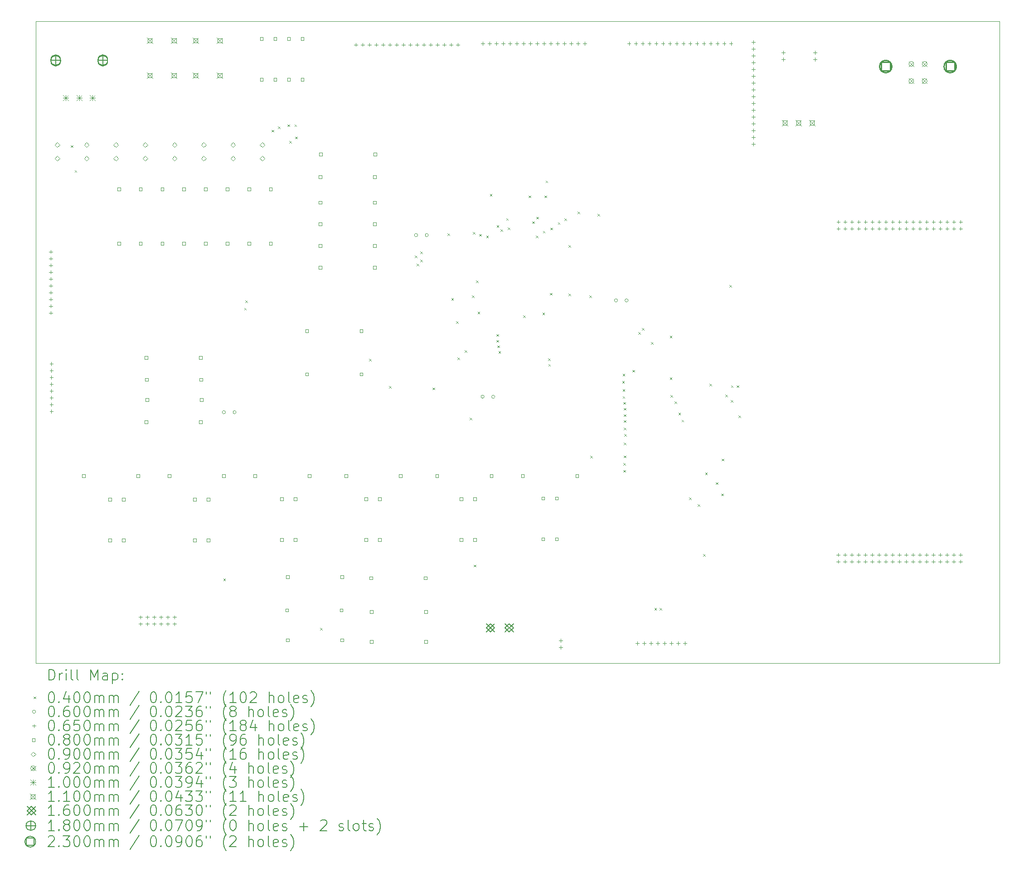
<source format=gbr>
%TF.GenerationSoftware,KiCad,Pcbnew,7.0.1*%
%TF.CreationDate,2023-04-21T00:09:46+02:00*%
%TF.ProjectId,SimpleLattice,53696d70-6c65-44c6-9174-746963652e6b,rev?*%
%TF.SameCoordinates,Original*%
%TF.FileFunction,Drillmap*%
%TF.FilePolarity,Positive*%
%FSLAX45Y45*%
G04 Gerber Fmt 4.5, Leading zero omitted, Abs format (unit mm)*
G04 Created by KiCad (PCBNEW 7.0.1) date 2023-04-21 00:09:46*
%MOMM*%
%LPD*%
G01*
G04 APERTURE LIST*
%ADD10C,0.100000*%
%ADD11C,0.200000*%
%ADD12C,0.040000*%
%ADD13C,0.060000*%
%ADD14C,0.065000*%
%ADD15C,0.080000*%
%ADD16C,0.090000*%
%ADD17C,0.092000*%
%ADD18C,0.110000*%
%ADD19C,0.160000*%
%ADD20C,0.180000*%
%ADD21C,0.230000*%
G04 APERTURE END LIST*
D10*
X4000000Y-3000000D02*
X22000000Y-3000000D01*
X22000000Y-15000000D01*
X4000000Y-15000000D01*
X4000000Y-3000000D01*
D11*
D12*
X4650000Y-5320000D02*
X4690000Y-5360000D01*
X4690000Y-5320000D02*
X4650000Y-5360000D01*
X4723230Y-5786770D02*
X4763230Y-5826770D01*
X4763230Y-5786770D02*
X4723230Y-5826770D01*
X7500000Y-13420000D02*
X7540000Y-13460000D01*
X7540000Y-13420000D02*
X7500000Y-13460000D01*
X7890000Y-8360000D02*
X7930000Y-8400000D01*
X7930000Y-8360000D02*
X7890000Y-8400000D01*
X7908770Y-8221230D02*
X7948770Y-8261230D01*
X7948770Y-8221230D02*
X7908770Y-8261230D01*
X8400000Y-5032550D02*
X8440000Y-5072550D01*
X8440000Y-5032550D02*
X8400000Y-5072550D01*
X8520000Y-4970000D02*
X8560000Y-5010000D01*
X8560000Y-4970000D02*
X8520000Y-5010000D01*
X8700000Y-4930000D02*
X8740000Y-4970000D01*
X8740000Y-4930000D02*
X8700000Y-4970000D01*
X8730000Y-5240000D02*
X8770000Y-5280000D01*
X8770000Y-5240000D02*
X8730000Y-5280000D01*
X8830000Y-4930000D02*
X8870000Y-4970000D01*
X8870000Y-4930000D02*
X8830000Y-4970000D01*
X8840000Y-5160000D02*
X8880000Y-5200000D01*
X8880000Y-5160000D02*
X8840000Y-5200000D01*
X9310000Y-14340000D02*
X9350000Y-14380000D01*
X9350000Y-14340000D02*
X9310000Y-14380000D01*
X10223050Y-9310000D02*
X10263050Y-9350000D01*
X10263050Y-9310000D02*
X10223050Y-9350000D01*
X10597450Y-9820000D02*
X10637450Y-9860000D01*
X10637450Y-9820000D02*
X10597450Y-9860000D01*
X11080000Y-7380000D02*
X11120000Y-7420000D01*
X11120000Y-7380000D02*
X11080000Y-7420000D01*
X11113050Y-7532550D02*
X11153050Y-7572550D01*
X11153050Y-7532550D02*
X11113050Y-7572550D01*
X11180000Y-7307550D02*
X11220000Y-7347550D01*
X11220000Y-7307550D02*
X11180000Y-7347550D01*
X11180884Y-7459143D02*
X11220884Y-7499143D01*
X11220884Y-7459143D02*
X11180884Y-7499143D01*
X11410000Y-9850000D02*
X11450000Y-9890000D01*
X11450000Y-9850000D02*
X11410000Y-9890000D01*
X11690000Y-6970000D02*
X11730000Y-7010000D01*
X11730000Y-6970000D02*
X11690000Y-7010000D01*
X11760000Y-8180000D02*
X11800000Y-8220000D01*
X11800000Y-8180000D02*
X11760000Y-8220000D01*
X11850000Y-8610000D02*
X11890000Y-8650000D01*
X11890000Y-8610000D02*
X11850000Y-8650000D01*
X11870720Y-9286820D02*
X11910720Y-9326820D01*
X11910720Y-9286820D02*
X11870720Y-9326820D01*
X12008770Y-9148770D02*
X12048770Y-9188770D01*
X12048770Y-9148770D02*
X12008770Y-9188770D01*
X12100000Y-10410000D02*
X12140000Y-10450000D01*
X12140000Y-10410000D02*
X12100000Y-10450000D01*
X12141909Y-8124779D02*
X12181909Y-8164779D01*
X12181909Y-8124779D02*
X12141909Y-8164779D01*
X12160000Y-6940000D02*
X12200000Y-6980000D01*
X12200000Y-6940000D02*
X12160000Y-6980000D01*
X12180000Y-13160000D02*
X12220000Y-13200000D01*
X12220000Y-13160000D02*
X12180000Y-13200000D01*
X12220000Y-7850000D02*
X12260000Y-7890000D01*
X12260000Y-7850000D02*
X12220000Y-7890000D01*
X12250000Y-8430000D02*
X12290000Y-8470000D01*
X12290000Y-8430000D02*
X12250000Y-8470000D01*
X12280000Y-6980000D02*
X12320000Y-7020000D01*
X12320000Y-6980000D02*
X12280000Y-7020000D01*
X12411230Y-7008770D02*
X12451230Y-7048770D01*
X12451230Y-7008770D02*
X12411230Y-7048770D01*
X12480000Y-6230000D02*
X12520000Y-6270000D01*
X12520000Y-6230000D02*
X12480000Y-6270000D01*
X12600000Y-8850000D02*
X12640000Y-8890000D01*
X12640000Y-8850000D02*
X12600000Y-8890000D01*
X12602550Y-8960000D02*
X12642550Y-9000000D01*
X12642550Y-8960000D02*
X12602550Y-9000000D01*
X12604965Y-6815035D02*
X12644965Y-6855035D01*
X12644965Y-6815035D02*
X12604965Y-6855035D01*
X12615758Y-9062986D02*
X12655758Y-9102986D01*
X12655758Y-9062986D02*
X12615758Y-9102986D01*
X12640000Y-9170000D02*
X12680000Y-9210000D01*
X12680000Y-9170000D02*
X12640000Y-9210000D01*
X12680000Y-6890000D02*
X12720000Y-6930000D01*
X12720000Y-6890000D02*
X12680000Y-6930000D01*
X12783770Y-6683770D02*
X12823770Y-6723770D01*
X12823770Y-6683770D02*
X12783770Y-6723770D01*
X12816230Y-6856230D02*
X12856230Y-6896230D01*
X12856230Y-6856230D02*
X12816230Y-6896230D01*
X13100000Y-8502450D02*
X13140000Y-8542450D01*
X13140000Y-8502450D02*
X13100000Y-8542450D01*
X13200000Y-6260000D02*
X13240000Y-6300000D01*
X13240000Y-6260000D02*
X13200000Y-6300000D01*
X13272311Y-6743250D02*
X13312311Y-6783250D01*
X13312311Y-6743250D02*
X13272311Y-6783250D01*
X13340000Y-7010000D02*
X13380000Y-7050000D01*
X13380000Y-7010000D02*
X13340000Y-7050000D01*
X13347911Y-6658710D02*
X13387911Y-6698710D01*
X13387911Y-6658710D02*
X13347911Y-6698710D01*
X13460000Y-8450000D02*
X13500000Y-8490000D01*
X13500000Y-8450000D02*
X13460000Y-8490000D01*
X13470000Y-6920000D02*
X13510000Y-6960000D01*
X13510000Y-6920000D02*
X13470000Y-6960000D01*
X13500000Y-6260000D02*
X13540000Y-6300000D01*
X13540000Y-6260000D02*
X13500000Y-6300000D01*
X13520000Y-5980000D02*
X13560000Y-6020000D01*
X13560000Y-5980000D02*
X13520000Y-6020000D01*
X13566195Y-9303805D02*
X13606195Y-9343805D01*
X13606195Y-9303805D02*
X13566195Y-9343805D01*
X13569965Y-9410035D02*
X13609965Y-9450035D01*
X13609965Y-9410035D02*
X13569965Y-9450035D01*
X13602550Y-8080000D02*
X13642550Y-8120000D01*
X13642550Y-8080000D02*
X13602550Y-8120000D01*
X13610000Y-6860000D02*
X13650000Y-6900000D01*
X13650000Y-6860000D02*
X13610000Y-6900000D01*
X13750000Y-6760000D02*
X13790000Y-6800000D01*
X13790000Y-6760000D02*
X13750000Y-6800000D01*
X13870000Y-6690000D02*
X13910000Y-6730000D01*
X13910000Y-6690000D02*
X13870000Y-6730000D01*
X13947450Y-7190000D02*
X13987450Y-7230000D01*
X13987450Y-7190000D02*
X13947450Y-7230000D01*
X13950000Y-8090000D02*
X13990000Y-8130000D01*
X13990000Y-8090000D02*
X13950000Y-8130000D01*
X14120000Y-6560000D02*
X14160000Y-6600000D01*
X14160000Y-6560000D02*
X14120000Y-6600000D01*
X14340000Y-8127450D02*
X14380000Y-8167450D01*
X14380000Y-8127450D02*
X14340000Y-8167450D01*
X14356531Y-11123469D02*
X14396531Y-11163469D01*
X14396531Y-11123469D02*
X14356531Y-11163469D01*
X14490000Y-6600000D02*
X14530000Y-6640000D01*
X14530000Y-6600000D02*
X14490000Y-6640000D01*
X14950000Y-9730000D02*
X14990000Y-9770000D01*
X14990000Y-9730000D02*
X14950000Y-9770000D01*
X14960000Y-9592450D02*
X15000000Y-9632450D01*
X15000000Y-9592450D02*
X14960000Y-9632450D01*
X14960000Y-9880000D02*
X15000000Y-9920000D01*
X15000000Y-9880000D02*
X14960000Y-9920000D01*
X14960000Y-10010000D02*
X15000000Y-10050000D01*
X15000000Y-10010000D02*
X14960000Y-10050000D01*
X14970000Y-10120000D02*
X15010000Y-10160000D01*
X15010000Y-10120000D02*
X14970000Y-10160000D01*
X14970000Y-11260000D02*
X15010000Y-11300000D01*
X15010000Y-11260000D02*
X14970000Y-11300000D01*
X14970000Y-11390000D02*
X15010000Y-11430000D01*
X15010000Y-11390000D02*
X14970000Y-11430000D01*
X14980000Y-10230000D02*
X15020000Y-10270000D01*
X15020000Y-10230000D02*
X14980000Y-10270000D01*
X14980000Y-10350000D02*
X15020000Y-10390000D01*
X15020000Y-10350000D02*
X14980000Y-10390000D01*
X14980000Y-10460000D02*
X15020000Y-10500000D01*
X15020000Y-10460000D02*
X14980000Y-10500000D01*
X14980000Y-10600000D02*
X15020000Y-10640000D01*
X15020000Y-10600000D02*
X14980000Y-10640000D01*
X14980000Y-10880000D02*
X15020000Y-10920000D01*
X15020000Y-10880000D02*
X14980000Y-10920000D01*
X14980000Y-11120000D02*
X15020000Y-11160000D01*
X15020000Y-11120000D02*
X14980000Y-11160000D01*
X14990000Y-10720000D02*
X15030000Y-10760000D01*
X15030000Y-10720000D02*
X14990000Y-10760000D01*
X15143550Y-9520000D02*
X15183550Y-9560000D01*
X15183550Y-9520000D02*
X15143550Y-9560000D01*
X15250000Y-8810000D02*
X15290000Y-8850000D01*
X15290000Y-8810000D02*
X15250000Y-8850000D01*
X15320000Y-8737550D02*
X15360000Y-8777550D01*
X15360000Y-8737550D02*
X15320000Y-8777550D01*
X15490000Y-9000000D02*
X15530000Y-9040000D01*
X15530000Y-9000000D02*
X15490000Y-9040000D01*
X15551600Y-13970000D02*
X15591600Y-14010000D01*
X15591600Y-13970000D02*
X15551600Y-14010000D01*
X15651550Y-13970000D02*
X15691550Y-14010000D01*
X15691550Y-13970000D02*
X15651550Y-14010000D01*
X15840000Y-8877550D02*
X15880000Y-8917550D01*
X15880000Y-8877550D02*
X15840000Y-8917550D01*
X15840000Y-9657550D02*
X15880000Y-9697550D01*
X15880000Y-9657550D02*
X15840000Y-9697550D01*
X15850000Y-9990000D02*
X15890000Y-10030000D01*
X15890000Y-9990000D02*
X15850000Y-10030000D01*
X15930000Y-10110000D02*
X15970000Y-10150000D01*
X15970000Y-10110000D02*
X15930000Y-10150000D01*
X16000000Y-10320000D02*
X16040000Y-10360000D01*
X16040000Y-10320000D02*
X16000000Y-10360000D01*
X16060000Y-10450000D02*
X16100000Y-10490000D01*
X16100000Y-10450000D02*
X16060000Y-10490000D01*
X16202450Y-11902450D02*
X16242450Y-11942450D01*
X16242450Y-11902450D02*
X16202450Y-11942450D01*
X16360000Y-12030000D02*
X16400000Y-12070000D01*
X16400000Y-12030000D02*
X16360000Y-12070000D01*
X16460000Y-12960000D02*
X16500000Y-13000000D01*
X16500000Y-12960000D02*
X16460000Y-13000000D01*
X16500000Y-11440000D02*
X16540000Y-11480000D01*
X16540000Y-11440000D02*
X16500000Y-11480000D01*
X16580000Y-9780000D02*
X16620000Y-9820000D01*
X16620000Y-9780000D02*
X16580000Y-9820000D01*
X16700000Y-11620000D02*
X16740000Y-11660000D01*
X16740000Y-11620000D02*
X16700000Y-11660000D01*
X16800000Y-11830000D02*
X16840000Y-11870000D01*
X16840000Y-11830000D02*
X16800000Y-11870000D01*
X16810000Y-11180000D02*
X16850000Y-11220000D01*
X16850000Y-11180000D02*
X16810000Y-11220000D01*
X16880000Y-9980000D02*
X16920000Y-10020000D01*
X16920000Y-9980000D02*
X16880000Y-10020000D01*
X16951825Y-7931825D02*
X16991825Y-7971825D01*
X16991825Y-7931825D02*
X16951825Y-7971825D01*
X16980000Y-10080000D02*
X17020000Y-10120000D01*
X17020000Y-10080000D02*
X16980000Y-10120000D01*
X16982495Y-9807550D02*
X17022495Y-9847550D01*
X17022495Y-9807550D02*
X16982495Y-9847550D01*
X17086662Y-9807550D02*
X17126662Y-9847550D01*
X17126662Y-9807550D02*
X17086662Y-9847550D01*
X17124950Y-10370000D02*
X17164950Y-10410000D01*
X17164950Y-10370000D02*
X17124950Y-10410000D01*
D13*
X7540000Y-10310000D02*
G75*
G03*
X7540000Y-10310000I-30000J0D01*
G01*
X7740000Y-10310000D02*
G75*
G03*
X7740000Y-10310000I-30000J0D01*
G01*
X11130000Y-7000000D02*
G75*
G03*
X11130000Y-7000000I-30000J0D01*
G01*
X11330000Y-7000000D02*
G75*
G03*
X11330000Y-7000000I-30000J0D01*
G01*
X12372740Y-10020000D02*
G75*
G03*
X12372740Y-10020000I-30000J0D01*
G01*
X12572740Y-10020000D02*
G75*
G03*
X12572740Y-10020000I-30000J0D01*
G01*
X14862740Y-8220000D02*
G75*
G03*
X14862740Y-8220000I-30000J0D01*
G01*
X15062740Y-8220000D02*
G75*
G03*
X15062740Y-8220000I-30000J0D01*
G01*
D14*
X4280000Y-7276500D02*
X4280000Y-7341500D01*
X4247500Y-7309000D02*
X4312500Y-7309000D01*
X4280000Y-7403500D02*
X4280000Y-7468500D01*
X4247500Y-7436000D02*
X4312500Y-7436000D01*
X4280000Y-7530500D02*
X4280000Y-7595500D01*
X4247500Y-7563000D02*
X4312500Y-7563000D01*
X4280000Y-7657500D02*
X4280000Y-7722500D01*
X4247500Y-7690000D02*
X4312500Y-7690000D01*
X4280000Y-7784500D02*
X4280000Y-7849500D01*
X4247500Y-7817000D02*
X4312500Y-7817000D01*
X4280000Y-7911500D02*
X4280000Y-7976500D01*
X4247500Y-7944000D02*
X4312500Y-7944000D01*
X4280000Y-8038500D02*
X4280000Y-8103500D01*
X4247500Y-8071000D02*
X4312500Y-8071000D01*
X4280000Y-8165500D02*
X4280000Y-8230500D01*
X4247500Y-8198000D02*
X4312500Y-8198000D01*
X4280000Y-8292500D02*
X4280000Y-8357500D01*
X4247500Y-8325000D02*
X4312500Y-8325000D01*
X4280000Y-8419500D02*
X4280000Y-8484500D01*
X4247500Y-8452000D02*
X4312500Y-8452000D01*
X4290000Y-9373500D02*
X4290000Y-9438500D01*
X4257500Y-9406000D02*
X4322500Y-9406000D01*
X4290000Y-9500500D02*
X4290000Y-9565500D01*
X4257500Y-9533000D02*
X4322500Y-9533000D01*
X4290000Y-9627500D02*
X4290000Y-9692500D01*
X4257500Y-9660000D02*
X4322500Y-9660000D01*
X4290000Y-9754500D02*
X4290000Y-9819500D01*
X4257500Y-9787000D02*
X4322500Y-9787000D01*
X4290000Y-9881500D02*
X4290000Y-9946500D01*
X4257500Y-9914000D02*
X4322500Y-9914000D01*
X4290000Y-10008500D02*
X4290000Y-10073500D01*
X4257500Y-10041000D02*
X4322500Y-10041000D01*
X4290000Y-10135500D02*
X4290000Y-10200500D01*
X4257500Y-10168000D02*
X4322500Y-10168000D01*
X4290000Y-10262500D02*
X4290000Y-10327500D01*
X4257500Y-10295000D02*
X4322500Y-10295000D01*
X5953000Y-14107500D02*
X5953000Y-14172500D01*
X5920500Y-14140000D02*
X5985500Y-14140000D01*
X5953000Y-14234500D02*
X5953000Y-14299500D01*
X5920500Y-14267000D02*
X5985500Y-14267000D01*
X6080000Y-14107500D02*
X6080000Y-14172500D01*
X6047500Y-14140000D02*
X6112500Y-14140000D01*
X6080000Y-14234500D02*
X6080000Y-14299500D01*
X6047500Y-14267000D02*
X6112500Y-14267000D01*
X6207000Y-14107500D02*
X6207000Y-14172500D01*
X6174500Y-14140000D02*
X6239500Y-14140000D01*
X6207000Y-14234500D02*
X6207000Y-14299500D01*
X6174500Y-14267000D02*
X6239500Y-14267000D01*
X6334000Y-14107500D02*
X6334000Y-14172500D01*
X6301500Y-14140000D02*
X6366500Y-14140000D01*
X6334000Y-14234500D02*
X6334000Y-14299500D01*
X6301500Y-14267000D02*
X6366500Y-14267000D01*
X6461000Y-14107500D02*
X6461000Y-14172500D01*
X6428500Y-14140000D02*
X6493500Y-14140000D01*
X6461000Y-14234500D02*
X6461000Y-14299500D01*
X6428500Y-14267000D02*
X6493500Y-14267000D01*
X6588000Y-14107500D02*
X6588000Y-14172500D01*
X6555500Y-14140000D02*
X6620500Y-14140000D01*
X6588000Y-14234500D02*
X6588000Y-14299500D01*
X6555500Y-14267000D02*
X6620500Y-14267000D01*
X9973000Y-3407500D02*
X9973000Y-3472500D01*
X9940500Y-3440000D02*
X10005500Y-3440000D01*
X10100000Y-3407500D02*
X10100000Y-3472500D01*
X10067500Y-3440000D02*
X10132500Y-3440000D01*
X10227000Y-3407500D02*
X10227000Y-3472500D01*
X10194500Y-3440000D02*
X10259500Y-3440000D01*
X10354000Y-3407500D02*
X10354000Y-3472500D01*
X10321500Y-3440000D02*
X10386500Y-3440000D01*
X10481000Y-3407500D02*
X10481000Y-3472500D01*
X10448500Y-3440000D02*
X10513500Y-3440000D01*
X10608000Y-3407500D02*
X10608000Y-3472500D01*
X10575500Y-3440000D02*
X10640500Y-3440000D01*
X10735000Y-3407500D02*
X10735000Y-3472500D01*
X10702500Y-3440000D02*
X10767500Y-3440000D01*
X10862000Y-3407500D02*
X10862000Y-3472500D01*
X10829500Y-3440000D02*
X10894500Y-3440000D01*
X10989000Y-3407500D02*
X10989000Y-3472500D01*
X10956500Y-3440000D02*
X11021500Y-3440000D01*
X11116000Y-3407500D02*
X11116000Y-3472500D01*
X11083500Y-3440000D02*
X11148500Y-3440000D01*
X11243000Y-3407500D02*
X11243000Y-3472500D01*
X11210500Y-3440000D02*
X11275500Y-3440000D01*
X11370000Y-3407500D02*
X11370000Y-3472500D01*
X11337500Y-3440000D02*
X11402500Y-3440000D01*
X11497000Y-3407500D02*
X11497000Y-3472500D01*
X11464500Y-3440000D02*
X11529500Y-3440000D01*
X11624000Y-3407500D02*
X11624000Y-3472500D01*
X11591500Y-3440000D02*
X11656500Y-3440000D01*
X11751000Y-3407500D02*
X11751000Y-3472500D01*
X11718500Y-3440000D02*
X11783500Y-3440000D01*
X11878000Y-3407500D02*
X11878000Y-3472500D01*
X11845500Y-3440000D02*
X11910500Y-3440000D01*
X12345000Y-3387500D02*
X12345000Y-3452500D01*
X12312500Y-3420000D02*
X12377500Y-3420000D01*
X12472000Y-3387500D02*
X12472000Y-3452500D01*
X12439500Y-3420000D02*
X12504500Y-3420000D01*
X12599000Y-3387500D02*
X12599000Y-3452500D01*
X12566500Y-3420000D02*
X12631500Y-3420000D01*
X12726000Y-3387500D02*
X12726000Y-3452500D01*
X12693500Y-3420000D02*
X12758500Y-3420000D01*
X12853000Y-3387500D02*
X12853000Y-3452500D01*
X12820500Y-3420000D02*
X12885500Y-3420000D01*
X12980000Y-3387500D02*
X12980000Y-3452500D01*
X12947500Y-3420000D02*
X13012500Y-3420000D01*
X13107000Y-3387500D02*
X13107000Y-3452500D01*
X13074500Y-3420000D02*
X13139500Y-3420000D01*
X13234000Y-3387500D02*
X13234000Y-3452500D01*
X13201500Y-3420000D02*
X13266500Y-3420000D01*
X13361000Y-3387500D02*
X13361000Y-3452500D01*
X13328500Y-3420000D02*
X13393500Y-3420000D01*
X13488000Y-3387500D02*
X13488000Y-3452500D01*
X13455500Y-3420000D02*
X13520500Y-3420000D01*
X13615000Y-3387500D02*
X13615000Y-3452500D01*
X13582500Y-3420000D02*
X13647500Y-3420000D01*
X13742000Y-3387500D02*
X13742000Y-3452500D01*
X13709500Y-3420000D02*
X13774500Y-3420000D01*
X13800000Y-14545500D02*
X13800000Y-14610500D01*
X13767500Y-14578000D02*
X13832500Y-14578000D01*
X13800000Y-14672500D02*
X13800000Y-14737500D01*
X13767500Y-14705000D02*
X13832500Y-14705000D01*
X13869000Y-3387500D02*
X13869000Y-3452500D01*
X13836500Y-3420000D02*
X13901500Y-3420000D01*
X13996000Y-3387500D02*
X13996000Y-3452500D01*
X13963500Y-3420000D02*
X14028500Y-3420000D01*
X14123000Y-3387500D02*
X14123000Y-3452500D01*
X14090500Y-3420000D02*
X14155500Y-3420000D01*
X14250000Y-3387500D02*
X14250000Y-3452500D01*
X14217500Y-3420000D02*
X14282500Y-3420000D01*
X15077000Y-3387500D02*
X15077000Y-3452500D01*
X15044500Y-3420000D02*
X15109500Y-3420000D01*
X15204000Y-3387500D02*
X15204000Y-3452500D01*
X15171500Y-3420000D02*
X15236500Y-3420000D01*
X15236000Y-14597500D02*
X15236000Y-14662500D01*
X15203500Y-14630000D02*
X15268500Y-14630000D01*
X15331000Y-3387500D02*
X15331000Y-3452500D01*
X15298500Y-3420000D02*
X15363500Y-3420000D01*
X15363000Y-14597500D02*
X15363000Y-14662500D01*
X15330500Y-14630000D02*
X15395500Y-14630000D01*
X15458000Y-3387500D02*
X15458000Y-3452500D01*
X15425500Y-3420000D02*
X15490500Y-3420000D01*
X15490000Y-14597500D02*
X15490000Y-14662500D01*
X15457500Y-14630000D02*
X15522500Y-14630000D01*
X15585000Y-3387500D02*
X15585000Y-3452500D01*
X15552500Y-3420000D02*
X15617500Y-3420000D01*
X15617000Y-14597500D02*
X15617000Y-14662500D01*
X15584500Y-14630000D02*
X15649500Y-14630000D01*
X15712000Y-3387500D02*
X15712000Y-3452500D01*
X15679500Y-3420000D02*
X15744500Y-3420000D01*
X15744000Y-14597500D02*
X15744000Y-14662500D01*
X15711500Y-14630000D02*
X15776500Y-14630000D01*
X15839000Y-3387500D02*
X15839000Y-3452500D01*
X15806500Y-3420000D02*
X15871500Y-3420000D01*
X15871000Y-14597500D02*
X15871000Y-14662500D01*
X15838500Y-14630000D02*
X15903500Y-14630000D01*
X15966000Y-3387500D02*
X15966000Y-3452500D01*
X15933500Y-3420000D02*
X15998500Y-3420000D01*
X15998000Y-14597500D02*
X15998000Y-14662500D01*
X15965500Y-14630000D02*
X16030500Y-14630000D01*
X16093000Y-3387500D02*
X16093000Y-3452500D01*
X16060500Y-3420000D02*
X16125500Y-3420000D01*
X16125000Y-14597500D02*
X16125000Y-14662500D01*
X16092500Y-14630000D02*
X16157500Y-14630000D01*
X16220000Y-3387500D02*
X16220000Y-3452500D01*
X16187500Y-3420000D02*
X16252500Y-3420000D01*
X16347000Y-3387500D02*
X16347000Y-3452500D01*
X16314500Y-3420000D02*
X16379500Y-3420000D01*
X16474000Y-3387500D02*
X16474000Y-3452500D01*
X16441500Y-3420000D02*
X16506500Y-3420000D01*
X16601000Y-3387500D02*
X16601000Y-3452500D01*
X16568500Y-3420000D02*
X16633500Y-3420000D01*
X16728000Y-3387500D02*
X16728000Y-3452500D01*
X16695500Y-3420000D02*
X16760500Y-3420000D01*
X16855000Y-3387500D02*
X16855000Y-3452500D01*
X16822500Y-3420000D02*
X16887500Y-3420000D01*
X16982000Y-3387500D02*
X16982000Y-3452500D01*
X16949500Y-3420000D02*
X17014500Y-3420000D01*
X17400000Y-3362500D02*
X17400000Y-3427500D01*
X17367500Y-3395000D02*
X17432500Y-3395000D01*
X17400000Y-3489500D02*
X17400000Y-3554500D01*
X17367500Y-3522000D02*
X17432500Y-3522000D01*
X17400000Y-3616500D02*
X17400000Y-3681500D01*
X17367500Y-3649000D02*
X17432500Y-3649000D01*
X17400000Y-3743500D02*
X17400000Y-3808500D01*
X17367500Y-3776000D02*
X17432500Y-3776000D01*
X17400000Y-3870500D02*
X17400000Y-3935500D01*
X17367500Y-3903000D02*
X17432500Y-3903000D01*
X17400000Y-3997500D02*
X17400000Y-4062500D01*
X17367500Y-4030000D02*
X17432500Y-4030000D01*
X17400000Y-4124500D02*
X17400000Y-4189500D01*
X17367500Y-4157000D02*
X17432500Y-4157000D01*
X17400000Y-4251500D02*
X17400000Y-4316500D01*
X17367500Y-4284000D02*
X17432500Y-4284000D01*
X17400000Y-4378500D02*
X17400000Y-4443500D01*
X17367500Y-4411000D02*
X17432500Y-4411000D01*
X17400000Y-4505500D02*
X17400000Y-4570500D01*
X17367500Y-4538000D02*
X17432500Y-4538000D01*
X17400000Y-4632500D02*
X17400000Y-4697500D01*
X17367500Y-4665000D02*
X17432500Y-4665000D01*
X17400000Y-4759500D02*
X17400000Y-4824500D01*
X17367500Y-4792000D02*
X17432500Y-4792000D01*
X17400000Y-4886500D02*
X17400000Y-4951500D01*
X17367500Y-4919000D02*
X17432500Y-4919000D01*
X17400000Y-5013500D02*
X17400000Y-5078500D01*
X17367500Y-5046000D02*
X17432500Y-5046000D01*
X17400000Y-5140500D02*
X17400000Y-5205500D01*
X17367500Y-5173000D02*
X17432500Y-5173000D01*
X17400000Y-5267500D02*
X17400000Y-5332500D01*
X17367500Y-5300000D02*
X17432500Y-5300000D01*
X17960000Y-3557500D02*
X17960000Y-3622500D01*
X17927500Y-3590000D02*
X17992500Y-3590000D01*
X17960000Y-3684500D02*
X17960000Y-3749500D01*
X17927500Y-3717000D02*
X17992500Y-3717000D01*
X18550000Y-3557500D02*
X18550000Y-3622500D01*
X18517500Y-3590000D02*
X18582500Y-3590000D01*
X18550000Y-3684500D02*
X18550000Y-3749500D01*
X18517500Y-3717000D02*
X18582500Y-3717000D01*
X18984000Y-12940500D02*
X18984000Y-13005500D01*
X18951500Y-12973000D02*
X19016500Y-12973000D01*
X18984000Y-13067500D02*
X18984000Y-13132500D01*
X18951500Y-13100000D02*
X19016500Y-13100000D01*
X18988000Y-6717500D02*
X18988000Y-6782500D01*
X18955500Y-6750000D02*
X19020500Y-6750000D01*
X18988000Y-6844500D02*
X18988000Y-6909500D01*
X18955500Y-6877000D02*
X19020500Y-6877000D01*
X19111000Y-12940500D02*
X19111000Y-13005500D01*
X19078500Y-12973000D02*
X19143500Y-12973000D01*
X19111000Y-13067500D02*
X19111000Y-13132500D01*
X19078500Y-13100000D02*
X19143500Y-13100000D01*
X19115000Y-6717500D02*
X19115000Y-6782500D01*
X19082500Y-6750000D02*
X19147500Y-6750000D01*
X19115000Y-6844500D02*
X19115000Y-6909500D01*
X19082500Y-6877000D02*
X19147500Y-6877000D01*
X19238000Y-12940500D02*
X19238000Y-13005500D01*
X19205500Y-12973000D02*
X19270500Y-12973000D01*
X19238000Y-13067500D02*
X19238000Y-13132500D01*
X19205500Y-13100000D02*
X19270500Y-13100000D01*
X19242000Y-6717500D02*
X19242000Y-6782500D01*
X19209500Y-6750000D02*
X19274500Y-6750000D01*
X19242000Y-6844500D02*
X19242000Y-6909500D01*
X19209500Y-6877000D02*
X19274500Y-6877000D01*
X19365000Y-12940500D02*
X19365000Y-13005500D01*
X19332500Y-12973000D02*
X19397500Y-12973000D01*
X19365000Y-13067500D02*
X19365000Y-13132500D01*
X19332500Y-13100000D02*
X19397500Y-13100000D01*
X19369000Y-6717500D02*
X19369000Y-6782500D01*
X19336500Y-6750000D02*
X19401500Y-6750000D01*
X19369000Y-6844500D02*
X19369000Y-6909500D01*
X19336500Y-6877000D02*
X19401500Y-6877000D01*
X19492000Y-12940500D02*
X19492000Y-13005500D01*
X19459500Y-12973000D02*
X19524500Y-12973000D01*
X19492000Y-13067500D02*
X19492000Y-13132500D01*
X19459500Y-13100000D02*
X19524500Y-13100000D01*
X19496000Y-6717500D02*
X19496000Y-6782500D01*
X19463500Y-6750000D02*
X19528500Y-6750000D01*
X19496000Y-6844500D02*
X19496000Y-6909500D01*
X19463500Y-6877000D02*
X19528500Y-6877000D01*
X19619000Y-12940500D02*
X19619000Y-13005500D01*
X19586500Y-12973000D02*
X19651500Y-12973000D01*
X19619000Y-13067500D02*
X19619000Y-13132500D01*
X19586500Y-13100000D02*
X19651500Y-13100000D01*
X19623000Y-6717500D02*
X19623000Y-6782500D01*
X19590500Y-6750000D02*
X19655500Y-6750000D01*
X19623000Y-6844500D02*
X19623000Y-6909500D01*
X19590500Y-6877000D02*
X19655500Y-6877000D01*
X19746000Y-12940500D02*
X19746000Y-13005500D01*
X19713500Y-12973000D02*
X19778500Y-12973000D01*
X19746000Y-13067500D02*
X19746000Y-13132500D01*
X19713500Y-13100000D02*
X19778500Y-13100000D01*
X19750000Y-6717500D02*
X19750000Y-6782500D01*
X19717500Y-6750000D02*
X19782500Y-6750000D01*
X19750000Y-6844500D02*
X19750000Y-6909500D01*
X19717500Y-6877000D02*
X19782500Y-6877000D01*
X19873000Y-12940500D02*
X19873000Y-13005500D01*
X19840500Y-12973000D02*
X19905500Y-12973000D01*
X19873000Y-13067500D02*
X19873000Y-13132500D01*
X19840500Y-13100000D02*
X19905500Y-13100000D01*
X19877000Y-6717500D02*
X19877000Y-6782500D01*
X19844500Y-6750000D02*
X19909500Y-6750000D01*
X19877000Y-6844500D02*
X19877000Y-6909500D01*
X19844500Y-6877000D02*
X19909500Y-6877000D01*
X20000000Y-12940500D02*
X20000000Y-13005500D01*
X19967500Y-12973000D02*
X20032500Y-12973000D01*
X20000000Y-13067500D02*
X20000000Y-13132500D01*
X19967500Y-13100000D02*
X20032500Y-13100000D01*
X20004000Y-6717500D02*
X20004000Y-6782500D01*
X19971500Y-6750000D02*
X20036500Y-6750000D01*
X20004000Y-6844500D02*
X20004000Y-6909500D01*
X19971500Y-6877000D02*
X20036500Y-6877000D01*
X20127000Y-12940500D02*
X20127000Y-13005500D01*
X20094500Y-12973000D02*
X20159500Y-12973000D01*
X20127000Y-13067500D02*
X20127000Y-13132500D01*
X20094500Y-13100000D02*
X20159500Y-13100000D01*
X20131000Y-6717500D02*
X20131000Y-6782500D01*
X20098500Y-6750000D02*
X20163500Y-6750000D01*
X20131000Y-6844500D02*
X20131000Y-6909500D01*
X20098500Y-6877000D02*
X20163500Y-6877000D01*
X20254000Y-12940500D02*
X20254000Y-13005500D01*
X20221500Y-12973000D02*
X20286500Y-12973000D01*
X20254000Y-13067500D02*
X20254000Y-13132500D01*
X20221500Y-13100000D02*
X20286500Y-13100000D01*
X20258000Y-6717500D02*
X20258000Y-6782500D01*
X20225500Y-6750000D02*
X20290500Y-6750000D01*
X20258000Y-6844500D02*
X20258000Y-6909500D01*
X20225500Y-6877000D02*
X20290500Y-6877000D01*
X20381000Y-12940500D02*
X20381000Y-13005500D01*
X20348500Y-12973000D02*
X20413500Y-12973000D01*
X20381000Y-13067500D02*
X20381000Y-13132500D01*
X20348500Y-13100000D02*
X20413500Y-13100000D01*
X20385000Y-6717500D02*
X20385000Y-6782500D01*
X20352500Y-6750000D02*
X20417500Y-6750000D01*
X20385000Y-6844500D02*
X20385000Y-6909500D01*
X20352500Y-6877000D02*
X20417500Y-6877000D01*
X20508000Y-12940500D02*
X20508000Y-13005500D01*
X20475500Y-12973000D02*
X20540500Y-12973000D01*
X20508000Y-13067500D02*
X20508000Y-13132500D01*
X20475500Y-13100000D02*
X20540500Y-13100000D01*
X20512000Y-6717500D02*
X20512000Y-6782500D01*
X20479500Y-6750000D02*
X20544500Y-6750000D01*
X20512000Y-6844500D02*
X20512000Y-6909500D01*
X20479500Y-6877000D02*
X20544500Y-6877000D01*
X20635000Y-12940500D02*
X20635000Y-13005500D01*
X20602500Y-12973000D02*
X20667500Y-12973000D01*
X20635000Y-13067500D02*
X20635000Y-13132500D01*
X20602500Y-13100000D02*
X20667500Y-13100000D01*
X20639000Y-6717500D02*
X20639000Y-6782500D01*
X20606500Y-6750000D02*
X20671500Y-6750000D01*
X20639000Y-6844500D02*
X20639000Y-6909500D01*
X20606500Y-6877000D02*
X20671500Y-6877000D01*
X20762000Y-12940500D02*
X20762000Y-13005500D01*
X20729500Y-12973000D02*
X20794500Y-12973000D01*
X20762000Y-13067500D02*
X20762000Y-13132500D01*
X20729500Y-13100000D02*
X20794500Y-13100000D01*
X20766000Y-6717500D02*
X20766000Y-6782500D01*
X20733500Y-6750000D02*
X20798500Y-6750000D01*
X20766000Y-6844500D02*
X20766000Y-6909500D01*
X20733500Y-6877000D02*
X20798500Y-6877000D01*
X20889000Y-12940500D02*
X20889000Y-13005500D01*
X20856500Y-12973000D02*
X20921500Y-12973000D01*
X20889000Y-13067500D02*
X20889000Y-13132500D01*
X20856500Y-13100000D02*
X20921500Y-13100000D01*
X20893000Y-6717500D02*
X20893000Y-6782500D01*
X20860500Y-6750000D02*
X20925500Y-6750000D01*
X20893000Y-6844500D02*
X20893000Y-6909500D01*
X20860500Y-6877000D02*
X20925500Y-6877000D01*
X21016000Y-12940500D02*
X21016000Y-13005500D01*
X20983500Y-12973000D02*
X21048500Y-12973000D01*
X21016000Y-13067500D02*
X21016000Y-13132500D01*
X20983500Y-13100000D02*
X21048500Y-13100000D01*
X21020000Y-6717500D02*
X21020000Y-6782500D01*
X20987500Y-6750000D02*
X21052500Y-6750000D01*
X21020000Y-6844500D02*
X21020000Y-6909500D01*
X20987500Y-6877000D02*
X21052500Y-6877000D01*
X21143000Y-12940500D02*
X21143000Y-13005500D01*
X21110500Y-12973000D02*
X21175500Y-12973000D01*
X21143000Y-13067500D02*
X21143000Y-13132500D01*
X21110500Y-13100000D02*
X21175500Y-13100000D01*
X21147000Y-6717500D02*
X21147000Y-6782500D01*
X21114500Y-6750000D02*
X21179500Y-6750000D01*
X21147000Y-6844500D02*
X21147000Y-6909500D01*
X21114500Y-6877000D02*
X21179500Y-6877000D01*
X21270000Y-12940500D02*
X21270000Y-13005500D01*
X21237500Y-12973000D02*
X21302500Y-12973000D01*
X21270000Y-13067500D02*
X21270000Y-13132500D01*
X21237500Y-13100000D02*
X21302500Y-13100000D01*
X21274000Y-6717500D02*
X21274000Y-6782500D01*
X21241500Y-6750000D02*
X21306500Y-6750000D01*
X21274000Y-6844500D02*
X21274000Y-6909500D01*
X21241500Y-6877000D02*
X21306500Y-6877000D01*
D15*
X4920285Y-11528284D02*
X4920285Y-11471715D01*
X4863716Y-11471715D01*
X4863716Y-11528284D01*
X4920285Y-11528284D01*
X5411785Y-11968284D02*
X5411785Y-11911715D01*
X5355216Y-11911715D01*
X5355216Y-11968284D01*
X5411785Y-11968284D01*
X5411785Y-12730284D02*
X5411785Y-12673715D01*
X5355216Y-12673715D01*
X5355216Y-12730284D01*
X5411785Y-12730284D01*
X5578285Y-6170284D02*
X5578285Y-6113715D01*
X5521716Y-6113715D01*
X5521716Y-6170284D01*
X5578285Y-6170284D01*
X5578285Y-7186284D02*
X5578285Y-7129715D01*
X5521716Y-7129715D01*
X5521716Y-7186284D01*
X5578285Y-7186284D01*
X5665784Y-11968284D02*
X5665784Y-11911715D01*
X5609215Y-11911715D01*
X5609215Y-11968284D01*
X5665784Y-11968284D01*
X5665784Y-12730284D02*
X5665784Y-12673715D01*
X5609215Y-12673715D01*
X5609215Y-12730284D01*
X5665784Y-12730284D01*
X5936284Y-11528284D02*
X5936284Y-11471715D01*
X5879715Y-11471715D01*
X5879715Y-11528284D01*
X5936284Y-11528284D01*
X5983284Y-6170284D02*
X5983284Y-6113715D01*
X5926715Y-6113715D01*
X5926715Y-6170284D01*
X5983284Y-6170284D01*
X5983284Y-7186284D02*
X5983284Y-7129715D01*
X5926715Y-7129715D01*
X5926715Y-7186284D01*
X5983284Y-7186284D01*
X6090284Y-9318285D02*
X6090284Y-9261716D01*
X6033715Y-9261716D01*
X6033715Y-9318285D01*
X6090284Y-9318285D01*
X6090284Y-10523285D02*
X6090284Y-10466716D01*
X6033715Y-10466716D01*
X6033715Y-10523285D01*
X6090284Y-10523285D01*
X6098284Y-9728285D02*
X6098284Y-9671716D01*
X6041715Y-9671716D01*
X6041715Y-9728285D01*
X6098284Y-9728285D01*
X6102284Y-10108285D02*
X6102284Y-10051716D01*
X6045715Y-10051716D01*
X6045715Y-10108285D01*
X6102284Y-10108285D01*
X6388284Y-6170284D02*
X6388284Y-6113715D01*
X6331715Y-6113715D01*
X6331715Y-6170284D01*
X6388284Y-6170284D01*
X6388284Y-7186284D02*
X6388284Y-7129715D01*
X6331715Y-7129715D01*
X6331715Y-7186284D01*
X6388284Y-7186284D01*
X6520284Y-11528284D02*
X6520284Y-11471715D01*
X6463715Y-11471715D01*
X6463715Y-11528284D01*
X6520284Y-11528284D01*
X6793284Y-6170284D02*
X6793284Y-6113715D01*
X6736715Y-6113715D01*
X6736715Y-6170284D01*
X6793284Y-6170284D01*
X6793284Y-7186284D02*
X6793284Y-7129715D01*
X6736715Y-7129715D01*
X6736715Y-7186284D01*
X6793284Y-7186284D01*
X6995284Y-11968284D02*
X6995284Y-11911715D01*
X6938715Y-11911715D01*
X6938715Y-11968284D01*
X6995284Y-11968284D01*
X6995284Y-12730284D02*
X6995284Y-12673715D01*
X6938715Y-12673715D01*
X6938715Y-12730284D01*
X6995284Y-12730284D01*
X7106284Y-9318285D02*
X7106284Y-9261716D01*
X7049715Y-9261716D01*
X7049715Y-9318285D01*
X7106284Y-9318285D01*
X7106284Y-10523285D02*
X7106284Y-10466716D01*
X7049715Y-10466716D01*
X7049715Y-10523285D01*
X7106284Y-10523285D01*
X7114284Y-9728285D02*
X7114284Y-9671716D01*
X7057715Y-9671716D01*
X7057715Y-9728285D01*
X7114284Y-9728285D01*
X7118284Y-10108285D02*
X7118284Y-10051716D01*
X7061715Y-10051716D01*
X7061715Y-10108285D01*
X7118284Y-10108285D01*
X7198284Y-6170284D02*
X7198284Y-6113715D01*
X7141715Y-6113715D01*
X7141715Y-6170284D01*
X7198284Y-6170284D01*
X7198284Y-7186284D02*
X7198284Y-7129715D01*
X7141715Y-7129715D01*
X7141715Y-7186284D01*
X7198284Y-7186284D01*
X7249284Y-11968284D02*
X7249284Y-11911715D01*
X7192715Y-11911715D01*
X7192715Y-11968284D01*
X7249284Y-11968284D01*
X7249284Y-12730284D02*
X7249284Y-12673715D01*
X7192715Y-12673715D01*
X7192715Y-12730284D01*
X7249284Y-12730284D01*
X7536284Y-11528284D02*
X7536284Y-11471715D01*
X7479715Y-11471715D01*
X7479715Y-11528284D01*
X7536284Y-11528284D01*
X7603284Y-6170284D02*
X7603284Y-6113715D01*
X7546715Y-6113715D01*
X7546715Y-6170284D01*
X7603284Y-6170284D01*
X7603284Y-7186284D02*
X7603284Y-7129715D01*
X7546715Y-7129715D01*
X7546715Y-7186284D01*
X7603284Y-7186284D01*
X8008284Y-6170284D02*
X8008284Y-6113715D01*
X7951715Y-6113715D01*
X7951715Y-6170284D01*
X8008284Y-6170284D01*
X8008284Y-7186284D02*
X8008284Y-7129715D01*
X7951715Y-7129715D01*
X7951715Y-7186284D01*
X8008284Y-7186284D01*
X8120284Y-11528284D02*
X8120284Y-11471715D01*
X8063715Y-11471715D01*
X8063715Y-11528284D01*
X8120284Y-11528284D01*
X8244284Y-3358284D02*
X8244284Y-3301715D01*
X8187715Y-3301715D01*
X8187715Y-3358284D01*
X8244284Y-3358284D01*
X8244284Y-4120284D02*
X8244284Y-4063715D01*
X8187715Y-4063715D01*
X8187715Y-4120284D01*
X8244284Y-4120284D01*
X8413285Y-6170284D02*
X8413285Y-6113715D01*
X8356715Y-6113715D01*
X8356715Y-6170284D01*
X8413285Y-6170284D01*
X8413285Y-7186284D02*
X8413285Y-7129715D01*
X8356715Y-7129715D01*
X8356715Y-7186284D01*
X8413285Y-7186284D01*
X8498285Y-3358284D02*
X8498285Y-3301715D01*
X8441716Y-3301715D01*
X8441716Y-3358284D01*
X8498285Y-3358284D01*
X8498285Y-4120284D02*
X8498285Y-4063715D01*
X8441716Y-4063715D01*
X8441716Y-4120284D01*
X8498285Y-4120284D01*
X8621785Y-11958284D02*
X8621785Y-11901715D01*
X8565216Y-11901715D01*
X8565216Y-11958284D01*
X8621785Y-11958284D01*
X8621785Y-12720284D02*
X8621785Y-12663715D01*
X8565216Y-12663715D01*
X8565216Y-12720284D01*
X8621785Y-12720284D01*
X8718285Y-14038284D02*
X8718285Y-13981715D01*
X8661716Y-13981715D01*
X8661716Y-14038284D01*
X8718285Y-14038284D01*
X8728285Y-14598284D02*
X8728285Y-14541715D01*
X8671716Y-14541715D01*
X8671716Y-14598284D01*
X8728285Y-14598284D01*
X8730285Y-13418284D02*
X8730285Y-13361715D01*
X8673716Y-13361715D01*
X8673716Y-13418284D01*
X8730285Y-13418284D01*
X8752285Y-3358284D02*
X8752285Y-3301715D01*
X8695716Y-3301715D01*
X8695716Y-3358284D01*
X8752285Y-3358284D01*
X8752285Y-4120284D02*
X8752285Y-4063715D01*
X8695716Y-4063715D01*
X8695716Y-4120284D01*
X8752285Y-4120284D01*
X8875785Y-11958284D02*
X8875785Y-11901715D01*
X8819216Y-11901715D01*
X8819216Y-11958284D01*
X8875785Y-11958284D01*
X8875785Y-12720284D02*
X8875785Y-12663715D01*
X8819216Y-12663715D01*
X8819216Y-12720284D01*
X8875785Y-12720284D01*
X9006285Y-3358284D02*
X9006285Y-3301715D01*
X8949716Y-3301715D01*
X8949716Y-3358284D01*
X9006285Y-3358284D01*
X9006285Y-4120284D02*
X9006285Y-4063715D01*
X8949716Y-4063715D01*
X8949716Y-4120284D01*
X9006285Y-4120284D01*
X9090285Y-8818285D02*
X9090285Y-8761716D01*
X9033716Y-8761716D01*
X9033716Y-8818285D01*
X9090285Y-8818285D01*
X9090285Y-9628285D02*
X9090285Y-9571716D01*
X9033716Y-9571716D01*
X9033716Y-9628285D01*
X9090285Y-9628285D01*
X9136285Y-11528284D02*
X9136285Y-11471715D01*
X9079716Y-11471715D01*
X9079716Y-11528284D01*
X9136285Y-11528284D01*
X9342285Y-5938284D02*
X9342285Y-5881715D01*
X9285716Y-5881715D01*
X9285716Y-5938284D01*
X9342285Y-5938284D01*
X9342285Y-6418284D02*
X9342285Y-6361715D01*
X9285716Y-6361715D01*
X9285716Y-6418284D01*
X9342285Y-6418284D01*
X9342285Y-6823284D02*
X9342285Y-6766715D01*
X9285716Y-6766715D01*
X9285716Y-6823284D01*
X9342285Y-6823284D01*
X9342285Y-7228284D02*
X9342285Y-7171715D01*
X9285716Y-7171715D01*
X9285716Y-7228284D01*
X9342285Y-7228284D01*
X9342285Y-7633284D02*
X9342285Y-7576715D01*
X9285716Y-7576715D01*
X9285716Y-7633284D01*
X9342285Y-7633284D01*
X9350285Y-5518285D02*
X9350285Y-5461716D01*
X9293716Y-5461716D01*
X9293716Y-5518285D01*
X9350285Y-5518285D01*
X9734285Y-14038284D02*
X9734285Y-13981715D01*
X9677716Y-13981715D01*
X9677716Y-14038284D01*
X9734285Y-14038284D01*
X9744285Y-14598284D02*
X9744285Y-14541715D01*
X9687716Y-14541715D01*
X9687716Y-14598284D01*
X9744285Y-14598284D01*
X9746285Y-13418284D02*
X9746285Y-13361715D01*
X9689716Y-13361715D01*
X9689716Y-13418284D01*
X9746285Y-13418284D01*
X9820285Y-11528284D02*
X9820285Y-11471715D01*
X9763716Y-11471715D01*
X9763716Y-11528284D01*
X9820285Y-11528284D01*
X10106285Y-8818285D02*
X10106285Y-8761716D01*
X10049716Y-8761716D01*
X10049716Y-8818285D01*
X10106285Y-8818285D01*
X10106285Y-9628285D02*
X10106285Y-9571716D01*
X10049716Y-9571716D01*
X10049716Y-9628285D01*
X10106285Y-9628285D01*
X10191785Y-11958284D02*
X10191785Y-11901715D01*
X10135216Y-11901715D01*
X10135216Y-11958284D01*
X10191785Y-11958284D01*
X10191785Y-12720284D02*
X10191785Y-12663715D01*
X10135216Y-12663715D01*
X10135216Y-12720284D01*
X10191785Y-12720284D01*
X10288285Y-13438284D02*
X10288285Y-13381715D01*
X10231716Y-13381715D01*
X10231716Y-13438284D01*
X10288285Y-13438284D01*
X10298285Y-14068284D02*
X10298285Y-14011715D01*
X10241716Y-14011715D01*
X10241716Y-14068284D01*
X10298285Y-14068284D01*
X10298285Y-14628284D02*
X10298285Y-14571715D01*
X10241716Y-14571715D01*
X10241716Y-14628284D01*
X10298285Y-14628284D01*
X10358285Y-5938284D02*
X10358285Y-5881715D01*
X10301716Y-5881715D01*
X10301716Y-5938284D01*
X10358285Y-5938284D01*
X10358285Y-6418284D02*
X10358285Y-6361715D01*
X10301716Y-6361715D01*
X10301716Y-6418284D01*
X10358285Y-6418284D01*
X10358285Y-6823284D02*
X10358285Y-6766715D01*
X10301716Y-6766715D01*
X10301716Y-6823284D01*
X10358285Y-6823284D01*
X10358285Y-7228284D02*
X10358285Y-7171715D01*
X10301716Y-7171715D01*
X10301716Y-7228284D01*
X10358285Y-7228284D01*
X10358285Y-7633284D02*
X10358285Y-7576715D01*
X10301716Y-7576715D01*
X10301716Y-7633284D01*
X10358285Y-7633284D01*
X10366285Y-5518285D02*
X10366285Y-5461716D01*
X10309716Y-5461716D01*
X10309716Y-5518285D01*
X10366285Y-5518285D01*
X10445785Y-11958284D02*
X10445785Y-11901715D01*
X10389216Y-11901715D01*
X10389216Y-11958284D01*
X10445785Y-11958284D01*
X10445785Y-12720284D02*
X10445785Y-12663715D01*
X10389216Y-12663715D01*
X10389216Y-12720284D01*
X10445785Y-12720284D01*
X10836285Y-11528284D02*
X10836285Y-11471715D01*
X10779716Y-11471715D01*
X10779716Y-11528284D01*
X10836285Y-11528284D01*
X11304284Y-13438284D02*
X11304284Y-13381715D01*
X11247715Y-13381715D01*
X11247715Y-13438284D01*
X11304284Y-13438284D01*
X11314284Y-14068284D02*
X11314284Y-14011715D01*
X11257715Y-14011715D01*
X11257715Y-14068284D01*
X11314284Y-14068284D01*
X11314284Y-14628284D02*
X11314284Y-14571715D01*
X11257715Y-14571715D01*
X11257715Y-14628284D01*
X11314284Y-14628284D01*
X11520284Y-11528284D02*
X11520284Y-11471715D01*
X11463715Y-11471715D01*
X11463715Y-11528284D01*
X11520284Y-11528284D01*
X11969784Y-11958284D02*
X11969784Y-11901715D01*
X11913215Y-11901715D01*
X11913215Y-11958284D01*
X11969784Y-11958284D01*
X11969784Y-12720284D02*
X11969784Y-12663715D01*
X11913215Y-12663715D01*
X11913215Y-12720284D01*
X11969784Y-12720284D01*
X12223784Y-11958284D02*
X12223784Y-11901715D01*
X12167215Y-11901715D01*
X12167215Y-11958284D01*
X12223784Y-11958284D01*
X12223784Y-12720284D02*
X12223784Y-12663715D01*
X12167215Y-12663715D01*
X12167215Y-12720284D01*
X12223784Y-12720284D01*
X12536284Y-11528284D02*
X12536284Y-11471715D01*
X12479715Y-11471715D01*
X12479715Y-11528284D01*
X12536284Y-11528284D01*
X13120284Y-11528284D02*
X13120284Y-11471715D01*
X13063715Y-11471715D01*
X13063715Y-11528284D01*
X13120284Y-11528284D01*
X13501784Y-11948284D02*
X13501784Y-11891715D01*
X13445215Y-11891715D01*
X13445215Y-11948284D01*
X13501784Y-11948284D01*
X13501784Y-12710284D02*
X13501784Y-12653715D01*
X13445215Y-12653715D01*
X13445215Y-12710284D01*
X13501784Y-12710284D01*
X13755784Y-11948284D02*
X13755784Y-11891715D01*
X13699215Y-11891715D01*
X13699215Y-11948284D01*
X13755784Y-11948284D01*
X13755784Y-12710284D02*
X13755784Y-12653715D01*
X13699215Y-12653715D01*
X13699215Y-12710284D01*
X13755784Y-12710284D01*
X14136284Y-11528284D02*
X14136284Y-11471715D01*
X14079715Y-11471715D01*
X14079715Y-11528284D01*
X14136284Y-11528284D01*
D16*
X4400000Y-5357000D02*
X4445000Y-5312000D01*
X4400000Y-5267000D01*
X4355000Y-5312000D01*
X4400000Y-5357000D01*
X4400000Y-5611000D02*
X4445000Y-5566000D01*
X4400000Y-5521000D01*
X4355000Y-5566000D01*
X4400000Y-5611000D01*
X4946980Y-5357000D02*
X4991980Y-5312000D01*
X4946980Y-5267000D01*
X4901980Y-5312000D01*
X4946980Y-5357000D01*
X4946980Y-5611000D02*
X4991980Y-5566000D01*
X4946980Y-5521000D01*
X4901980Y-5566000D01*
X4946980Y-5611000D01*
X5493960Y-5357000D02*
X5538960Y-5312000D01*
X5493960Y-5267000D01*
X5448960Y-5312000D01*
X5493960Y-5357000D01*
X5493960Y-5611000D02*
X5538960Y-5566000D01*
X5493960Y-5521000D01*
X5448960Y-5566000D01*
X5493960Y-5611000D01*
X6040939Y-5357000D02*
X6085939Y-5312000D01*
X6040939Y-5267000D01*
X5995939Y-5312000D01*
X6040939Y-5357000D01*
X6040939Y-5611000D02*
X6085939Y-5566000D01*
X6040939Y-5521000D01*
X5995939Y-5566000D01*
X6040939Y-5611000D01*
X6587919Y-5357000D02*
X6632919Y-5312000D01*
X6587919Y-5267000D01*
X6542919Y-5312000D01*
X6587919Y-5357000D01*
X6587919Y-5611000D02*
X6632919Y-5566000D01*
X6587919Y-5521000D01*
X6542919Y-5566000D01*
X6587919Y-5611000D01*
X7134899Y-5357000D02*
X7179899Y-5312000D01*
X7134899Y-5267000D01*
X7089899Y-5312000D01*
X7134899Y-5357000D01*
X7134899Y-5611000D02*
X7179899Y-5566000D01*
X7134899Y-5521000D01*
X7089899Y-5566000D01*
X7134899Y-5611000D01*
X7681879Y-5357000D02*
X7726879Y-5312000D01*
X7681879Y-5267000D01*
X7636879Y-5312000D01*
X7681879Y-5357000D01*
X7681879Y-5611000D02*
X7726879Y-5566000D01*
X7681879Y-5521000D01*
X7636879Y-5566000D01*
X7681879Y-5611000D01*
X8228859Y-5357000D02*
X8273859Y-5312000D01*
X8228859Y-5267000D01*
X8183859Y-5312000D01*
X8228859Y-5357000D01*
X8228859Y-5611000D02*
X8273859Y-5566000D01*
X8228859Y-5521000D01*
X8183859Y-5566000D01*
X8228859Y-5611000D01*
D17*
X20304000Y-3754000D02*
X20396000Y-3846000D01*
X20396000Y-3754000D02*
X20304000Y-3846000D01*
X20396000Y-3800000D02*
G75*
G03*
X20396000Y-3800000I-46000J0D01*
G01*
X20304000Y-4074000D02*
X20396000Y-4166000D01*
X20396000Y-4074000D02*
X20304000Y-4166000D01*
X20396000Y-4120000D02*
G75*
G03*
X20396000Y-4120000I-46000J0D01*
G01*
X20554000Y-3754000D02*
X20646000Y-3846000D01*
X20646000Y-3754000D02*
X20554000Y-3846000D01*
X20646000Y-3800000D02*
G75*
G03*
X20646000Y-3800000I-46000J0D01*
G01*
X20554000Y-4074000D02*
X20646000Y-4166000D01*
X20646000Y-4074000D02*
X20554000Y-4166000D01*
X20646000Y-4120000D02*
G75*
G03*
X20646000Y-4120000I-46000J0D01*
G01*
D10*
X4510000Y-4385000D02*
X4610000Y-4485000D01*
X4610000Y-4385000D02*
X4510000Y-4485000D01*
X4560000Y-4385000D02*
X4560000Y-4485000D01*
X4510000Y-4435000D02*
X4610000Y-4435000D01*
X4760000Y-4385000D02*
X4860000Y-4485000D01*
X4860000Y-4385000D02*
X4760000Y-4485000D01*
X4810000Y-4385000D02*
X4810000Y-4485000D01*
X4760000Y-4435000D02*
X4860000Y-4435000D01*
X5010000Y-4385000D02*
X5110000Y-4485000D01*
X5110000Y-4385000D02*
X5010000Y-4485000D01*
X5060000Y-4385000D02*
X5060000Y-4485000D01*
X5010000Y-4435000D02*
X5110000Y-4435000D01*
D18*
X6075000Y-3310000D02*
X6185000Y-3420000D01*
X6185000Y-3310000D02*
X6075000Y-3420000D01*
X6168891Y-3403891D02*
X6168891Y-3326109D01*
X6091109Y-3326109D01*
X6091109Y-3403891D01*
X6168891Y-3403891D01*
X6075000Y-3960000D02*
X6185000Y-4070000D01*
X6185000Y-3960000D02*
X6075000Y-4070000D01*
X6168891Y-4053891D02*
X6168891Y-3976109D01*
X6091109Y-3976109D01*
X6091109Y-4053891D01*
X6168891Y-4053891D01*
X6525000Y-3310000D02*
X6635000Y-3420000D01*
X6635000Y-3310000D02*
X6525000Y-3420000D01*
X6618891Y-3403891D02*
X6618891Y-3326109D01*
X6541109Y-3326109D01*
X6541109Y-3403891D01*
X6618891Y-3403891D01*
X6525000Y-3960000D02*
X6635000Y-4070000D01*
X6635000Y-3960000D02*
X6525000Y-4070000D01*
X6618891Y-4053891D02*
X6618891Y-3976109D01*
X6541109Y-3976109D01*
X6541109Y-4053891D01*
X6618891Y-4053891D01*
X6930000Y-3310000D02*
X7040000Y-3420000D01*
X7040000Y-3310000D02*
X6930000Y-3420000D01*
X7023891Y-3403891D02*
X7023891Y-3326109D01*
X6946109Y-3326109D01*
X6946109Y-3403891D01*
X7023891Y-3403891D01*
X6930000Y-3960000D02*
X7040000Y-4070000D01*
X7040000Y-3960000D02*
X6930000Y-4070000D01*
X7023891Y-4053891D02*
X7023891Y-3976109D01*
X6946109Y-3976109D01*
X6946109Y-4053891D01*
X7023891Y-4053891D01*
X7380000Y-3310000D02*
X7490000Y-3420000D01*
X7490000Y-3310000D02*
X7380000Y-3420000D01*
X7473891Y-3403891D02*
X7473891Y-3326109D01*
X7396109Y-3326109D01*
X7396109Y-3403891D01*
X7473891Y-3403891D01*
X7380000Y-3960000D02*
X7490000Y-4070000D01*
X7490000Y-3960000D02*
X7380000Y-4070000D01*
X7473891Y-4053891D02*
X7473891Y-3976109D01*
X7396109Y-3976109D01*
X7396109Y-4053891D01*
X7473891Y-4053891D01*
X17937000Y-4845000D02*
X18047000Y-4955000D01*
X18047000Y-4845000D02*
X17937000Y-4955000D01*
X18030891Y-4938891D02*
X18030891Y-4861109D01*
X17953109Y-4861109D01*
X17953109Y-4938891D01*
X18030891Y-4938891D01*
X18191000Y-4845000D02*
X18301000Y-4955000D01*
X18301000Y-4845000D02*
X18191000Y-4955000D01*
X18284891Y-4938891D02*
X18284891Y-4861109D01*
X18207109Y-4861109D01*
X18207109Y-4938891D01*
X18284891Y-4938891D01*
X18445000Y-4845000D02*
X18555000Y-4955000D01*
X18555000Y-4845000D02*
X18445000Y-4955000D01*
X18538891Y-4938891D02*
X18538891Y-4861109D01*
X18461109Y-4861109D01*
X18461109Y-4938891D01*
X18538891Y-4938891D01*
D19*
X12410000Y-14260000D02*
X12570000Y-14420000D01*
X12570000Y-14260000D02*
X12410000Y-14420000D01*
X12490000Y-14420000D02*
X12570000Y-14340000D01*
X12490000Y-14260000D01*
X12410000Y-14340000D01*
X12490000Y-14420000D01*
X12760000Y-14260000D02*
X12920000Y-14420000D01*
X12920000Y-14260000D02*
X12760000Y-14420000D01*
X12840000Y-14420000D02*
X12920000Y-14340000D01*
X12840000Y-14260000D01*
X12760000Y-14340000D01*
X12840000Y-14420000D01*
D20*
X4370000Y-3645000D02*
X4370000Y-3825000D01*
X4280000Y-3735000D02*
X4460000Y-3735000D01*
X4460000Y-3735000D02*
G75*
G03*
X4460000Y-3735000I-90000J0D01*
G01*
D11*
X4460000Y-3750000D02*
X4460000Y-3720000D01*
X4460000Y-3720000D02*
G75*
G03*
X4280000Y-3720000I-90000J0D01*
G01*
X4280000Y-3720000D02*
X4280000Y-3750000D01*
X4280000Y-3750000D02*
G75*
G03*
X4460000Y-3750000I90000J0D01*
G01*
D20*
X5250000Y-3645000D02*
X5250000Y-3825000D01*
X5160000Y-3735000D02*
X5340000Y-3735000D01*
X5340000Y-3735000D02*
G75*
G03*
X5340000Y-3735000I-90000J0D01*
G01*
D11*
X5340000Y-3750000D02*
X5340000Y-3720000D01*
X5340000Y-3720000D02*
G75*
G03*
X5160000Y-3720000I-90000J0D01*
G01*
X5160000Y-3720000D02*
X5160000Y-3750000D01*
X5160000Y-3750000D02*
G75*
G03*
X5340000Y-3750000I90000J0D01*
G01*
D21*
X19954318Y-3930318D02*
X19954318Y-3767682D01*
X19791682Y-3767682D01*
X19791682Y-3930318D01*
X19954318Y-3930318D01*
X19988000Y-3849000D02*
G75*
G03*
X19988000Y-3849000I-115000J0D01*
G01*
X21158318Y-3930318D02*
X21158318Y-3767682D01*
X20995682Y-3767682D01*
X20995682Y-3930318D01*
X21158318Y-3930318D01*
X21192000Y-3849000D02*
G75*
G03*
X21192000Y-3849000I-115000J0D01*
G01*
D11*
X4242619Y-15317524D02*
X4242619Y-15117524D01*
X4242619Y-15117524D02*
X4290238Y-15117524D01*
X4290238Y-15117524D02*
X4318810Y-15127048D01*
X4318810Y-15127048D02*
X4337857Y-15146095D01*
X4337857Y-15146095D02*
X4347381Y-15165143D01*
X4347381Y-15165143D02*
X4356905Y-15203238D01*
X4356905Y-15203238D02*
X4356905Y-15231809D01*
X4356905Y-15231809D02*
X4347381Y-15269905D01*
X4347381Y-15269905D02*
X4337857Y-15288952D01*
X4337857Y-15288952D02*
X4318810Y-15308000D01*
X4318810Y-15308000D02*
X4290238Y-15317524D01*
X4290238Y-15317524D02*
X4242619Y-15317524D01*
X4442619Y-15317524D02*
X4442619Y-15184190D01*
X4442619Y-15222286D02*
X4452143Y-15203238D01*
X4452143Y-15203238D02*
X4461667Y-15193714D01*
X4461667Y-15193714D02*
X4480714Y-15184190D01*
X4480714Y-15184190D02*
X4499762Y-15184190D01*
X4566429Y-15317524D02*
X4566429Y-15184190D01*
X4566429Y-15117524D02*
X4556905Y-15127048D01*
X4556905Y-15127048D02*
X4566429Y-15136571D01*
X4566429Y-15136571D02*
X4575952Y-15127048D01*
X4575952Y-15127048D02*
X4566429Y-15117524D01*
X4566429Y-15117524D02*
X4566429Y-15136571D01*
X4690238Y-15317524D02*
X4671190Y-15308000D01*
X4671190Y-15308000D02*
X4661667Y-15288952D01*
X4661667Y-15288952D02*
X4661667Y-15117524D01*
X4795000Y-15317524D02*
X4775952Y-15308000D01*
X4775952Y-15308000D02*
X4766429Y-15288952D01*
X4766429Y-15288952D02*
X4766429Y-15117524D01*
X5023571Y-15317524D02*
X5023571Y-15117524D01*
X5023571Y-15117524D02*
X5090238Y-15260381D01*
X5090238Y-15260381D02*
X5156905Y-15117524D01*
X5156905Y-15117524D02*
X5156905Y-15317524D01*
X5337857Y-15317524D02*
X5337857Y-15212762D01*
X5337857Y-15212762D02*
X5328333Y-15193714D01*
X5328333Y-15193714D02*
X5309286Y-15184190D01*
X5309286Y-15184190D02*
X5271190Y-15184190D01*
X5271190Y-15184190D02*
X5252143Y-15193714D01*
X5337857Y-15308000D02*
X5318810Y-15317524D01*
X5318810Y-15317524D02*
X5271190Y-15317524D01*
X5271190Y-15317524D02*
X5252143Y-15308000D01*
X5252143Y-15308000D02*
X5242619Y-15288952D01*
X5242619Y-15288952D02*
X5242619Y-15269905D01*
X5242619Y-15269905D02*
X5252143Y-15250857D01*
X5252143Y-15250857D02*
X5271190Y-15241333D01*
X5271190Y-15241333D02*
X5318810Y-15241333D01*
X5318810Y-15241333D02*
X5337857Y-15231809D01*
X5433095Y-15184190D02*
X5433095Y-15384190D01*
X5433095Y-15193714D02*
X5452143Y-15184190D01*
X5452143Y-15184190D02*
X5490238Y-15184190D01*
X5490238Y-15184190D02*
X5509286Y-15193714D01*
X5509286Y-15193714D02*
X5518810Y-15203238D01*
X5518810Y-15203238D02*
X5528333Y-15222286D01*
X5528333Y-15222286D02*
X5528333Y-15279428D01*
X5528333Y-15279428D02*
X5518810Y-15298476D01*
X5518810Y-15298476D02*
X5509286Y-15308000D01*
X5509286Y-15308000D02*
X5490238Y-15317524D01*
X5490238Y-15317524D02*
X5452143Y-15317524D01*
X5452143Y-15317524D02*
X5433095Y-15308000D01*
X5614048Y-15298476D02*
X5623571Y-15308000D01*
X5623571Y-15308000D02*
X5614048Y-15317524D01*
X5614048Y-15317524D02*
X5604524Y-15308000D01*
X5604524Y-15308000D02*
X5614048Y-15298476D01*
X5614048Y-15298476D02*
X5614048Y-15317524D01*
X5614048Y-15193714D02*
X5623571Y-15203238D01*
X5623571Y-15203238D02*
X5614048Y-15212762D01*
X5614048Y-15212762D02*
X5604524Y-15203238D01*
X5604524Y-15203238D02*
X5614048Y-15193714D01*
X5614048Y-15193714D02*
X5614048Y-15212762D01*
D12*
X3955000Y-15625000D02*
X3995000Y-15665000D01*
X3995000Y-15625000D02*
X3955000Y-15665000D01*
D11*
X4280714Y-15537524D02*
X4299762Y-15537524D01*
X4299762Y-15537524D02*
X4318810Y-15547048D01*
X4318810Y-15547048D02*
X4328333Y-15556571D01*
X4328333Y-15556571D02*
X4337857Y-15575619D01*
X4337857Y-15575619D02*
X4347381Y-15613714D01*
X4347381Y-15613714D02*
X4347381Y-15661333D01*
X4347381Y-15661333D02*
X4337857Y-15699428D01*
X4337857Y-15699428D02*
X4328333Y-15718476D01*
X4328333Y-15718476D02*
X4318810Y-15728000D01*
X4318810Y-15728000D02*
X4299762Y-15737524D01*
X4299762Y-15737524D02*
X4280714Y-15737524D01*
X4280714Y-15737524D02*
X4261667Y-15728000D01*
X4261667Y-15728000D02*
X4252143Y-15718476D01*
X4252143Y-15718476D02*
X4242619Y-15699428D01*
X4242619Y-15699428D02*
X4233095Y-15661333D01*
X4233095Y-15661333D02*
X4233095Y-15613714D01*
X4233095Y-15613714D02*
X4242619Y-15575619D01*
X4242619Y-15575619D02*
X4252143Y-15556571D01*
X4252143Y-15556571D02*
X4261667Y-15547048D01*
X4261667Y-15547048D02*
X4280714Y-15537524D01*
X4433095Y-15718476D02*
X4442619Y-15728000D01*
X4442619Y-15728000D02*
X4433095Y-15737524D01*
X4433095Y-15737524D02*
X4423571Y-15728000D01*
X4423571Y-15728000D02*
X4433095Y-15718476D01*
X4433095Y-15718476D02*
X4433095Y-15737524D01*
X4614048Y-15604190D02*
X4614048Y-15737524D01*
X4566429Y-15528000D02*
X4518810Y-15670857D01*
X4518810Y-15670857D02*
X4642619Y-15670857D01*
X4756905Y-15537524D02*
X4775952Y-15537524D01*
X4775952Y-15537524D02*
X4795000Y-15547048D01*
X4795000Y-15547048D02*
X4804524Y-15556571D01*
X4804524Y-15556571D02*
X4814048Y-15575619D01*
X4814048Y-15575619D02*
X4823571Y-15613714D01*
X4823571Y-15613714D02*
X4823571Y-15661333D01*
X4823571Y-15661333D02*
X4814048Y-15699428D01*
X4814048Y-15699428D02*
X4804524Y-15718476D01*
X4804524Y-15718476D02*
X4795000Y-15728000D01*
X4795000Y-15728000D02*
X4775952Y-15737524D01*
X4775952Y-15737524D02*
X4756905Y-15737524D01*
X4756905Y-15737524D02*
X4737857Y-15728000D01*
X4737857Y-15728000D02*
X4728333Y-15718476D01*
X4728333Y-15718476D02*
X4718810Y-15699428D01*
X4718810Y-15699428D02*
X4709286Y-15661333D01*
X4709286Y-15661333D02*
X4709286Y-15613714D01*
X4709286Y-15613714D02*
X4718810Y-15575619D01*
X4718810Y-15575619D02*
X4728333Y-15556571D01*
X4728333Y-15556571D02*
X4737857Y-15547048D01*
X4737857Y-15547048D02*
X4756905Y-15537524D01*
X4947381Y-15537524D02*
X4966429Y-15537524D01*
X4966429Y-15537524D02*
X4985476Y-15547048D01*
X4985476Y-15547048D02*
X4995000Y-15556571D01*
X4995000Y-15556571D02*
X5004524Y-15575619D01*
X5004524Y-15575619D02*
X5014048Y-15613714D01*
X5014048Y-15613714D02*
X5014048Y-15661333D01*
X5014048Y-15661333D02*
X5004524Y-15699428D01*
X5004524Y-15699428D02*
X4995000Y-15718476D01*
X4995000Y-15718476D02*
X4985476Y-15728000D01*
X4985476Y-15728000D02*
X4966429Y-15737524D01*
X4966429Y-15737524D02*
X4947381Y-15737524D01*
X4947381Y-15737524D02*
X4928333Y-15728000D01*
X4928333Y-15728000D02*
X4918810Y-15718476D01*
X4918810Y-15718476D02*
X4909286Y-15699428D01*
X4909286Y-15699428D02*
X4899762Y-15661333D01*
X4899762Y-15661333D02*
X4899762Y-15613714D01*
X4899762Y-15613714D02*
X4909286Y-15575619D01*
X4909286Y-15575619D02*
X4918810Y-15556571D01*
X4918810Y-15556571D02*
X4928333Y-15547048D01*
X4928333Y-15547048D02*
X4947381Y-15537524D01*
X5099762Y-15737524D02*
X5099762Y-15604190D01*
X5099762Y-15623238D02*
X5109286Y-15613714D01*
X5109286Y-15613714D02*
X5128333Y-15604190D01*
X5128333Y-15604190D02*
X5156905Y-15604190D01*
X5156905Y-15604190D02*
X5175952Y-15613714D01*
X5175952Y-15613714D02*
X5185476Y-15632762D01*
X5185476Y-15632762D02*
X5185476Y-15737524D01*
X5185476Y-15632762D02*
X5195000Y-15613714D01*
X5195000Y-15613714D02*
X5214048Y-15604190D01*
X5214048Y-15604190D02*
X5242619Y-15604190D01*
X5242619Y-15604190D02*
X5261667Y-15613714D01*
X5261667Y-15613714D02*
X5271191Y-15632762D01*
X5271191Y-15632762D02*
X5271191Y-15737524D01*
X5366429Y-15737524D02*
X5366429Y-15604190D01*
X5366429Y-15623238D02*
X5375952Y-15613714D01*
X5375952Y-15613714D02*
X5395000Y-15604190D01*
X5395000Y-15604190D02*
X5423572Y-15604190D01*
X5423572Y-15604190D02*
X5442619Y-15613714D01*
X5442619Y-15613714D02*
X5452143Y-15632762D01*
X5452143Y-15632762D02*
X5452143Y-15737524D01*
X5452143Y-15632762D02*
X5461667Y-15613714D01*
X5461667Y-15613714D02*
X5480714Y-15604190D01*
X5480714Y-15604190D02*
X5509286Y-15604190D01*
X5509286Y-15604190D02*
X5528333Y-15613714D01*
X5528333Y-15613714D02*
X5537857Y-15632762D01*
X5537857Y-15632762D02*
X5537857Y-15737524D01*
X5928333Y-15528000D02*
X5756905Y-15785143D01*
X6185476Y-15537524D02*
X6204524Y-15537524D01*
X6204524Y-15537524D02*
X6223572Y-15547048D01*
X6223572Y-15547048D02*
X6233095Y-15556571D01*
X6233095Y-15556571D02*
X6242619Y-15575619D01*
X6242619Y-15575619D02*
X6252143Y-15613714D01*
X6252143Y-15613714D02*
X6252143Y-15661333D01*
X6252143Y-15661333D02*
X6242619Y-15699428D01*
X6242619Y-15699428D02*
X6233095Y-15718476D01*
X6233095Y-15718476D02*
X6223572Y-15728000D01*
X6223572Y-15728000D02*
X6204524Y-15737524D01*
X6204524Y-15737524D02*
X6185476Y-15737524D01*
X6185476Y-15737524D02*
X6166429Y-15728000D01*
X6166429Y-15728000D02*
X6156905Y-15718476D01*
X6156905Y-15718476D02*
X6147381Y-15699428D01*
X6147381Y-15699428D02*
X6137857Y-15661333D01*
X6137857Y-15661333D02*
X6137857Y-15613714D01*
X6137857Y-15613714D02*
X6147381Y-15575619D01*
X6147381Y-15575619D02*
X6156905Y-15556571D01*
X6156905Y-15556571D02*
X6166429Y-15547048D01*
X6166429Y-15547048D02*
X6185476Y-15537524D01*
X6337857Y-15718476D02*
X6347381Y-15728000D01*
X6347381Y-15728000D02*
X6337857Y-15737524D01*
X6337857Y-15737524D02*
X6328333Y-15728000D01*
X6328333Y-15728000D02*
X6337857Y-15718476D01*
X6337857Y-15718476D02*
X6337857Y-15737524D01*
X6471191Y-15537524D02*
X6490238Y-15537524D01*
X6490238Y-15537524D02*
X6509286Y-15547048D01*
X6509286Y-15547048D02*
X6518810Y-15556571D01*
X6518810Y-15556571D02*
X6528333Y-15575619D01*
X6528333Y-15575619D02*
X6537857Y-15613714D01*
X6537857Y-15613714D02*
X6537857Y-15661333D01*
X6537857Y-15661333D02*
X6528333Y-15699428D01*
X6528333Y-15699428D02*
X6518810Y-15718476D01*
X6518810Y-15718476D02*
X6509286Y-15728000D01*
X6509286Y-15728000D02*
X6490238Y-15737524D01*
X6490238Y-15737524D02*
X6471191Y-15737524D01*
X6471191Y-15737524D02*
X6452143Y-15728000D01*
X6452143Y-15728000D02*
X6442619Y-15718476D01*
X6442619Y-15718476D02*
X6433095Y-15699428D01*
X6433095Y-15699428D02*
X6423572Y-15661333D01*
X6423572Y-15661333D02*
X6423572Y-15613714D01*
X6423572Y-15613714D02*
X6433095Y-15575619D01*
X6433095Y-15575619D02*
X6442619Y-15556571D01*
X6442619Y-15556571D02*
X6452143Y-15547048D01*
X6452143Y-15547048D02*
X6471191Y-15537524D01*
X6728333Y-15737524D02*
X6614048Y-15737524D01*
X6671191Y-15737524D02*
X6671191Y-15537524D01*
X6671191Y-15537524D02*
X6652143Y-15566095D01*
X6652143Y-15566095D02*
X6633095Y-15585143D01*
X6633095Y-15585143D02*
X6614048Y-15594667D01*
X6909286Y-15537524D02*
X6814048Y-15537524D01*
X6814048Y-15537524D02*
X6804524Y-15632762D01*
X6804524Y-15632762D02*
X6814048Y-15623238D01*
X6814048Y-15623238D02*
X6833095Y-15613714D01*
X6833095Y-15613714D02*
X6880714Y-15613714D01*
X6880714Y-15613714D02*
X6899762Y-15623238D01*
X6899762Y-15623238D02*
X6909286Y-15632762D01*
X6909286Y-15632762D02*
X6918810Y-15651809D01*
X6918810Y-15651809D02*
X6918810Y-15699428D01*
X6918810Y-15699428D02*
X6909286Y-15718476D01*
X6909286Y-15718476D02*
X6899762Y-15728000D01*
X6899762Y-15728000D02*
X6880714Y-15737524D01*
X6880714Y-15737524D02*
X6833095Y-15737524D01*
X6833095Y-15737524D02*
X6814048Y-15728000D01*
X6814048Y-15728000D02*
X6804524Y-15718476D01*
X6985476Y-15537524D02*
X7118810Y-15537524D01*
X7118810Y-15537524D02*
X7033095Y-15737524D01*
X7185476Y-15537524D02*
X7185476Y-15575619D01*
X7261667Y-15537524D02*
X7261667Y-15575619D01*
X7556905Y-15813714D02*
X7547381Y-15804190D01*
X7547381Y-15804190D02*
X7528334Y-15775619D01*
X7528334Y-15775619D02*
X7518810Y-15756571D01*
X7518810Y-15756571D02*
X7509286Y-15728000D01*
X7509286Y-15728000D02*
X7499762Y-15680381D01*
X7499762Y-15680381D02*
X7499762Y-15642286D01*
X7499762Y-15642286D02*
X7509286Y-15594667D01*
X7509286Y-15594667D02*
X7518810Y-15566095D01*
X7518810Y-15566095D02*
X7528334Y-15547048D01*
X7528334Y-15547048D02*
X7547381Y-15518476D01*
X7547381Y-15518476D02*
X7556905Y-15508952D01*
X7737857Y-15737524D02*
X7623572Y-15737524D01*
X7680714Y-15737524D02*
X7680714Y-15537524D01*
X7680714Y-15537524D02*
X7661667Y-15566095D01*
X7661667Y-15566095D02*
X7642619Y-15585143D01*
X7642619Y-15585143D02*
X7623572Y-15594667D01*
X7861667Y-15537524D02*
X7880715Y-15537524D01*
X7880715Y-15537524D02*
X7899762Y-15547048D01*
X7899762Y-15547048D02*
X7909286Y-15556571D01*
X7909286Y-15556571D02*
X7918810Y-15575619D01*
X7918810Y-15575619D02*
X7928334Y-15613714D01*
X7928334Y-15613714D02*
X7928334Y-15661333D01*
X7928334Y-15661333D02*
X7918810Y-15699428D01*
X7918810Y-15699428D02*
X7909286Y-15718476D01*
X7909286Y-15718476D02*
X7899762Y-15728000D01*
X7899762Y-15728000D02*
X7880715Y-15737524D01*
X7880715Y-15737524D02*
X7861667Y-15737524D01*
X7861667Y-15737524D02*
X7842619Y-15728000D01*
X7842619Y-15728000D02*
X7833095Y-15718476D01*
X7833095Y-15718476D02*
X7823572Y-15699428D01*
X7823572Y-15699428D02*
X7814048Y-15661333D01*
X7814048Y-15661333D02*
X7814048Y-15613714D01*
X7814048Y-15613714D02*
X7823572Y-15575619D01*
X7823572Y-15575619D02*
X7833095Y-15556571D01*
X7833095Y-15556571D02*
X7842619Y-15547048D01*
X7842619Y-15547048D02*
X7861667Y-15537524D01*
X8004524Y-15556571D02*
X8014048Y-15547048D01*
X8014048Y-15547048D02*
X8033095Y-15537524D01*
X8033095Y-15537524D02*
X8080715Y-15537524D01*
X8080715Y-15537524D02*
X8099762Y-15547048D01*
X8099762Y-15547048D02*
X8109286Y-15556571D01*
X8109286Y-15556571D02*
X8118810Y-15575619D01*
X8118810Y-15575619D02*
X8118810Y-15594667D01*
X8118810Y-15594667D02*
X8109286Y-15623238D01*
X8109286Y-15623238D02*
X7995000Y-15737524D01*
X7995000Y-15737524D02*
X8118810Y-15737524D01*
X8356905Y-15737524D02*
X8356905Y-15537524D01*
X8442619Y-15737524D02*
X8442619Y-15632762D01*
X8442619Y-15632762D02*
X8433096Y-15613714D01*
X8433096Y-15613714D02*
X8414048Y-15604190D01*
X8414048Y-15604190D02*
X8385476Y-15604190D01*
X8385476Y-15604190D02*
X8366429Y-15613714D01*
X8366429Y-15613714D02*
X8356905Y-15623238D01*
X8566429Y-15737524D02*
X8547381Y-15728000D01*
X8547381Y-15728000D02*
X8537858Y-15718476D01*
X8537858Y-15718476D02*
X8528334Y-15699428D01*
X8528334Y-15699428D02*
X8528334Y-15642286D01*
X8528334Y-15642286D02*
X8537858Y-15623238D01*
X8537858Y-15623238D02*
X8547381Y-15613714D01*
X8547381Y-15613714D02*
X8566429Y-15604190D01*
X8566429Y-15604190D02*
X8595000Y-15604190D01*
X8595000Y-15604190D02*
X8614048Y-15613714D01*
X8614048Y-15613714D02*
X8623572Y-15623238D01*
X8623572Y-15623238D02*
X8633096Y-15642286D01*
X8633096Y-15642286D02*
X8633096Y-15699428D01*
X8633096Y-15699428D02*
X8623572Y-15718476D01*
X8623572Y-15718476D02*
X8614048Y-15728000D01*
X8614048Y-15728000D02*
X8595000Y-15737524D01*
X8595000Y-15737524D02*
X8566429Y-15737524D01*
X8747381Y-15737524D02*
X8728334Y-15728000D01*
X8728334Y-15728000D02*
X8718810Y-15708952D01*
X8718810Y-15708952D02*
X8718810Y-15537524D01*
X8899762Y-15728000D02*
X8880715Y-15737524D01*
X8880715Y-15737524D02*
X8842619Y-15737524D01*
X8842619Y-15737524D02*
X8823572Y-15728000D01*
X8823572Y-15728000D02*
X8814048Y-15708952D01*
X8814048Y-15708952D02*
X8814048Y-15632762D01*
X8814048Y-15632762D02*
X8823572Y-15613714D01*
X8823572Y-15613714D02*
X8842619Y-15604190D01*
X8842619Y-15604190D02*
X8880715Y-15604190D01*
X8880715Y-15604190D02*
X8899762Y-15613714D01*
X8899762Y-15613714D02*
X8909286Y-15632762D01*
X8909286Y-15632762D02*
X8909286Y-15651809D01*
X8909286Y-15651809D02*
X8814048Y-15670857D01*
X8985477Y-15728000D02*
X9004524Y-15737524D01*
X9004524Y-15737524D02*
X9042619Y-15737524D01*
X9042619Y-15737524D02*
X9061667Y-15728000D01*
X9061667Y-15728000D02*
X9071191Y-15708952D01*
X9071191Y-15708952D02*
X9071191Y-15699428D01*
X9071191Y-15699428D02*
X9061667Y-15680381D01*
X9061667Y-15680381D02*
X9042619Y-15670857D01*
X9042619Y-15670857D02*
X9014048Y-15670857D01*
X9014048Y-15670857D02*
X8995000Y-15661333D01*
X8995000Y-15661333D02*
X8985477Y-15642286D01*
X8985477Y-15642286D02*
X8985477Y-15632762D01*
X8985477Y-15632762D02*
X8995000Y-15613714D01*
X8995000Y-15613714D02*
X9014048Y-15604190D01*
X9014048Y-15604190D02*
X9042619Y-15604190D01*
X9042619Y-15604190D02*
X9061667Y-15613714D01*
X9137858Y-15813714D02*
X9147381Y-15804190D01*
X9147381Y-15804190D02*
X9166429Y-15775619D01*
X9166429Y-15775619D02*
X9175953Y-15756571D01*
X9175953Y-15756571D02*
X9185477Y-15728000D01*
X9185477Y-15728000D02*
X9195000Y-15680381D01*
X9195000Y-15680381D02*
X9195000Y-15642286D01*
X9195000Y-15642286D02*
X9185477Y-15594667D01*
X9185477Y-15594667D02*
X9175953Y-15566095D01*
X9175953Y-15566095D02*
X9166429Y-15547048D01*
X9166429Y-15547048D02*
X9147381Y-15518476D01*
X9147381Y-15518476D02*
X9137858Y-15508952D01*
D13*
X3995000Y-15909000D02*
G75*
G03*
X3995000Y-15909000I-30000J0D01*
G01*
D11*
X4280714Y-15801524D02*
X4299762Y-15801524D01*
X4299762Y-15801524D02*
X4318810Y-15811048D01*
X4318810Y-15811048D02*
X4328333Y-15820571D01*
X4328333Y-15820571D02*
X4337857Y-15839619D01*
X4337857Y-15839619D02*
X4347381Y-15877714D01*
X4347381Y-15877714D02*
X4347381Y-15925333D01*
X4347381Y-15925333D02*
X4337857Y-15963428D01*
X4337857Y-15963428D02*
X4328333Y-15982476D01*
X4328333Y-15982476D02*
X4318810Y-15992000D01*
X4318810Y-15992000D02*
X4299762Y-16001524D01*
X4299762Y-16001524D02*
X4280714Y-16001524D01*
X4280714Y-16001524D02*
X4261667Y-15992000D01*
X4261667Y-15992000D02*
X4252143Y-15982476D01*
X4252143Y-15982476D02*
X4242619Y-15963428D01*
X4242619Y-15963428D02*
X4233095Y-15925333D01*
X4233095Y-15925333D02*
X4233095Y-15877714D01*
X4233095Y-15877714D02*
X4242619Y-15839619D01*
X4242619Y-15839619D02*
X4252143Y-15820571D01*
X4252143Y-15820571D02*
X4261667Y-15811048D01*
X4261667Y-15811048D02*
X4280714Y-15801524D01*
X4433095Y-15982476D02*
X4442619Y-15992000D01*
X4442619Y-15992000D02*
X4433095Y-16001524D01*
X4433095Y-16001524D02*
X4423571Y-15992000D01*
X4423571Y-15992000D02*
X4433095Y-15982476D01*
X4433095Y-15982476D02*
X4433095Y-16001524D01*
X4614048Y-15801524D02*
X4575952Y-15801524D01*
X4575952Y-15801524D02*
X4556905Y-15811048D01*
X4556905Y-15811048D02*
X4547381Y-15820571D01*
X4547381Y-15820571D02*
X4528333Y-15849143D01*
X4528333Y-15849143D02*
X4518810Y-15887238D01*
X4518810Y-15887238D02*
X4518810Y-15963428D01*
X4518810Y-15963428D02*
X4528333Y-15982476D01*
X4528333Y-15982476D02*
X4537857Y-15992000D01*
X4537857Y-15992000D02*
X4556905Y-16001524D01*
X4556905Y-16001524D02*
X4595000Y-16001524D01*
X4595000Y-16001524D02*
X4614048Y-15992000D01*
X4614048Y-15992000D02*
X4623571Y-15982476D01*
X4623571Y-15982476D02*
X4633095Y-15963428D01*
X4633095Y-15963428D02*
X4633095Y-15915809D01*
X4633095Y-15915809D02*
X4623571Y-15896762D01*
X4623571Y-15896762D02*
X4614048Y-15887238D01*
X4614048Y-15887238D02*
X4595000Y-15877714D01*
X4595000Y-15877714D02*
X4556905Y-15877714D01*
X4556905Y-15877714D02*
X4537857Y-15887238D01*
X4537857Y-15887238D02*
X4528333Y-15896762D01*
X4528333Y-15896762D02*
X4518810Y-15915809D01*
X4756905Y-15801524D02*
X4775952Y-15801524D01*
X4775952Y-15801524D02*
X4795000Y-15811048D01*
X4795000Y-15811048D02*
X4804524Y-15820571D01*
X4804524Y-15820571D02*
X4814048Y-15839619D01*
X4814048Y-15839619D02*
X4823571Y-15877714D01*
X4823571Y-15877714D02*
X4823571Y-15925333D01*
X4823571Y-15925333D02*
X4814048Y-15963428D01*
X4814048Y-15963428D02*
X4804524Y-15982476D01*
X4804524Y-15982476D02*
X4795000Y-15992000D01*
X4795000Y-15992000D02*
X4775952Y-16001524D01*
X4775952Y-16001524D02*
X4756905Y-16001524D01*
X4756905Y-16001524D02*
X4737857Y-15992000D01*
X4737857Y-15992000D02*
X4728333Y-15982476D01*
X4728333Y-15982476D02*
X4718810Y-15963428D01*
X4718810Y-15963428D02*
X4709286Y-15925333D01*
X4709286Y-15925333D02*
X4709286Y-15877714D01*
X4709286Y-15877714D02*
X4718810Y-15839619D01*
X4718810Y-15839619D02*
X4728333Y-15820571D01*
X4728333Y-15820571D02*
X4737857Y-15811048D01*
X4737857Y-15811048D02*
X4756905Y-15801524D01*
X4947381Y-15801524D02*
X4966429Y-15801524D01*
X4966429Y-15801524D02*
X4985476Y-15811048D01*
X4985476Y-15811048D02*
X4995000Y-15820571D01*
X4995000Y-15820571D02*
X5004524Y-15839619D01*
X5004524Y-15839619D02*
X5014048Y-15877714D01*
X5014048Y-15877714D02*
X5014048Y-15925333D01*
X5014048Y-15925333D02*
X5004524Y-15963428D01*
X5004524Y-15963428D02*
X4995000Y-15982476D01*
X4995000Y-15982476D02*
X4985476Y-15992000D01*
X4985476Y-15992000D02*
X4966429Y-16001524D01*
X4966429Y-16001524D02*
X4947381Y-16001524D01*
X4947381Y-16001524D02*
X4928333Y-15992000D01*
X4928333Y-15992000D02*
X4918810Y-15982476D01*
X4918810Y-15982476D02*
X4909286Y-15963428D01*
X4909286Y-15963428D02*
X4899762Y-15925333D01*
X4899762Y-15925333D02*
X4899762Y-15877714D01*
X4899762Y-15877714D02*
X4909286Y-15839619D01*
X4909286Y-15839619D02*
X4918810Y-15820571D01*
X4918810Y-15820571D02*
X4928333Y-15811048D01*
X4928333Y-15811048D02*
X4947381Y-15801524D01*
X5099762Y-16001524D02*
X5099762Y-15868190D01*
X5099762Y-15887238D02*
X5109286Y-15877714D01*
X5109286Y-15877714D02*
X5128333Y-15868190D01*
X5128333Y-15868190D02*
X5156905Y-15868190D01*
X5156905Y-15868190D02*
X5175952Y-15877714D01*
X5175952Y-15877714D02*
X5185476Y-15896762D01*
X5185476Y-15896762D02*
X5185476Y-16001524D01*
X5185476Y-15896762D02*
X5195000Y-15877714D01*
X5195000Y-15877714D02*
X5214048Y-15868190D01*
X5214048Y-15868190D02*
X5242619Y-15868190D01*
X5242619Y-15868190D02*
X5261667Y-15877714D01*
X5261667Y-15877714D02*
X5271191Y-15896762D01*
X5271191Y-15896762D02*
X5271191Y-16001524D01*
X5366429Y-16001524D02*
X5366429Y-15868190D01*
X5366429Y-15887238D02*
X5375952Y-15877714D01*
X5375952Y-15877714D02*
X5395000Y-15868190D01*
X5395000Y-15868190D02*
X5423572Y-15868190D01*
X5423572Y-15868190D02*
X5442619Y-15877714D01*
X5442619Y-15877714D02*
X5452143Y-15896762D01*
X5452143Y-15896762D02*
X5452143Y-16001524D01*
X5452143Y-15896762D02*
X5461667Y-15877714D01*
X5461667Y-15877714D02*
X5480714Y-15868190D01*
X5480714Y-15868190D02*
X5509286Y-15868190D01*
X5509286Y-15868190D02*
X5528333Y-15877714D01*
X5528333Y-15877714D02*
X5537857Y-15896762D01*
X5537857Y-15896762D02*
X5537857Y-16001524D01*
X5928333Y-15792000D02*
X5756905Y-16049143D01*
X6185476Y-15801524D02*
X6204524Y-15801524D01*
X6204524Y-15801524D02*
X6223572Y-15811048D01*
X6223572Y-15811048D02*
X6233095Y-15820571D01*
X6233095Y-15820571D02*
X6242619Y-15839619D01*
X6242619Y-15839619D02*
X6252143Y-15877714D01*
X6252143Y-15877714D02*
X6252143Y-15925333D01*
X6252143Y-15925333D02*
X6242619Y-15963428D01*
X6242619Y-15963428D02*
X6233095Y-15982476D01*
X6233095Y-15982476D02*
X6223572Y-15992000D01*
X6223572Y-15992000D02*
X6204524Y-16001524D01*
X6204524Y-16001524D02*
X6185476Y-16001524D01*
X6185476Y-16001524D02*
X6166429Y-15992000D01*
X6166429Y-15992000D02*
X6156905Y-15982476D01*
X6156905Y-15982476D02*
X6147381Y-15963428D01*
X6147381Y-15963428D02*
X6137857Y-15925333D01*
X6137857Y-15925333D02*
X6137857Y-15877714D01*
X6137857Y-15877714D02*
X6147381Y-15839619D01*
X6147381Y-15839619D02*
X6156905Y-15820571D01*
X6156905Y-15820571D02*
X6166429Y-15811048D01*
X6166429Y-15811048D02*
X6185476Y-15801524D01*
X6337857Y-15982476D02*
X6347381Y-15992000D01*
X6347381Y-15992000D02*
X6337857Y-16001524D01*
X6337857Y-16001524D02*
X6328333Y-15992000D01*
X6328333Y-15992000D02*
X6337857Y-15982476D01*
X6337857Y-15982476D02*
X6337857Y-16001524D01*
X6471191Y-15801524D02*
X6490238Y-15801524D01*
X6490238Y-15801524D02*
X6509286Y-15811048D01*
X6509286Y-15811048D02*
X6518810Y-15820571D01*
X6518810Y-15820571D02*
X6528333Y-15839619D01*
X6528333Y-15839619D02*
X6537857Y-15877714D01*
X6537857Y-15877714D02*
X6537857Y-15925333D01*
X6537857Y-15925333D02*
X6528333Y-15963428D01*
X6528333Y-15963428D02*
X6518810Y-15982476D01*
X6518810Y-15982476D02*
X6509286Y-15992000D01*
X6509286Y-15992000D02*
X6490238Y-16001524D01*
X6490238Y-16001524D02*
X6471191Y-16001524D01*
X6471191Y-16001524D02*
X6452143Y-15992000D01*
X6452143Y-15992000D02*
X6442619Y-15982476D01*
X6442619Y-15982476D02*
X6433095Y-15963428D01*
X6433095Y-15963428D02*
X6423572Y-15925333D01*
X6423572Y-15925333D02*
X6423572Y-15877714D01*
X6423572Y-15877714D02*
X6433095Y-15839619D01*
X6433095Y-15839619D02*
X6442619Y-15820571D01*
X6442619Y-15820571D02*
X6452143Y-15811048D01*
X6452143Y-15811048D02*
X6471191Y-15801524D01*
X6614048Y-15820571D02*
X6623572Y-15811048D01*
X6623572Y-15811048D02*
X6642619Y-15801524D01*
X6642619Y-15801524D02*
X6690238Y-15801524D01*
X6690238Y-15801524D02*
X6709286Y-15811048D01*
X6709286Y-15811048D02*
X6718810Y-15820571D01*
X6718810Y-15820571D02*
X6728333Y-15839619D01*
X6728333Y-15839619D02*
X6728333Y-15858667D01*
X6728333Y-15858667D02*
X6718810Y-15887238D01*
X6718810Y-15887238D02*
X6604524Y-16001524D01*
X6604524Y-16001524D02*
X6728333Y-16001524D01*
X6795000Y-15801524D02*
X6918810Y-15801524D01*
X6918810Y-15801524D02*
X6852143Y-15877714D01*
X6852143Y-15877714D02*
X6880714Y-15877714D01*
X6880714Y-15877714D02*
X6899762Y-15887238D01*
X6899762Y-15887238D02*
X6909286Y-15896762D01*
X6909286Y-15896762D02*
X6918810Y-15915809D01*
X6918810Y-15915809D02*
X6918810Y-15963428D01*
X6918810Y-15963428D02*
X6909286Y-15982476D01*
X6909286Y-15982476D02*
X6899762Y-15992000D01*
X6899762Y-15992000D02*
X6880714Y-16001524D01*
X6880714Y-16001524D02*
X6823572Y-16001524D01*
X6823572Y-16001524D02*
X6804524Y-15992000D01*
X6804524Y-15992000D02*
X6795000Y-15982476D01*
X7090238Y-15801524D02*
X7052143Y-15801524D01*
X7052143Y-15801524D02*
X7033095Y-15811048D01*
X7033095Y-15811048D02*
X7023572Y-15820571D01*
X7023572Y-15820571D02*
X7004524Y-15849143D01*
X7004524Y-15849143D02*
X6995000Y-15887238D01*
X6995000Y-15887238D02*
X6995000Y-15963428D01*
X6995000Y-15963428D02*
X7004524Y-15982476D01*
X7004524Y-15982476D02*
X7014048Y-15992000D01*
X7014048Y-15992000D02*
X7033095Y-16001524D01*
X7033095Y-16001524D02*
X7071191Y-16001524D01*
X7071191Y-16001524D02*
X7090238Y-15992000D01*
X7090238Y-15992000D02*
X7099762Y-15982476D01*
X7099762Y-15982476D02*
X7109286Y-15963428D01*
X7109286Y-15963428D02*
X7109286Y-15915809D01*
X7109286Y-15915809D02*
X7099762Y-15896762D01*
X7099762Y-15896762D02*
X7090238Y-15887238D01*
X7090238Y-15887238D02*
X7071191Y-15877714D01*
X7071191Y-15877714D02*
X7033095Y-15877714D01*
X7033095Y-15877714D02*
X7014048Y-15887238D01*
X7014048Y-15887238D02*
X7004524Y-15896762D01*
X7004524Y-15896762D02*
X6995000Y-15915809D01*
X7185476Y-15801524D02*
X7185476Y-15839619D01*
X7261667Y-15801524D02*
X7261667Y-15839619D01*
X7556905Y-16077714D02*
X7547381Y-16068190D01*
X7547381Y-16068190D02*
X7528334Y-16039619D01*
X7528334Y-16039619D02*
X7518810Y-16020571D01*
X7518810Y-16020571D02*
X7509286Y-15992000D01*
X7509286Y-15992000D02*
X7499762Y-15944381D01*
X7499762Y-15944381D02*
X7499762Y-15906286D01*
X7499762Y-15906286D02*
X7509286Y-15858667D01*
X7509286Y-15858667D02*
X7518810Y-15830095D01*
X7518810Y-15830095D02*
X7528334Y-15811048D01*
X7528334Y-15811048D02*
X7547381Y-15782476D01*
X7547381Y-15782476D02*
X7556905Y-15772952D01*
X7661667Y-15887238D02*
X7642619Y-15877714D01*
X7642619Y-15877714D02*
X7633095Y-15868190D01*
X7633095Y-15868190D02*
X7623572Y-15849143D01*
X7623572Y-15849143D02*
X7623572Y-15839619D01*
X7623572Y-15839619D02*
X7633095Y-15820571D01*
X7633095Y-15820571D02*
X7642619Y-15811048D01*
X7642619Y-15811048D02*
X7661667Y-15801524D01*
X7661667Y-15801524D02*
X7699762Y-15801524D01*
X7699762Y-15801524D02*
X7718810Y-15811048D01*
X7718810Y-15811048D02*
X7728334Y-15820571D01*
X7728334Y-15820571D02*
X7737857Y-15839619D01*
X7737857Y-15839619D02*
X7737857Y-15849143D01*
X7737857Y-15849143D02*
X7728334Y-15868190D01*
X7728334Y-15868190D02*
X7718810Y-15877714D01*
X7718810Y-15877714D02*
X7699762Y-15887238D01*
X7699762Y-15887238D02*
X7661667Y-15887238D01*
X7661667Y-15887238D02*
X7642619Y-15896762D01*
X7642619Y-15896762D02*
X7633095Y-15906286D01*
X7633095Y-15906286D02*
X7623572Y-15925333D01*
X7623572Y-15925333D02*
X7623572Y-15963428D01*
X7623572Y-15963428D02*
X7633095Y-15982476D01*
X7633095Y-15982476D02*
X7642619Y-15992000D01*
X7642619Y-15992000D02*
X7661667Y-16001524D01*
X7661667Y-16001524D02*
X7699762Y-16001524D01*
X7699762Y-16001524D02*
X7718810Y-15992000D01*
X7718810Y-15992000D02*
X7728334Y-15982476D01*
X7728334Y-15982476D02*
X7737857Y-15963428D01*
X7737857Y-15963428D02*
X7737857Y-15925333D01*
X7737857Y-15925333D02*
X7728334Y-15906286D01*
X7728334Y-15906286D02*
X7718810Y-15896762D01*
X7718810Y-15896762D02*
X7699762Y-15887238D01*
X7975953Y-16001524D02*
X7975953Y-15801524D01*
X8061667Y-16001524D02*
X8061667Y-15896762D01*
X8061667Y-15896762D02*
X8052143Y-15877714D01*
X8052143Y-15877714D02*
X8033096Y-15868190D01*
X8033096Y-15868190D02*
X8004524Y-15868190D01*
X8004524Y-15868190D02*
X7985476Y-15877714D01*
X7985476Y-15877714D02*
X7975953Y-15887238D01*
X8185476Y-16001524D02*
X8166429Y-15992000D01*
X8166429Y-15992000D02*
X8156905Y-15982476D01*
X8156905Y-15982476D02*
X8147381Y-15963428D01*
X8147381Y-15963428D02*
X8147381Y-15906286D01*
X8147381Y-15906286D02*
X8156905Y-15887238D01*
X8156905Y-15887238D02*
X8166429Y-15877714D01*
X8166429Y-15877714D02*
X8185476Y-15868190D01*
X8185476Y-15868190D02*
X8214048Y-15868190D01*
X8214048Y-15868190D02*
X8233096Y-15877714D01*
X8233096Y-15877714D02*
X8242619Y-15887238D01*
X8242619Y-15887238D02*
X8252143Y-15906286D01*
X8252143Y-15906286D02*
X8252143Y-15963428D01*
X8252143Y-15963428D02*
X8242619Y-15982476D01*
X8242619Y-15982476D02*
X8233096Y-15992000D01*
X8233096Y-15992000D02*
X8214048Y-16001524D01*
X8214048Y-16001524D02*
X8185476Y-16001524D01*
X8366429Y-16001524D02*
X8347381Y-15992000D01*
X8347381Y-15992000D02*
X8337857Y-15972952D01*
X8337857Y-15972952D02*
X8337857Y-15801524D01*
X8518810Y-15992000D02*
X8499762Y-16001524D01*
X8499762Y-16001524D02*
X8461667Y-16001524D01*
X8461667Y-16001524D02*
X8442619Y-15992000D01*
X8442619Y-15992000D02*
X8433096Y-15972952D01*
X8433096Y-15972952D02*
X8433096Y-15896762D01*
X8433096Y-15896762D02*
X8442619Y-15877714D01*
X8442619Y-15877714D02*
X8461667Y-15868190D01*
X8461667Y-15868190D02*
X8499762Y-15868190D01*
X8499762Y-15868190D02*
X8518810Y-15877714D01*
X8518810Y-15877714D02*
X8528334Y-15896762D01*
X8528334Y-15896762D02*
X8528334Y-15915809D01*
X8528334Y-15915809D02*
X8433096Y-15934857D01*
X8604524Y-15992000D02*
X8623572Y-16001524D01*
X8623572Y-16001524D02*
X8661667Y-16001524D01*
X8661667Y-16001524D02*
X8680715Y-15992000D01*
X8680715Y-15992000D02*
X8690239Y-15972952D01*
X8690239Y-15972952D02*
X8690239Y-15963428D01*
X8690239Y-15963428D02*
X8680715Y-15944381D01*
X8680715Y-15944381D02*
X8661667Y-15934857D01*
X8661667Y-15934857D02*
X8633096Y-15934857D01*
X8633096Y-15934857D02*
X8614048Y-15925333D01*
X8614048Y-15925333D02*
X8604524Y-15906286D01*
X8604524Y-15906286D02*
X8604524Y-15896762D01*
X8604524Y-15896762D02*
X8614048Y-15877714D01*
X8614048Y-15877714D02*
X8633096Y-15868190D01*
X8633096Y-15868190D02*
X8661667Y-15868190D01*
X8661667Y-15868190D02*
X8680715Y-15877714D01*
X8756905Y-16077714D02*
X8766429Y-16068190D01*
X8766429Y-16068190D02*
X8785477Y-16039619D01*
X8785477Y-16039619D02*
X8795000Y-16020571D01*
X8795000Y-16020571D02*
X8804524Y-15992000D01*
X8804524Y-15992000D02*
X8814048Y-15944381D01*
X8814048Y-15944381D02*
X8814048Y-15906286D01*
X8814048Y-15906286D02*
X8804524Y-15858667D01*
X8804524Y-15858667D02*
X8795000Y-15830095D01*
X8795000Y-15830095D02*
X8785477Y-15811048D01*
X8785477Y-15811048D02*
X8766429Y-15782476D01*
X8766429Y-15782476D02*
X8756905Y-15772952D01*
D14*
X3962500Y-16140500D02*
X3962500Y-16205500D01*
X3930000Y-16173000D02*
X3995000Y-16173000D01*
D11*
X4280714Y-16065524D02*
X4299762Y-16065524D01*
X4299762Y-16065524D02*
X4318810Y-16075048D01*
X4318810Y-16075048D02*
X4328333Y-16084571D01*
X4328333Y-16084571D02*
X4337857Y-16103619D01*
X4337857Y-16103619D02*
X4347381Y-16141714D01*
X4347381Y-16141714D02*
X4347381Y-16189333D01*
X4347381Y-16189333D02*
X4337857Y-16227428D01*
X4337857Y-16227428D02*
X4328333Y-16246476D01*
X4328333Y-16246476D02*
X4318810Y-16256000D01*
X4318810Y-16256000D02*
X4299762Y-16265524D01*
X4299762Y-16265524D02*
X4280714Y-16265524D01*
X4280714Y-16265524D02*
X4261667Y-16256000D01*
X4261667Y-16256000D02*
X4252143Y-16246476D01*
X4252143Y-16246476D02*
X4242619Y-16227428D01*
X4242619Y-16227428D02*
X4233095Y-16189333D01*
X4233095Y-16189333D02*
X4233095Y-16141714D01*
X4233095Y-16141714D02*
X4242619Y-16103619D01*
X4242619Y-16103619D02*
X4252143Y-16084571D01*
X4252143Y-16084571D02*
X4261667Y-16075048D01*
X4261667Y-16075048D02*
X4280714Y-16065524D01*
X4433095Y-16246476D02*
X4442619Y-16256000D01*
X4442619Y-16256000D02*
X4433095Y-16265524D01*
X4433095Y-16265524D02*
X4423571Y-16256000D01*
X4423571Y-16256000D02*
X4433095Y-16246476D01*
X4433095Y-16246476D02*
X4433095Y-16265524D01*
X4614048Y-16065524D02*
X4575952Y-16065524D01*
X4575952Y-16065524D02*
X4556905Y-16075048D01*
X4556905Y-16075048D02*
X4547381Y-16084571D01*
X4547381Y-16084571D02*
X4528333Y-16113143D01*
X4528333Y-16113143D02*
X4518810Y-16151238D01*
X4518810Y-16151238D02*
X4518810Y-16227428D01*
X4518810Y-16227428D02*
X4528333Y-16246476D01*
X4528333Y-16246476D02*
X4537857Y-16256000D01*
X4537857Y-16256000D02*
X4556905Y-16265524D01*
X4556905Y-16265524D02*
X4595000Y-16265524D01*
X4595000Y-16265524D02*
X4614048Y-16256000D01*
X4614048Y-16256000D02*
X4623571Y-16246476D01*
X4623571Y-16246476D02*
X4633095Y-16227428D01*
X4633095Y-16227428D02*
X4633095Y-16179809D01*
X4633095Y-16179809D02*
X4623571Y-16160762D01*
X4623571Y-16160762D02*
X4614048Y-16151238D01*
X4614048Y-16151238D02*
X4595000Y-16141714D01*
X4595000Y-16141714D02*
X4556905Y-16141714D01*
X4556905Y-16141714D02*
X4537857Y-16151238D01*
X4537857Y-16151238D02*
X4528333Y-16160762D01*
X4528333Y-16160762D02*
X4518810Y-16179809D01*
X4814048Y-16065524D02*
X4718810Y-16065524D01*
X4718810Y-16065524D02*
X4709286Y-16160762D01*
X4709286Y-16160762D02*
X4718810Y-16151238D01*
X4718810Y-16151238D02*
X4737857Y-16141714D01*
X4737857Y-16141714D02*
X4785476Y-16141714D01*
X4785476Y-16141714D02*
X4804524Y-16151238D01*
X4804524Y-16151238D02*
X4814048Y-16160762D01*
X4814048Y-16160762D02*
X4823571Y-16179809D01*
X4823571Y-16179809D02*
X4823571Y-16227428D01*
X4823571Y-16227428D02*
X4814048Y-16246476D01*
X4814048Y-16246476D02*
X4804524Y-16256000D01*
X4804524Y-16256000D02*
X4785476Y-16265524D01*
X4785476Y-16265524D02*
X4737857Y-16265524D01*
X4737857Y-16265524D02*
X4718810Y-16256000D01*
X4718810Y-16256000D02*
X4709286Y-16246476D01*
X4947381Y-16065524D02*
X4966429Y-16065524D01*
X4966429Y-16065524D02*
X4985476Y-16075048D01*
X4985476Y-16075048D02*
X4995000Y-16084571D01*
X4995000Y-16084571D02*
X5004524Y-16103619D01*
X5004524Y-16103619D02*
X5014048Y-16141714D01*
X5014048Y-16141714D02*
X5014048Y-16189333D01*
X5014048Y-16189333D02*
X5004524Y-16227428D01*
X5004524Y-16227428D02*
X4995000Y-16246476D01*
X4995000Y-16246476D02*
X4985476Y-16256000D01*
X4985476Y-16256000D02*
X4966429Y-16265524D01*
X4966429Y-16265524D02*
X4947381Y-16265524D01*
X4947381Y-16265524D02*
X4928333Y-16256000D01*
X4928333Y-16256000D02*
X4918810Y-16246476D01*
X4918810Y-16246476D02*
X4909286Y-16227428D01*
X4909286Y-16227428D02*
X4899762Y-16189333D01*
X4899762Y-16189333D02*
X4899762Y-16141714D01*
X4899762Y-16141714D02*
X4909286Y-16103619D01*
X4909286Y-16103619D02*
X4918810Y-16084571D01*
X4918810Y-16084571D02*
X4928333Y-16075048D01*
X4928333Y-16075048D02*
X4947381Y-16065524D01*
X5099762Y-16265524D02*
X5099762Y-16132190D01*
X5099762Y-16151238D02*
X5109286Y-16141714D01*
X5109286Y-16141714D02*
X5128333Y-16132190D01*
X5128333Y-16132190D02*
X5156905Y-16132190D01*
X5156905Y-16132190D02*
X5175952Y-16141714D01*
X5175952Y-16141714D02*
X5185476Y-16160762D01*
X5185476Y-16160762D02*
X5185476Y-16265524D01*
X5185476Y-16160762D02*
X5195000Y-16141714D01*
X5195000Y-16141714D02*
X5214048Y-16132190D01*
X5214048Y-16132190D02*
X5242619Y-16132190D01*
X5242619Y-16132190D02*
X5261667Y-16141714D01*
X5261667Y-16141714D02*
X5271191Y-16160762D01*
X5271191Y-16160762D02*
X5271191Y-16265524D01*
X5366429Y-16265524D02*
X5366429Y-16132190D01*
X5366429Y-16151238D02*
X5375952Y-16141714D01*
X5375952Y-16141714D02*
X5395000Y-16132190D01*
X5395000Y-16132190D02*
X5423572Y-16132190D01*
X5423572Y-16132190D02*
X5442619Y-16141714D01*
X5442619Y-16141714D02*
X5452143Y-16160762D01*
X5452143Y-16160762D02*
X5452143Y-16265524D01*
X5452143Y-16160762D02*
X5461667Y-16141714D01*
X5461667Y-16141714D02*
X5480714Y-16132190D01*
X5480714Y-16132190D02*
X5509286Y-16132190D01*
X5509286Y-16132190D02*
X5528333Y-16141714D01*
X5528333Y-16141714D02*
X5537857Y-16160762D01*
X5537857Y-16160762D02*
X5537857Y-16265524D01*
X5928333Y-16056000D02*
X5756905Y-16313143D01*
X6185476Y-16065524D02*
X6204524Y-16065524D01*
X6204524Y-16065524D02*
X6223572Y-16075048D01*
X6223572Y-16075048D02*
X6233095Y-16084571D01*
X6233095Y-16084571D02*
X6242619Y-16103619D01*
X6242619Y-16103619D02*
X6252143Y-16141714D01*
X6252143Y-16141714D02*
X6252143Y-16189333D01*
X6252143Y-16189333D02*
X6242619Y-16227428D01*
X6242619Y-16227428D02*
X6233095Y-16246476D01*
X6233095Y-16246476D02*
X6223572Y-16256000D01*
X6223572Y-16256000D02*
X6204524Y-16265524D01*
X6204524Y-16265524D02*
X6185476Y-16265524D01*
X6185476Y-16265524D02*
X6166429Y-16256000D01*
X6166429Y-16256000D02*
X6156905Y-16246476D01*
X6156905Y-16246476D02*
X6147381Y-16227428D01*
X6147381Y-16227428D02*
X6137857Y-16189333D01*
X6137857Y-16189333D02*
X6137857Y-16141714D01*
X6137857Y-16141714D02*
X6147381Y-16103619D01*
X6147381Y-16103619D02*
X6156905Y-16084571D01*
X6156905Y-16084571D02*
X6166429Y-16075048D01*
X6166429Y-16075048D02*
X6185476Y-16065524D01*
X6337857Y-16246476D02*
X6347381Y-16256000D01*
X6347381Y-16256000D02*
X6337857Y-16265524D01*
X6337857Y-16265524D02*
X6328333Y-16256000D01*
X6328333Y-16256000D02*
X6337857Y-16246476D01*
X6337857Y-16246476D02*
X6337857Y-16265524D01*
X6471191Y-16065524D02*
X6490238Y-16065524D01*
X6490238Y-16065524D02*
X6509286Y-16075048D01*
X6509286Y-16075048D02*
X6518810Y-16084571D01*
X6518810Y-16084571D02*
X6528333Y-16103619D01*
X6528333Y-16103619D02*
X6537857Y-16141714D01*
X6537857Y-16141714D02*
X6537857Y-16189333D01*
X6537857Y-16189333D02*
X6528333Y-16227428D01*
X6528333Y-16227428D02*
X6518810Y-16246476D01*
X6518810Y-16246476D02*
X6509286Y-16256000D01*
X6509286Y-16256000D02*
X6490238Y-16265524D01*
X6490238Y-16265524D02*
X6471191Y-16265524D01*
X6471191Y-16265524D02*
X6452143Y-16256000D01*
X6452143Y-16256000D02*
X6442619Y-16246476D01*
X6442619Y-16246476D02*
X6433095Y-16227428D01*
X6433095Y-16227428D02*
X6423572Y-16189333D01*
X6423572Y-16189333D02*
X6423572Y-16141714D01*
X6423572Y-16141714D02*
X6433095Y-16103619D01*
X6433095Y-16103619D02*
X6442619Y-16084571D01*
X6442619Y-16084571D02*
X6452143Y-16075048D01*
X6452143Y-16075048D02*
X6471191Y-16065524D01*
X6614048Y-16084571D02*
X6623572Y-16075048D01*
X6623572Y-16075048D02*
X6642619Y-16065524D01*
X6642619Y-16065524D02*
X6690238Y-16065524D01*
X6690238Y-16065524D02*
X6709286Y-16075048D01*
X6709286Y-16075048D02*
X6718810Y-16084571D01*
X6718810Y-16084571D02*
X6728333Y-16103619D01*
X6728333Y-16103619D02*
X6728333Y-16122667D01*
X6728333Y-16122667D02*
X6718810Y-16151238D01*
X6718810Y-16151238D02*
X6604524Y-16265524D01*
X6604524Y-16265524D02*
X6728333Y-16265524D01*
X6909286Y-16065524D02*
X6814048Y-16065524D01*
X6814048Y-16065524D02*
X6804524Y-16160762D01*
X6804524Y-16160762D02*
X6814048Y-16151238D01*
X6814048Y-16151238D02*
X6833095Y-16141714D01*
X6833095Y-16141714D02*
X6880714Y-16141714D01*
X6880714Y-16141714D02*
X6899762Y-16151238D01*
X6899762Y-16151238D02*
X6909286Y-16160762D01*
X6909286Y-16160762D02*
X6918810Y-16179809D01*
X6918810Y-16179809D02*
X6918810Y-16227428D01*
X6918810Y-16227428D02*
X6909286Y-16246476D01*
X6909286Y-16246476D02*
X6899762Y-16256000D01*
X6899762Y-16256000D02*
X6880714Y-16265524D01*
X6880714Y-16265524D02*
X6833095Y-16265524D01*
X6833095Y-16265524D02*
X6814048Y-16256000D01*
X6814048Y-16256000D02*
X6804524Y-16246476D01*
X7090238Y-16065524D02*
X7052143Y-16065524D01*
X7052143Y-16065524D02*
X7033095Y-16075048D01*
X7033095Y-16075048D02*
X7023572Y-16084571D01*
X7023572Y-16084571D02*
X7004524Y-16113143D01*
X7004524Y-16113143D02*
X6995000Y-16151238D01*
X6995000Y-16151238D02*
X6995000Y-16227428D01*
X6995000Y-16227428D02*
X7004524Y-16246476D01*
X7004524Y-16246476D02*
X7014048Y-16256000D01*
X7014048Y-16256000D02*
X7033095Y-16265524D01*
X7033095Y-16265524D02*
X7071191Y-16265524D01*
X7071191Y-16265524D02*
X7090238Y-16256000D01*
X7090238Y-16256000D02*
X7099762Y-16246476D01*
X7099762Y-16246476D02*
X7109286Y-16227428D01*
X7109286Y-16227428D02*
X7109286Y-16179809D01*
X7109286Y-16179809D02*
X7099762Y-16160762D01*
X7099762Y-16160762D02*
X7090238Y-16151238D01*
X7090238Y-16151238D02*
X7071191Y-16141714D01*
X7071191Y-16141714D02*
X7033095Y-16141714D01*
X7033095Y-16141714D02*
X7014048Y-16151238D01*
X7014048Y-16151238D02*
X7004524Y-16160762D01*
X7004524Y-16160762D02*
X6995000Y-16179809D01*
X7185476Y-16065524D02*
X7185476Y-16103619D01*
X7261667Y-16065524D02*
X7261667Y-16103619D01*
X7556905Y-16341714D02*
X7547381Y-16332190D01*
X7547381Y-16332190D02*
X7528334Y-16303619D01*
X7528334Y-16303619D02*
X7518810Y-16284571D01*
X7518810Y-16284571D02*
X7509286Y-16256000D01*
X7509286Y-16256000D02*
X7499762Y-16208381D01*
X7499762Y-16208381D02*
X7499762Y-16170286D01*
X7499762Y-16170286D02*
X7509286Y-16122667D01*
X7509286Y-16122667D02*
X7518810Y-16094095D01*
X7518810Y-16094095D02*
X7528334Y-16075048D01*
X7528334Y-16075048D02*
X7547381Y-16046476D01*
X7547381Y-16046476D02*
X7556905Y-16036952D01*
X7737857Y-16265524D02*
X7623572Y-16265524D01*
X7680714Y-16265524D02*
X7680714Y-16065524D01*
X7680714Y-16065524D02*
X7661667Y-16094095D01*
X7661667Y-16094095D02*
X7642619Y-16113143D01*
X7642619Y-16113143D02*
X7623572Y-16122667D01*
X7852143Y-16151238D02*
X7833095Y-16141714D01*
X7833095Y-16141714D02*
X7823572Y-16132190D01*
X7823572Y-16132190D02*
X7814048Y-16113143D01*
X7814048Y-16113143D02*
X7814048Y-16103619D01*
X7814048Y-16103619D02*
X7823572Y-16084571D01*
X7823572Y-16084571D02*
X7833095Y-16075048D01*
X7833095Y-16075048D02*
X7852143Y-16065524D01*
X7852143Y-16065524D02*
X7890238Y-16065524D01*
X7890238Y-16065524D02*
X7909286Y-16075048D01*
X7909286Y-16075048D02*
X7918810Y-16084571D01*
X7918810Y-16084571D02*
X7928334Y-16103619D01*
X7928334Y-16103619D02*
X7928334Y-16113143D01*
X7928334Y-16113143D02*
X7918810Y-16132190D01*
X7918810Y-16132190D02*
X7909286Y-16141714D01*
X7909286Y-16141714D02*
X7890238Y-16151238D01*
X7890238Y-16151238D02*
X7852143Y-16151238D01*
X7852143Y-16151238D02*
X7833095Y-16160762D01*
X7833095Y-16160762D02*
X7823572Y-16170286D01*
X7823572Y-16170286D02*
X7814048Y-16189333D01*
X7814048Y-16189333D02*
X7814048Y-16227428D01*
X7814048Y-16227428D02*
X7823572Y-16246476D01*
X7823572Y-16246476D02*
X7833095Y-16256000D01*
X7833095Y-16256000D02*
X7852143Y-16265524D01*
X7852143Y-16265524D02*
X7890238Y-16265524D01*
X7890238Y-16265524D02*
X7909286Y-16256000D01*
X7909286Y-16256000D02*
X7918810Y-16246476D01*
X7918810Y-16246476D02*
X7928334Y-16227428D01*
X7928334Y-16227428D02*
X7928334Y-16189333D01*
X7928334Y-16189333D02*
X7918810Y-16170286D01*
X7918810Y-16170286D02*
X7909286Y-16160762D01*
X7909286Y-16160762D02*
X7890238Y-16151238D01*
X8099762Y-16132190D02*
X8099762Y-16265524D01*
X8052143Y-16056000D02*
X8004524Y-16198857D01*
X8004524Y-16198857D02*
X8128334Y-16198857D01*
X8356905Y-16265524D02*
X8356905Y-16065524D01*
X8442619Y-16265524D02*
X8442619Y-16160762D01*
X8442619Y-16160762D02*
X8433096Y-16141714D01*
X8433096Y-16141714D02*
X8414048Y-16132190D01*
X8414048Y-16132190D02*
X8385476Y-16132190D01*
X8385476Y-16132190D02*
X8366429Y-16141714D01*
X8366429Y-16141714D02*
X8356905Y-16151238D01*
X8566429Y-16265524D02*
X8547381Y-16256000D01*
X8547381Y-16256000D02*
X8537858Y-16246476D01*
X8537858Y-16246476D02*
X8528334Y-16227428D01*
X8528334Y-16227428D02*
X8528334Y-16170286D01*
X8528334Y-16170286D02*
X8537858Y-16151238D01*
X8537858Y-16151238D02*
X8547381Y-16141714D01*
X8547381Y-16141714D02*
X8566429Y-16132190D01*
X8566429Y-16132190D02*
X8595000Y-16132190D01*
X8595000Y-16132190D02*
X8614048Y-16141714D01*
X8614048Y-16141714D02*
X8623572Y-16151238D01*
X8623572Y-16151238D02*
X8633096Y-16170286D01*
X8633096Y-16170286D02*
X8633096Y-16227428D01*
X8633096Y-16227428D02*
X8623572Y-16246476D01*
X8623572Y-16246476D02*
X8614048Y-16256000D01*
X8614048Y-16256000D02*
X8595000Y-16265524D01*
X8595000Y-16265524D02*
X8566429Y-16265524D01*
X8747381Y-16265524D02*
X8728334Y-16256000D01*
X8728334Y-16256000D02*
X8718810Y-16236952D01*
X8718810Y-16236952D02*
X8718810Y-16065524D01*
X8899762Y-16256000D02*
X8880715Y-16265524D01*
X8880715Y-16265524D02*
X8842619Y-16265524D01*
X8842619Y-16265524D02*
X8823572Y-16256000D01*
X8823572Y-16256000D02*
X8814048Y-16236952D01*
X8814048Y-16236952D02*
X8814048Y-16160762D01*
X8814048Y-16160762D02*
X8823572Y-16141714D01*
X8823572Y-16141714D02*
X8842619Y-16132190D01*
X8842619Y-16132190D02*
X8880715Y-16132190D01*
X8880715Y-16132190D02*
X8899762Y-16141714D01*
X8899762Y-16141714D02*
X8909286Y-16160762D01*
X8909286Y-16160762D02*
X8909286Y-16179809D01*
X8909286Y-16179809D02*
X8814048Y-16198857D01*
X8985477Y-16256000D02*
X9004524Y-16265524D01*
X9004524Y-16265524D02*
X9042619Y-16265524D01*
X9042619Y-16265524D02*
X9061667Y-16256000D01*
X9061667Y-16256000D02*
X9071191Y-16236952D01*
X9071191Y-16236952D02*
X9071191Y-16227428D01*
X9071191Y-16227428D02*
X9061667Y-16208381D01*
X9061667Y-16208381D02*
X9042619Y-16198857D01*
X9042619Y-16198857D02*
X9014048Y-16198857D01*
X9014048Y-16198857D02*
X8995000Y-16189333D01*
X8995000Y-16189333D02*
X8985477Y-16170286D01*
X8985477Y-16170286D02*
X8985477Y-16160762D01*
X8985477Y-16160762D02*
X8995000Y-16141714D01*
X8995000Y-16141714D02*
X9014048Y-16132190D01*
X9014048Y-16132190D02*
X9042619Y-16132190D01*
X9042619Y-16132190D02*
X9061667Y-16141714D01*
X9137858Y-16341714D02*
X9147381Y-16332190D01*
X9147381Y-16332190D02*
X9166429Y-16303619D01*
X9166429Y-16303619D02*
X9175953Y-16284571D01*
X9175953Y-16284571D02*
X9185477Y-16256000D01*
X9185477Y-16256000D02*
X9195000Y-16208381D01*
X9195000Y-16208381D02*
X9195000Y-16170286D01*
X9195000Y-16170286D02*
X9185477Y-16122667D01*
X9185477Y-16122667D02*
X9175953Y-16094095D01*
X9175953Y-16094095D02*
X9166429Y-16075048D01*
X9166429Y-16075048D02*
X9147381Y-16046476D01*
X9147381Y-16046476D02*
X9137858Y-16036952D01*
D15*
X3983284Y-16465284D02*
X3983284Y-16408715D01*
X3926715Y-16408715D01*
X3926715Y-16465284D01*
X3983284Y-16465284D01*
D11*
X4280714Y-16329524D02*
X4299762Y-16329524D01*
X4299762Y-16329524D02*
X4318810Y-16339048D01*
X4318810Y-16339048D02*
X4328333Y-16348571D01*
X4328333Y-16348571D02*
X4337857Y-16367619D01*
X4337857Y-16367619D02*
X4347381Y-16405714D01*
X4347381Y-16405714D02*
X4347381Y-16453333D01*
X4347381Y-16453333D02*
X4337857Y-16491428D01*
X4337857Y-16491428D02*
X4328333Y-16510476D01*
X4328333Y-16510476D02*
X4318810Y-16520000D01*
X4318810Y-16520000D02*
X4299762Y-16529524D01*
X4299762Y-16529524D02*
X4280714Y-16529524D01*
X4280714Y-16529524D02*
X4261667Y-16520000D01*
X4261667Y-16520000D02*
X4252143Y-16510476D01*
X4252143Y-16510476D02*
X4242619Y-16491428D01*
X4242619Y-16491428D02*
X4233095Y-16453333D01*
X4233095Y-16453333D02*
X4233095Y-16405714D01*
X4233095Y-16405714D02*
X4242619Y-16367619D01*
X4242619Y-16367619D02*
X4252143Y-16348571D01*
X4252143Y-16348571D02*
X4261667Y-16339048D01*
X4261667Y-16339048D02*
X4280714Y-16329524D01*
X4433095Y-16510476D02*
X4442619Y-16520000D01*
X4442619Y-16520000D02*
X4433095Y-16529524D01*
X4433095Y-16529524D02*
X4423571Y-16520000D01*
X4423571Y-16520000D02*
X4433095Y-16510476D01*
X4433095Y-16510476D02*
X4433095Y-16529524D01*
X4556905Y-16415238D02*
X4537857Y-16405714D01*
X4537857Y-16405714D02*
X4528333Y-16396190D01*
X4528333Y-16396190D02*
X4518810Y-16377143D01*
X4518810Y-16377143D02*
X4518810Y-16367619D01*
X4518810Y-16367619D02*
X4528333Y-16348571D01*
X4528333Y-16348571D02*
X4537857Y-16339048D01*
X4537857Y-16339048D02*
X4556905Y-16329524D01*
X4556905Y-16329524D02*
X4595000Y-16329524D01*
X4595000Y-16329524D02*
X4614048Y-16339048D01*
X4614048Y-16339048D02*
X4623571Y-16348571D01*
X4623571Y-16348571D02*
X4633095Y-16367619D01*
X4633095Y-16367619D02*
X4633095Y-16377143D01*
X4633095Y-16377143D02*
X4623571Y-16396190D01*
X4623571Y-16396190D02*
X4614048Y-16405714D01*
X4614048Y-16405714D02*
X4595000Y-16415238D01*
X4595000Y-16415238D02*
X4556905Y-16415238D01*
X4556905Y-16415238D02*
X4537857Y-16424762D01*
X4537857Y-16424762D02*
X4528333Y-16434286D01*
X4528333Y-16434286D02*
X4518810Y-16453333D01*
X4518810Y-16453333D02*
X4518810Y-16491428D01*
X4518810Y-16491428D02*
X4528333Y-16510476D01*
X4528333Y-16510476D02*
X4537857Y-16520000D01*
X4537857Y-16520000D02*
X4556905Y-16529524D01*
X4556905Y-16529524D02*
X4595000Y-16529524D01*
X4595000Y-16529524D02*
X4614048Y-16520000D01*
X4614048Y-16520000D02*
X4623571Y-16510476D01*
X4623571Y-16510476D02*
X4633095Y-16491428D01*
X4633095Y-16491428D02*
X4633095Y-16453333D01*
X4633095Y-16453333D02*
X4623571Y-16434286D01*
X4623571Y-16434286D02*
X4614048Y-16424762D01*
X4614048Y-16424762D02*
X4595000Y-16415238D01*
X4756905Y-16329524D02*
X4775952Y-16329524D01*
X4775952Y-16329524D02*
X4795000Y-16339048D01*
X4795000Y-16339048D02*
X4804524Y-16348571D01*
X4804524Y-16348571D02*
X4814048Y-16367619D01*
X4814048Y-16367619D02*
X4823571Y-16405714D01*
X4823571Y-16405714D02*
X4823571Y-16453333D01*
X4823571Y-16453333D02*
X4814048Y-16491428D01*
X4814048Y-16491428D02*
X4804524Y-16510476D01*
X4804524Y-16510476D02*
X4795000Y-16520000D01*
X4795000Y-16520000D02*
X4775952Y-16529524D01*
X4775952Y-16529524D02*
X4756905Y-16529524D01*
X4756905Y-16529524D02*
X4737857Y-16520000D01*
X4737857Y-16520000D02*
X4728333Y-16510476D01*
X4728333Y-16510476D02*
X4718810Y-16491428D01*
X4718810Y-16491428D02*
X4709286Y-16453333D01*
X4709286Y-16453333D02*
X4709286Y-16405714D01*
X4709286Y-16405714D02*
X4718810Y-16367619D01*
X4718810Y-16367619D02*
X4728333Y-16348571D01*
X4728333Y-16348571D02*
X4737857Y-16339048D01*
X4737857Y-16339048D02*
X4756905Y-16329524D01*
X4947381Y-16329524D02*
X4966429Y-16329524D01*
X4966429Y-16329524D02*
X4985476Y-16339048D01*
X4985476Y-16339048D02*
X4995000Y-16348571D01*
X4995000Y-16348571D02*
X5004524Y-16367619D01*
X5004524Y-16367619D02*
X5014048Y-16405714D01*
X5014048Y-16405714D02*
X5014048Y-16453333D01*
X5014048Y-16453333D02*
X5004524Y-16491428D01*
X5004524Y-16491428D02*
X4995000Y-16510476D01*
X4995000Y-16510476D02*
X4985476Y-16520000D01*
X4985476Y-16520000D02*
X4966429Y-16529524D01*
X4966429Y-16529524D02*
X4947381Y-16529524D01*
X4947381Y-16529524D02*
X4928333Y-16520000D01*
X4928333Y-16520000D02*
X4918810Y-16510476D01*
X4918810Y-16510476D02*
X4909286Y-16491428D01*
X4909286Y-16491428D02*
X4899762Y-16453333D01*
X4899762Y-16453333D02*
X4899762Y-16405714D01*
X4899762Y-16405714D02*
X4909286Y-16367619D01*
X4909286Y-16367619D02*
X4918810Y-16348571D01*
X4918810Y-16348571D02*
X4928333Y-16339048D01*
X4928333Y-16339048D02*
X4947381Y-16329524D01*
X5099762Y-16529524D02*
X5099762Y-16396190D01*
X5099762Y-16415238D02*
X5109286Y-16405714D01*
X5109286Y-16405714D02*
X5128333Y-16396190D01*
X5128333Y-16396190D02*
X5156905Y-16396190D01*
X5156905Y-16396190D02*
X5175952Y-16405714D01*
X5175952Y-16405714D02*
X5185476Y-16424762D01*
X5185476Y-16424762D02*
X5185476Y-16529524D01*
X5185476Y-16424762D02*
X5195000Y-16405714D01*
X5195000Y-16405714D02*
X5214048Y-16396190D01*
X5214048Y-16396190D02*
X5242619Y-16396190D01*
X5242619Y-16396190D02*
X5261667Y-16405714D01*
X5261667Y-16405714D02*
X5271191Y-16424762D01*
X5271191Y-16424762D02*
X5271191Y-16529524D01*
X5366429Y-16529524D02*
X5366429Y-16396190D01*
X5366429Y-16415238D02*
X5375952Y-16405714D01*
X5375952Y-16405714D02*
X5395000Y-16396190D01*
X5395000Y-16396190D02*
X5423572Y-16396190D01*
X5423572Y-16396190D02*
X5442619Y-16405714D01*
X5442619Y-16405714D02*
X5452143Y-16424762D01*
X5452143Y-16424762D02*
X5452143Y-16529524D01*
X5452143Y-16424762D02*
X5461667Y-16405714D01*
X5461667Y-16405714D02*
X5480714Y-16396190D01*
X5480714Y-16396190D02*
X5509286Y-16396190D01*
X5509286Y-16396190D02*
X5528333Y-16405714D01*
X5528333Y-16405714D02*
X5537857Y-16424762D01*
X5537857Y-16424762D02*
X5537857Y-16529524D01*
X5928333Y-16320000D02*
X5756905Y-16577143D01*
X6185476Y-16329524D02*
X6204524Y-16329524D01*
X6204524Y-16329524D02*
X6223572Y-16339048D01*
X6223572Y-16339048D02*
X6233095Y-16348571D01*
X6233095Y-16348571D02*
X6242619Y-16367619D01*
X6242619Y-16367619D02*
X6252143Y-16405714D01*
X6252143Y-16405714D02*
X6252143Y-16453333D01*
X6252143Y-16453333D02*
X6242619Y-16491428D01*
X6242619Y-16491428D02*
X6233095Y-16510476D01*
X6233095Y-16510476D02*
X6223572Y-16520000D01*
X6223572Y-16520000D02*
X6204524Y-16529524D01*
X6204524Y-16529524D02*
X6185476Y-16529524D01*
X6185476Y-16529524D02*
X6166429Y-16520000D01*
X6166429Y-16520000D02*
X6156905Y-16510476D01*
X6156905Y-16510476D02*
X6147381Y-16491428D01*
X6147381Y-16491428D02*
X6137857Y-16453333D01*
X6137857Y-16453333D02*
X6137857Y-16405714D01*
X6137857Y-16405714D02*
X6147381Y-16367619D01*
X6147381Y-16367619D02*
X6156905Y-16348571D01*
X6156905Y-16348571D02*
X6166429Y-16339048D01*
X6166429Y-16339048D02*
X6185476Y-16329524D01*
X6337857Y-16510476D02*
X6347381Y-16520000D01*
X6347381Y-16520000D02*
X6337857Y-16529524D01*
X6337857Y-16529524D02*
X6328333Y-16520000D01*
X6328333Y-16520000D02*
X6337857Y-16510476D01*
X6337857Y-16510476D02*
X6337857Y-16529524D01*
X6471191Y-16329524D02*
X6490238Y-16329524D01*
X6490238Y-16329524D02*
X6509286Y-16339048D01*
X6509286Y-16339048D02*
X6518810Y-16348571D01*
X6518810Y-16348571D02*
X6528333Y-16367619D01*
X6528333Y-16367619D02*
X6537857Y-16405714D01*
X6537857Y-16405714D02*
X6537857Y-16453333D01*
X6537857Y-16453333D02*
X6528333Y-16491428D01*
X6528333Y-16491428D02*
X6518810Y-16510476D01*
X6518810Y-16510476D02*
X6509286Y-16520000D01*
X6509286Y-16520000D02*
X6490238Y-16529524D01*
X6490238Y-16529524D02*
X6471191Y-16529524D01*
X6471191Y-16529524D02*
X6452143Y-16520000D01*
X6452143Y-16520000D02*
X6442619Y-16510476D01*
X6442619Y-16510476D02*
X6433095Y-16491428D01*
X6433095Y-16491428D02*
X6423572Y-16453333D01*
X6423572Y-16453333D02*
X6423572Y-16405714D01*
X6423572Y-16405714D02*
X6433095Y-16367619D01*
X6433095Y-16367619D02*
X6442619Y-16348571D01*
X6442619Y-16348571D02*
X6452143Y-16339048D01*
X6452143Y-16339048D02*
X6471191Y-16329524D01*
X6604524Y-16329524D02*
X6728333Y-16329524D01*
X6728333Y-16329524D02*
X6661667Y-16405714D01*
X6661667Y-16405714D02*
X6690238Y-16405714D01*
X6690238Y-16405714D02*
X6709286Y-16415238D01*
X6709286Y-16415238D02*
X6718810Y-16424762D01*
X6718810Y-16424762D02*
X6728333Y-16443809D01*
X6728333Y-16443809D02*
X6728333Y-16491428D01*
X6728333Y-16491428D02*
X6718810Y-16510476D01*
X6718810Y-16510476D02*
X6709286Y-16520000D01*
X6709286Y-16520000D02*
X6690238Y-16529524D01*
X6690238Y-16529524D02*
X6633095Y-16529524D01*
X6633095Y-16529524D02*
X6614048Y-16520000D01*
X6614048Y-16520000D02*
X6604524Y-16510476D01*
X6918810Y-16529524D02*
X6804524Y-16529524D01*
X6861667Y-16529524D02*
X6861667Y-16329524D01*
X6861667Y-16329524D02*
X6842619Y-16358095D01*
X6842619Y-16358095D02*
X6823572Y-16377143D01*
X6823572Y-16377143D02*
X6804524Y-16386667D01*
X7099762Y-16329524D02*
X7004524Y-16329524D01*
X7004524Y-16329524D02*
X6995000Y-16424762D01*
X6995000Y-16424762D02*
X7004524Y-16415238D01*
X7004524Y-16415238D02*
X7023572Y-16405714D01*
X7023572Y-16405714D02*
X7071191Y-16405714D01*
X7071191Y-16405714D02*
X7090238Y-16415238D01*
X7090238Y-16415238D02*
X7099762Y-16424762D01*
X7099762Y-16424762D02*
X7109286Y-16443809D01*
X7109286Y-16443809D02*
X7109286Y-16491428D01*
X7109286Y-16491428D02*
X7099762Y-16510476D01*
X7099762Y-16510476D02*
X7090238Y-16520000D01*
X7090238Y-16520000D02*
X7071191Y-16529524D01*
X7071191Y-16529524D02*
X7023572Y-16529524D01*
X7023572Y-16529524D02*
X7004524Y-16520000D01*
X7004524Y-16520000D02*
X6995000Y-16510476D01*
X7185476Y-16329524D02*
X7185476Y-16367619D01*
X7261667Y-16329524D02*
X7261667Y-16367619D01*
X7556905Y-16605714D02*
X7547381Y-16596190D01*
X7547381Y-16596190D02*
X7528334Y-16567619D01*
X7528334Y-16567619D02*
X7518810Y-16548571D01*
X7518810Y-16548571D02*
X7509286Y-16520000D01*
X7509286Y-16520000D02*
X7499762Y-16472381D01*
X7499762Y-16472381D02*
X7499762Y-16434286D01*
X7499762Y-16434286D02*
X7509286Y-16386667D01*
X7509286Y-16386667D02*
X7518810Y-16358095D01*
X7518810Y-16358095D02*
X7528334Y-16339048D01*
X7528334Y-16339048D02*
X7547381Y-16310476D01*
X7547381Y-16310476D02*
X7556905Y-16300952D01*
X7642619Y-16529524D02*
X7680714Y-16529524D01*
X7680714Y-16529524D02*
X7699762Y-16520000D01*
X7699762Y-16520000D02*
X7709286Y-16510476D01*
X7709286Y-16510476D02*
X7728334Y-16481905D01*
X7728334Y-16481905D02*
X7737857Y-16443809D01*
X7737857Y-16443809D02*
X7737857Y-16367619D01*
X7737857Y-16367619D02*
X7728334Y-16348571D01*
X7728334Y-16348571D02*
X7718810Y-16339048D01*
X7718810Y-16339048D02*
X7699762Y-16329524D01*
X7699762Y-16329524D02*
X7661667Y-16329524D01*
X7661667Y-16329524D02*
X7642619Y-16339048D01*
X7642619Y-16339048D02*
X7633095Y-16348571D01*
X7633095Y-16348571D02*
X7623572Y-16367619D01*
X7623572Y-16367619D02*
X7623572Y-16415238D01*
X7623572Y-16415238D02*
X7633095Y-16434286D01*
X7633095Y-16434286D02*
X7642619Y-16443809D01*
X7642619Y-16443809D02*
X7661667Y-16453333D01*
X7661667Y-16453333D02*
X7699762Y-16453333D01*
X7699762Y-16453333D02*
X7718810Y-16443809D01*
X7718810Y-16443809D02*
X7728334Y-16434286D01*
X7728334Y-16434286D02*
X7737857Y-16415238D01*
X7909286Y-16329524D02*
X7871191Y-16329524D01*
X7871191Y-16329524D02*
X7852143Y-16339048D01*
X7852143Y-16339048D02*
X7842619Y-16348571D01*
X7842619Y-16348571D02*
X7823572Y-16377143D01*
X7823572Y-16377143D02*
X7814048Y-16415238D01*
X7814048Y-16415238D02*
X7814048Y-16491428D01*
X7814048Y-16491428D02*
X7823572Y-16510476D01*
X7823572Y-16510476D02*
X7833095Y-16520000D01*
X7833095Y-16520000D02*
X7852143Y-16529524D01*
X7852143Y-16529524D02*
X7890238Y-16529524D01*
X7890238Y-16529524D02*
X7909286Y-16520000D01*
X7909286Y-16520000D02*
X7918810Y-16510476D01*
X7918810Y-16510476D02*
X7928334Y-16491428D01*
X7928334Y-16491428D02*
X7928334Y-16443809D01*
X7928334Y-16443809D02*
X7918810Y-16424762D01*
X7918810Y-16424762D02*
X7909286Y-16415238D01*
X7909286Y-16415238D02*
X7890238Y-16405714D01*
X7890238Y-16405714D02*
X7852143Y-16405714D01*
X7852143Y-16405714D02*
X7833095Y-16415238D01*
X7833095Y-16415238D02*
X7823572Y-16424762D01*
X7823572Y-16424762D02*
X7814048Y-16443809D01*
X8166429Y-16529524D02*
X8166429Y-16329524D01*
X8252143Y-16529524D02*
X8252143Y-16424762D01*
X8252143Y-16424762D02*
X8242619Y-16405714D01*
X8242619Y-16405714D02*
X8223572Y-16396190D01*
X8223572Y-16396190D02*
X8195000Y-16396190D01*
X8195000Y-16396190D02*
X8175953Y-16405714D01*
X8175953Y-16405714D02*
X8166429Y-16415238D01*
X8375953Y-16529524D02*
X8356905Y-16520000D01*
X8356905Y-16520000D02*
X8347381Y-16510476D01*
X8347381Y-16510476D02*
X8337857Y-16491428D01*
X8337857Y-16491428D02*
X8337857Y-16434286D01*
X8337857Y-16434286D02*
X8347381Y-16415238D01*
X8347381Y-16415238D02*
X8356905Y-16405714D01*
X8356905Y-16405714D02*
X8375953Y-16396190D01*
X8375953Y-16396190D02*
X8404524Y-16396190D01*
X8404524Y-16396190D02*
X8423572Y-16405714D01*
X8423572Y-16405714D02*
X8433096Y-16415238D01*
X8433096Y-16415238D02*
X8442619Y-16434286D01*
X8442619Y-16434286D02*
X8442619Y-16491428D01*
X8442619Y-16491428D02*
X8433096Y-16510476D01*
X8433096Y-16510476D02*
X8423572Y-16520000D01*
X8423572Y-16520000D02*
X8404524Y-16529524D01*
X8404524Y-16529524D02*
X8375953Y-16529524D01*
X8556905Y-16529524D02*
X8537858Y-16520000D01*
X8537858Y-16520000D02*
X8528334Y-16500952D01*
X8528334Y-16500952D02*
X8528334Y-16329524D01*
X8709286Y-16520000D02*
X8690239Y-16529524D01*
X8690239Y-16529524D02*
X8652143Y-16529524D01*
X8652143Y-16529524D02*
X8633096Y-16520000D01*
X8633096Y-16520000D02*
X8623572Y-16500952D01*
X8623572Y-16500952D02*
X8623572Y-16424762D01*
X8623572Y-16424762D02*
X8633096Y-16405714D01*
X8633096Y-16405714D02*
X8652143Y-16396190D01*
X8652143Y-16396190D02*
X8690239Y-16396190D01*
X8690239Y-16396190D02*
X8709286Y-16405714D01*
X8709286Y-16405714D02*
X8718810Y-16424762D01*
X8718810Y-16424762D02*
X8718810Y-16443809D01*
X8718810Y-16443809D02*
X8623572Y-16462857D01*
X8795000Y-16520000D02*
X8814048Y-16529524D01*
X8814048Y-16529524D02*
X8852143Y-16529524D01*
X8852143Y-16529524D02*
X8871191Y-16520000D01*
X8871191Y-16520000D02*
X8880715Y-16500952D01*
X8880715Y-16500952D02*
X8880715Y-16491428D01*
X8880715Y-16491428D02*
X8871191Y-16472381D01*
X8871191Y-16472381D02*
X8852143Y-16462857D01*
X8852143Y-16462857D02*
X8823572Y-16462857D01*
X8823572Y-16462857D02*
X8804524Y-16453333D01*
X8804524Y-16453333D02*
X8795000Y-16434286D01*
X8795000Y-16434286D02*
X8795000Y-16424762D01*
X8795000Y-16424762D02*
X8804524Y-16405714D01*
X8804524Y-16405714D02*
X8823572Y-16396190D01*
X8823572Y-16396190D02*
X8852143Y-16396190D01*
X8852143Y-16396190D02*
X8871191Y-16405714D01*
X8947381Y-16605714D02*
X8956905Y-16596190D01*
X8956905Y-16596190D02*
X8975953Y-16567619D01*
X8975953Y-16567619D02*
X8985477Y-16548571D01*
X8985477Y-16548571D02*
X8995000Y-16520000D01*
X8995000Y-16520000D02*
X9004524Y-16472381D01*
X9004524Y-16472381D02*
X9004524Y-16434286D01*
X9004524Y-16434286D02*
X8995000Y-16386667D01*
X8995000Y-16386667D02*
X8985477Y-16358095D01*
X8985477Y-16358095D02*
X8975953Y-16339048D01*
X8975953Y-16339048D02*
X8956905Y-16310476D01*
X8956905Y-16310476D02*
X8947381Y-16300952D01*
D16*
X3950000Y-16746000D02*
X3995000Y-16701000D01*
X3950000Y-16656000D01*
X3905000Y-16701000D01*
X3950000Y-16746000D01*
D11*
X4280714Y-16593524D02*
X4299762Y-16593524D01*
X4299762Y-16593524D02*
X4318810Y-16603048D01*
X4318810Y-16603048D02*
X4328333Y-16612571D01*
X4328333Y-16612571D02*
X4337857Y-16631619D01*
X4337857Y-16631619D02*
X4347381Y-16669714D01*
X4347381Y-16669714D02*
X4347381Y-16717333D01*
X4347381Y-16717333D02*
X4337857Y-16755428D01*
X4337857Y-16755428D02*
X4328333Y-16774476D01*
X4328333Y-16774476D02*
X4318810Y-16784000D01*
X4318810Y-16784000D02*
X4299762Y-16793524D01*
X4299762Y-16793524D02*
X4280714Y-16793524D01*
X4280714Y-16793524D02*
X4261667Y-16784000D01*
X4261667Y-16784000D02*
X4252143Y-16774476D01*
X4252143Y-16774476D02*
X4242619Y-16755428D01*
X4242619Y-16755428D02*
X4233095Y-16717333D01*
X4233095Y-16717333D02*
X4233095Y-16669714D01*
X4233095Y-16669714D02*
X4242619Y-16631619D01*
X4242619Y-16631619D02*
X4252143Y-16612571D01*
X4252143Y-16612571D02*
X4261667Y-16603048D01*
X4261667Y-16603048D02*
X4280714Y-16593524D01*
X4433095Y-16774476D02*
X4442619Y-16784000D01*
X4442619Y-16784000D02*
X4433095Y-16793524D01*
X4433095Y-16793524D02*
X4423571Y-16784000D01*
X4423571Y-16784000D02*
X4433095Y-16774476D01*
X4433095Y-16774476D02*
X4433095Y-16793524D01*
X4537857Y-16793524D02*
X4575952Y-16793524D01*
X4575952Y-16793524D02*
X4595000Y-16784000D01*
X4595000Y-16784000D02*
X4604524Y-16774476D01*
X4604524Y-16774476D02*
X4623571Y-16745905D01*
X4623571Y-16745905D02*
X4633095Y-16707809D01*
X4633095Y-16707809D02*
X4633095Y-16631619D01*
X4633095Y-16631619D02*
X4623571Y-16612571D01*
X4623571Y-16612571D02*
X4614048Y-16603048D01*
X4614048Y-16603048D02*
X4595000Y-16593524D01*
X4595000Y-16593524D02*
X4556905Y-16593524D01*
X4556905Y-16593524D02*
X4537857Y-16603048D01*
X4537857Y-16603048D02*
X4528333Y-16612571D01*
X4528333Y-16612571D02*
X4518810Y-16631619D01*
X4518810Y-16631619D02*
X4518810Y-16679238D01*
X4518810Y-16679238D02*
X4528333Y-16698286D01*
X4528333Y-16698286D02*
X4537857Y-16707809D01*
X4537857Y-16707809D02*
X4556905Y-16717333D01*
X4556905Y-16717333D02*
X4595000Y-16717333D01*
X4595000Y-16717333D02*
X4614048Y-16707809D01*
X4614048Y-16707809D02*
X4623571Y-16698286D01*
X4623571Y-16698286D02*
X4633095Y-16679238D01*
X4756905Y-16593524D02*
X4775952Y-16593524D01*
X4775952Y-16593524D02*
X4795000Y-16603048D01*
X4795000Y-16603048D02*
X4804524Y-16612571D01*
X4804524Y-16612571D02*
X4814048Y-16631619D01*
X4814048Y-16631619D02*
X4823571Y-16669714D01*
X4823571Y-16669714D02*
X4823571Y-16717333D01*
X4823571Y-16717333D02*
X4814048Y-16755428D01*
X4814048Y-16755428D02*
X4804524Y-16774476D01*
X4804524Y-16774476D02*
X4795000Y-16784000D01*
X4795000Y-16784000D02*
X4775952Y-16793524D01*
X4775952Y-16793524D02*
X4756905Y-16793524D01*
X4756905Y-16793524D02*
X4737857Y-16784000D01*
X4737857Y-16784000D02*
X4728333Y-16774476D01*
X4728333Y-16774476D02*
X4718810Y-16755428D01*
X4718810Y-16755428D02*
X4709286Y-16717333D01*
X4709286Y-16717333D02*
X4709286Y-16669714D01*
X4709286Y-16669714D02*
X4718810Y-16631619D01*
X4718810Y-16631619D02*
X4728333Y-16612571D01*
X4728333Y-16612571D02*
X4737857Y-16603048D01*
X4737857Y-16603048D02*
X4756905Y-16593524D01*
X4947381Y-16593524D02*
X4966429Y-16593524D01*
X4966429Y-16593524D02*
X4985476Y-16603048D01*
X4985476Y-16603048D02*
X4995000Y-16612571D01*
X4995000Y-16612571D02*
X5004524Y-16631619D01*
X5004524Y-16631619D02*
X5014048Y-16669714D01*
X5014048Y-16669714D02*
X5014048Y-16717333D01*
X5014048Y-16717333D02*
X5004524Y-16755428D01*
X5004524Y-16755428D02*
X4995000Y-16774476D01*
X4995000Y-16774476D02*
X4985476Y-16784000D01*
X4985476Y-16784000D02*
X4966429Y-16793524D01*
X4966429Y-16793524D02*
X4947381Y-16793524D01*
X4947381Y-16793524D02*
X4928333Y-16784000D01*
X4928333Y-16784000D02*
X4918810Y-16774476D01*
X4918810Y-16774476D02*
X4909286Y-16755428D01*
X4909286Y-16755428D02*
X4899762Y-16717333D01*
X4899762Y-16717333D02*
X4899762Y-16669714D01*
X4899762Y-16669714D02*
X4909286Y-16631619D01*
X4909286Y-16631619D02*
X4918810Y-16612571D01*
X4918810Y-16612571D02*
X4928333Y-16603048D01*
X4928333Y-16603048D02*
X4947381Y-16593524D01*
X5099762Y-16793524D02*
X5099762Y-16660190D01*
X5099762Y-16679238D02*
X5109286Y-16669714D01*
X5109286Y-16669714D02*
X5128333Y-16660190D01*
X5128333Y-16660190D02*
X5156905Y-16660190D01*
X5156905Y-16660190D02*
X5175952Y-16669714D01*
X5175952Y-16669714D02*
X5185476Y-16688762D01*
X5185476Y-16688762D02*
X5185476Y-16793524D01*
X5185476Y-16688762D02*
X5195000Y-16669714D01*
X5195000Y-16669714D02*
X5214048Y-16660190D01*
X5214048Y-16660190D02*
X5242619Y-16660190D01*
X5242619Y-16660190D02*
X5261667Y-16669714D01*
X5261667Y-16669714D02*
X5271191Y-16688762D01*
X5271191Y-16688762D02*
X5271191Y-16793524D01*
X5366429Y-16793524D02*
X5366429Y-16660190D01*
X5366429Y-16679238D02*
X5375952Y-16669714D01*
X5375952Y-16669714D02*
X5395000Y-16660190D01*
X5395000Y-16660190D02*
X5423572Y-16660190D01*
X5423572Y-16660190D02*
X5442619Y-16669714D01*
X5442619Y-16669714D02*
X5452143Y-16688762D01*
X5452143Y-16688762D02*
X5452143Y-16793524D01*
X5452143Y-16688762D02*
X5461667Y-16669714D01*
X5461667Y-16669714D02*
X5480714Y-16660190D01*
X5480714Y-16660190D02*
X5509286Y-16660190D01*
X5509286Y-16660190D02*
X5528333Y-16669714D01*
X5528333Y-16669714D02*
X5537857Y-16688762D01*
X5537857Y-16688762D02*
X5537857Y-16793524D01*
X5928333Y-16584000D02*
X5756905Y-16841143D01*
X6185476Y-16593524D02*
X6204524Y-16593524D01*
X6204524Y-16593524D02*
X6223572Y-16603048D01*
X6223572Y-16603048D02*
X6233095Y-16612571D01*
X6233095Y-16612571D02*
X6242619Y-16631619D01*
X6242619Y-16631619D02*
X6252143Y-16669714D01*
X6252143Y-16669714D02*
X6252143Y-16717333D01*
X6252143Y-16717333D02*
X6242619Y-16755428D01*
X6242619Y-16755428D02*
X6233095Y-16774476D01*
X6233095Y-16774476D02*
X6223572Y-16784000D01*
X6223572Y-16784000D02*
X6204524Y-16793524D01*
X6204524Y-16793524D02*
X6185476Y-16793524D01*
X6185476Y-16793524D02*
X6166429Y-16784000D01*
X6166429Y-16784000D02*
X6156905Y-16774476D01*
X6156905Y-16774476D02*
X6147381Y-16755428D01*
X6147381Y-16755428D02*
X6137857Y-16717333D01*
X6137857Y-16717333D02*
X6137857Y-16669714D01*
X6137857Y-16669714D02*
X6147381Y-16631619D01*
X6147381Y-16631619D02*
X6156905Y-16612571D01*
X6156905Y-16612571D02*
X6166429Y-16603048D01*
X6166429Y-16603048D02*
X6185476Y-16593524D01*
X6337857Y-16774476D02*
X6347381Y-16784000D01*
X6347381Y-16784000D02*
X6337857Y-16793524D01*
X6337857Y-16793524D02*
X6328333Y-16784000D01*
X6328333Y-16784000D02*
X6337857Y-16774476D01*
X6337857Y-16774476D02*
X6337857Y-16793524D01*
X6471191Y-16593524D02*
X6490238Y-16593524D01*
X6490238Y-16593524D02*
X6509286Y-16603048D01*
X6509286Y-16603048D02*
X6518810Y-16612571D01*
X6518810Y-16612571D02*
X6528333Y-16631619D01*
X6528333Y-16631619D02*
X6537857Y-16669714D01*
X6537857Y-16669714D02*
X6537857Y-16717333D01*
X6537857Y-16717333D02*
X6528333Y-16755428D01*
X6528333Y-16755428D02*
X6518810Y-16774476D01*
X6518810Y-16774476D02*
X6509286Y-16784000D01*
X6509286Y-16784000D02*
X6490238Y-16793524D01*
X6490238Y-16793524D02*
X6471191Y-16793524D01*
X6471191Y-16793524D02*
X6452143Y-16784000D01*
X6452143Y-16784000D02*
X6442619Y-16774476D01*
X6442619Y-16774476D02*
X6433095Y-16755428D01*
X6433095Y-16755428D02*
X6423572Y-16717333D01*
X6423572Y-16717333D02*
X6423572Y-16669714D01*
X6423572Y-16669714D02*
X6433095Y-16631619D01*
X6433095Y-16631619D02*
X6442619Y-16612571D01*
X6442619Y-16612571D02*
X6452143Y-16603048D01*
X6452143Y-16603048D02*
X6471191Y-16593524D01*
X6604524Y-16593524D02*
X6728333Y-16593524D01*
X6728333Y-16593524D02*
X6661667Y-16669714D01*
X6661667Y-16669714D02*
X6690238Y-16669714D01*
X6690238Y-16669714D02*
X6709286Y-16679238D01*
X6709286Y-16679238D02*
X6718810Y-16688762D01*
X6718810Y-16688762D02*
X6728333Y-16707809D01*
X6728333Y-16707809D02*
X6728333Y-16755428D01*
X6728333Y-16755428D02*
X6718810Y-16774476D01*
X6718810Y-16774476D02*
X6709286Y-16784000D01*
X6709286Y-16784000D02*
X6690238Y-16793524D01*
X6690238Y-16793524D02*
X6633095Y-16793524D01*
X6633095Y-16793524D02*
X6614048Y-16784000D01*
X6614048Y-16784000D02*
X6604524Y-16774476D01*
X6909286Y-16593524D02*
X6814048Y-16593524D01*
X6814048Y-16593524D02*
X6804524Y-16688762D01*
X6804524Y-16688762D02*
X6814048Y-16679238D01*
X6814048Y-16679238D02*
X6833095Y-16669714D01*
X6833095Y-16669714D02*
X6880714Y-16669714D01*
X6880714Y-16669714D02*
X6899762Y-16679238D01*
X6899762Y-16679238D02*
X6909286Y-16688762D01*
X6909286Y-16688762D02*
X6918810Y-16707809D01*
X6918810Y-16707809D02*
X6918810Y-16755428D01*
X6918810Y-16755428D02*
X6909286Y-16774476D01*
X6909286Y-16774476D02*
X6899762Y-16784000D01*
X6899762Y-16784000D02*
X6880714Y-16793524D01*
X6880714Y-16793524D02*
X6833095Y-16793524D01*
X6833095Y-16793524D02*
X6814048Y-16784000D01*
X6814048Y-16784000D02*
X6804524Y-16774476D01*
X7090238Y-16660190D02*
X7090238Y-16793524D01*
X7042619Y-16584000D02*
X6995000Y-16726857D01*
X6995000Y-16726857D02*
X7118810Y-16726857D01*
X7185476Y-16593524D02*
X7185476Y-16631619D01*
X7261667Y-16593524D02*
X7261667Y-16631619D01*
X7556905Y-16869714D02*
X7547381Y-16860190D01*
X7547381Y-16860190D02*
X7528334Y-16831619D01*
X7528334Y-16831619D02*
X7518810Y-16812571D01*
X7518810Y-16812571D02*
X7509286Y-16784000D01*
X7509286Y-16784000D02*
X7499762Y-16736381D01*
X7499762Y-16736381D02*
X7499762Y-16698286D01*
X7499762Y-16698286D02*
X7509286Y-16650667D01*
X7509286Y-16650667D02*
X7518810Y-16622095D01*
X7518810Y-16622095D02*
X7528334Y-16603048D01*
X7528334Y-16603048D02*
X7547381Y-16574476D01*
X7547381Y-16574476D02*
X7556905Y-16564952D01*
X7737857Y-16793524D02*
X7623572Y-16793524D01*
X7680714Y-16793524D02*
X7680714Y-16593524D01*
X7680714Y-16593524D02*
X7661667Y-16622095D01*
X7661667Y-16622095D02*
X7642619Y-16641143D01*
X7642619Y-16641143D02*
X7623572Y-16650667D01*
X7909286Y-16593524D02*
X7871191Y-16593524D01*
X7871191Y-16593524D02*
X7852143Y-16603048D01*
X7852143Y-16603048D02*
X7842619Y-16612571D01*
X7842619Y-16612571D02*
X7823572Y-16641143D01*
X7823572Y-16641143D02*
X7814048Y-16679238D01*
X7814048Y-16679238D02*
X7814048Y-16755428D01*
X7814048Y-16755428D02*
X7823572Y-16774476D01*
X7823572Y-16774476D02*
X7833095Y-16784000D01*
X7833095Y-16784000D02*
X7852143Y-16793524D01*
X7852143Y-16793524D02*
X7890238Y-16793524D01*
X7890238Y-16793524D02*
X7909286Y-16784000D01*
X7909286Y-16784000D02*
X7918810Y-16774476D01*
X7918810Y-16774476D02*
X7928334Y-16755428D01*
X7928334Y-16755428D02*
X7928334Y-16707809D01*
X7928334Y-16707809D02*
X7918810Y-16688762D01*
X7918810Y-16688762D02*
X7909286Y-16679238D01*
X7909286Y-16679238D02*
X7890238Y-16669714D01*
X7890238Y-16669714D02*
X7852143Y-16669714D01*
X7852143Y-16669714D02*
X7833095Y-16679238D01*
X7833095Y-16679238D02*
X7823572Y-16688762D01*
X7823572Y-16688762D02*
X7814048Y-16707809D01*
X8166429Y-16793524D02*
X8166429Y-16593524D01*
X8252143Y-16793524D02*
X8252143Y-16688762D01*
X8252143Y-16688762D02*
X8242619Y-16669714D01*
X8242619Y-16669714D02*
X8223572Y-16660190D01*
X8223572Y-16660190D02*
X8195000Y-16660190D01*
X8195000Y-16660190D02*
X8175953Y-16669714D01*
X8175953Y-16669714D02*
X8166429Y-16679238D01*
X8375953Y-16793524D02*
X8356905Y-16784000D01*
X8356905Y-16784000D02*
X8347381Y-16774476D01*
X8347381Y-16774476D02*
X8337857Y-16755428D01*
X8337857Y-16755428D02*
X8337857Y-16698286D01*
X8337857Y-16698286D02*
X8347381Y-16679238D01*
X8347381Y-16679238D02*
X8356905Y-16669714D01*
X8356905Y-16669714D02*
X8375953Y-16660190D01*
X8375953Y-16660190D02*
X8404524Y-16660190D01*
X8404524Y-16660190D02*
X8423572Y-16669714D01*
X8423572Y-16669714D02*
X8433096Y-16679238D01*
X8433096Y-16679238D02*
X8442619Y-16698286D01*
X8442619Y-16698286D02*
X8442619Y-16755428D01*
X8442619Y-16755428D02*
X8433096Y-16774476D01*
X8433096Y-16774476D02*
X8423572Y-16784000D01*
X8423572Y-16784000D02*
X8404524Y-16793524D01*
X8404524Y-16793524D02*
X8375953Y-16793524D01*
X8556905Y-16793524D02*
X8537858Y-16784000D01*
X8537858Y-16784000D02*
X8528334Y-16764952D01*
X8528334Y-16764952D02*
X8528334Y-16593524D01*
X8709286Y-16784000D02*
X8690239Y-16793524D01*
X8690239Y-16793524D02*
X8652143Y-16793524D01*
X8652143Y-16793524D02*
X8633096Y-16784000D01*
X8633096Y-16784000D02*
X8623572Y-16764952D01*
X8623572Y-16764952D02*
X8623572Y-16688762D01*
X8623572Y-16688762D02*
X8633096Y-16669714D01*
X8633096Y-16669714D02*
X8652143Y-16660190D01*
X8652143Y-16660190D02*
X8690239Y-16660190D01*
X8690239Y-16660190D02*
X8709286Y-16669714D01*
X8709286Y-16669714D02*
X8718810Y-16688762D01*
X8718810Y-16688762D02*
X8718810Y-16707809D01*
X8718810Y-16707809D02*
X8623572Y-16726857D01*
X8795000Y-16784000D02*
X8814048Y-16793524D01*
X8814048Y-16793524D02*
X8852143Y-16793524D01*
X8852143Y-16793524D02*
X8871191Y-16784000D01*
X8871191Y-16784000D02*
X8880715Y-16764952D01*
X8880715Y-16764952D02*
X8880715Y-16755428D01*
X8880715Y-16755428D02*
X8871191Y-16736381D01*
X8871191Y-16736381D02*
X8852143Y-16726857D01*
X8852143Y-16726857D02*
X8823572Y-16726857D01*
X8823572Y-16726857D02*
X8804524Y-16717333D01*
X8804524Y-16717333D02*
X8795000Y-16698286D01*
X8795000Y-16698286D02*
X8795000Y-16688762D01*
X8795000Y-16688762D02*
X8804524Y-16669714D01*
X8804524Y-16669714D02*
X8823572Y-16660190D01*
X8823572Y-16660190D02*
X8852143Y-16660190D01*
X8852143Y-16660190D02*
X8871191Y-16669714D01*
X8947381Y-16869714D02*
X8956905Y-16860190D01*
X8956905Y-16860190D02*
X8975953Y-16831619D01*
X8975953Y-16831619D02*
X8985477Y-16812571D01*
X8985477Y-16812571D02*
X8995000Y-16784000D01*
X8995000Y-16784000D02*
X9004524Y-16736381D01*
X9004524Y-16736381D02*
X9004524Y-16698286D01*
X9004524Y-16698286D02*
X8995000Y-16650667D01*
X8995000Y-16650667D02*
X8985477Y-16622095D01*
X8985477Y-16622095D02*
X8975953Y-16603048D01*
X8975953Y-16603048D02*
X8956905Y-16574476D01*
X8956905Y-16574476D02*
X8947381Y-16564952D01*
D17*
X3903000Y-16919000D02*
X3995000Y-17011000D01*
X3995000Y-16919000D02*
X3903000Y-17011000D01*
X3995000Y-16965000D02*
G75*
G03*
X3995000Y-16965000I-46000J0D01*
G01*
D11*
X4280714Y-16857524D02*
X4299762Y-16857524D01*
X4299762Y-16857524D02*
X4318810Y-16867048D01*
X4318810Y-16867048D02*
X4328333Y-16876571D01*
X4328333Y-16876571D02*
X4337857Y-16895619D01*
X4337857Y-16895619D02*
X4347381Y-16933714D01*
X4347381Y-16933714D02*
X4347381Y-16981333D01*
X4347381Y-16981333D02*
X4337857Y-17019429D01*
X4337857Y-17019429D02*
X4328333Y-17038476D01*
X4328333Y-17038476D02*
X4318810Y-17048000D01*
X4318810Y-17048000D02*
X4299762Y-17057524D01*
X4299762Y-17057524D02*
X4280714Y-17057524D01*
X4280714Y-17057524D02*
X4261667Y-17048000D01*
X4261667Y-17048000D02*
X4252143Y-17038476D01*
X4252143Y-17038476D02*
X4242619Y-17019429D01*
X4242619Y-17019429D02*
X4233095Y-16981333D01*
X4233095Y-16981333D02*
X4233095Y-16933714D01*
X4233095Y-16933714D02*
X4242619Y-16895619D01*
X4242619Y-16895619D02*
X4252143Y-16876571D01*
X4252143Y-16876571D02*
X4261667Y-16867048D01*
X4261667Y-16867048D02*
X4280714Y-16857524D01*
X4433095Y-17038476D02*
X4442619Y-17048000D01*
X4442619Y-17048000D02*
X4433095Y-17057524D01*
X4433095Y-17057524D02*
X4423571Y-17048000D01*
X4423571Y-17048000D02*
X4433095Y-17038476D01*
X4433095Y-17038476D02*
X4433095Y-17057524D01*
X4537857Y-17057524D02*
X4575952Y-17057524D01*
X4575952Y-17057524D02*
X4595000Y-17048000D01*
X4595000Y-17048000D02*
X4604524Y-17038476D01*
X4604524Y-17038476D02*
X4623571Y-17009905D01*
X4623571Y-17009905D02*
X4633095Y-16971810D01*
X4633095Y-16971810D02*
X4633095Y-16895619D01*
X4633095Y-16895619D02*
X4623571Y-16876571D01*
X4623571Y-16876571D02*
X4614048Y-16867048D01*
X4614048Y-16867048D02*
X4595000Y-16857524D01*
X4595000Y-16857524D02*
X4556905Y-16857524D01*
X4556905Y-16857524D02*
X4537857Y-16867048D01*
X4537857Y-16867048D02*
X4528333Y-16876571D01*
X4528333Y-16876571D02*
X4518810Y-16895619D01*
X4518810Y-16895619D02*
X4518810Y-16943238D01*
X4518810Y-16943238D02*
X4528333Y-16962286D01*
X4528333Y-16962286D02*
X4537857Y-16971810D01*
X4537857Y-16971810D02*
X4556905Y-16981333D01*
X4556905Y-16981333D02*
X4595000Y-16981333D01*
X4595000Y-16981333D02*
X4614048Y-16971810D01*
X4614048Y-16971810D02*
X4623571Y-16962286D01*
X4623571Y-16962286D02*
X4633095Y-16943238D01*
X4709286Y-16876571D02*
X4718810Y-16867048D01*
X4718810Y-16867048D02*
X4737857Y-16857524D01*
X4737857Y-16857524D02*
X4785476Y-16857524D01*
X4785476Y-16857524D02*
X4804524Y-16867048D01*
X4804524Y-16867048D02*
X4814048Y-16876571D01*
X4814048Y-16876571D02*
X4823571Y-16895619D01*
X4823571Y-16895619D02*
X4823571Y-16914667D01*
X4823571Y-16914667D02*
X4814048Y-16943238D01*
X4814048Y-16943238D02*
X4699762Y-17057524D01*
X4699762Y-17057524D02*
X4823571Y-17057524D01*
X4947381Y-16857524D02*
X4966429Y-16857524D01*
X4966429Y-16857524D02*
X4985476Y-16867048D01*
X4985476Y-16867048D02*
X4995000Y-16876571D01*
X4995000Y-16876571D02*
X5004524Y-16895619D01*
X5004524Y-16895619D02*
X5014048Y-16933714D01*
X5014048Y-16933714D02*
X5014048Y-16981333D01*
X5014048Y-16981333D02*
X5004524Y-17019429D01*
X5004524Y-17019429D02*
X4995000Y-17038476D01*
X4995000Y-17038476D02*
X4985476Y-17048000D01*
X4985476Y-17048000D02*
X4966429Y-17057524D01*
X4966429Y-17057524D02*
X4947381Y-17057524D01*
X4947381Y-17057524D02*
X4928333Y-17048000D01*
X4928333Y-17048000D02*
X4918810Y-17038476D01*
X4918810Y-17038476D02*
X4909286Y-17019429D01*
X4909286Y-17019429D02*
X4899762Y-16981333D01*
X4899762Y-16981333D02*
X4899762Y-16933714D01*
X4899762Y-16933714D02*
X4909286Y-16895619D01*
X4909286Y-16895619D02*
X4918810Y-16876571D01*
X4918810Y-16876571D02*
X4928333Y-16867048D01*
X4928333Y-16867048D02*
X4947381Y-16857524D01*
X5099762Y-17057524D02*
X5099762Y-16924190D01*
X5099762Y-16943238D02*
X5109286Y-16933714D01*
X5109286Y-16933714D02*
X5128333Y-16924190D01*
X5128333Y-16924190D02*
X5156905Y-16924190D01*
X5156905Y-16924190D02*
X5175952Y-16933714D01*
X5175952Y-16933714D02*
X5185476Y-16952762D01*
X5185476Y-16952762D02*
X5185476Y-17057524D01*
X5185476Y-16952762D02*
X5195000Y-16933714D01*
X5195000Y-16933714D02*
X5214048Y-16924190D01*
X5214048Y-16924190D02*
X5242619Y-16924190D01*
X5242619Y-16924190D02*
X5261667Y-16933714D01*
X5261667Y-16933714D02*
X5271191Y-16952762D01*
X5271191Y-16952762D02*
X5271191Y-17057524D01*
X5366429Y-17057524D02*
X5366429Y-16924190D01*
X5366429Y-16943238D02*
X5375952Y-16933714D01*
X5375952Y-16933714D02*
X5395000Y-16924190D01*
X5395000Y-16924190D02*
X5423572Y-16924190D01*
X5423572Y-16924190D02*
X5442619Y-16933714D01*
X5442619Y-16933714D02*
X5452143Y-16952762D01*
X5452143Y-16952762D02*
X5452143Y-17057524D01*
X5452143Y-16952762D02*
X5461667Y-16933714D01*
X5461667Y-16933714D02*
X5480714Y-16924190D01*
X5480714Y-16924190D02*
X5509286Y-16924190D01*
X5509286Y-16924190D02*
X5528333Y-16933714D01*
X5528333Y-16933714D02*
X5537857Y-16952762D01*
X5537857Y-16952762D02*
X5537857Y-17057524D01*
X5928333Y-16848000D02*
X5756905Y-17105143D01*
X6185476Y-16857524D02*
X6204524Y-16857524D01*
X6204524Y-16857524D02*
X6223572Y-16867048D01*
X6223572Y-16867048D02*
X6233095Y-16876571D01*
X6233095Y-16876571D02*
X6242619Y-16895619D01*
X6242619Y-16895619D02*
X6252143Y-16933714D01*
X6252143Y-16933714D02*
X6252143Y-16981333D01*
X6252143Y-16981333D02*
X6242619Y-17019429D01*
X6242619Y-17019429D02*
X6233095Y-17038476D01*
X6233095Y-17038476D02*
X6223572Y-17048000D01*
X6223572Y-17048000D02*
X6204524Y-17057524D01*
X6204524Y-17057524D02*
X6185476Y-17057524D01*
X6185476Y-17057524D02*
X6166429Y-17048000D01*
X6166429Y-17048000D02*
X6156905Y-17038476D01*
X6156905Y-17038476D02*
X6147381Y-17019429D01*
X6147381Y-17019429D02*
X6137857Y-16981333D01*
X6137857Y-16981333D02*
X6137857Y-16933714D01*
X6137857Y-16933714D02*
X6147381Y-16895619D01*
X6147381Y-16895619D02*
X6156905Y-16876571D01*
X6156905Y-16876571D02*
X6166429Y-16867048D01*
X6166429Y-16867048D02*
X6185476Y-16857524D01*
X6337857Y-17038476D02*
X6347381Y-17048000D01*
X6347381Y-17048000D02*
X6337857Y-17057524D01*
X6337857Y-17057524D02*
X6328333Y-17048000D01*
X6328333Y-17048000D02*
X6337857Y-17038476D01*
X6337857Y-17038476D02*
X6337857Y-17057524D01*
X6471191Y-16857524D02*
X6490238Y-16857524D01*
X6490238Y-16857524D02*
X6509286Y-16867048D01*
X6509286Y-16867048D02*
X6518810Y-16876571D01*
X6518810Y-16876571D02*
X6528333Y-16895619D01*
X6528333Y-16895619D02*
X6537857Y-16933714D01*
X6537857Y-16933714D02*
X6537857Y-16981333D01*
X6537857Y-16981333D02*
X6528333Y-17019429D01*
X6528333Y-17019429D02*
X6518810Y-17038476D01*
X6518810Y-17038476D02*
X6509286Y-17048000D01*
X6509286Y-17048000D02*
X6490238Y-17057524D01*
X6490238Y-17057524D02*
X6471191Y-17057524D01*
X6471191Y-17057524D02*
X6452143Y-17048000D01*
X6452143Y-17048000D02*
X6442619Y-17038476D01*
X6442619Y-17038476D02*
X6433095Y-17019429D01*
X6433095Y-17019429D02*
X6423572Y-16981333D01*
X6423572Y-16981333D02*
X6423572Y-16933714D01*
X6423572Y-16933714D02*
X6433095Y-16895619D01*
X6433095Y-16895619D02*
X6442619Y-16876571D01*
X6442619Y-16876571D02*
X6452143Y-16867048D01*
X6452143Y-16867048D02*
X6471191Y-16857524D01*
X6604524Y-16857524D02*
X6728333Y-16857524D01*
X6728333Y-16857524D02*
X6661667Y-16933714D01*
X6661667Y-16933714D02*
X6690238Y-16933714D01*
X6690238Y-16933714D02*
X6709286Y-16943238D01*
X6709286Y-16943238D02*
X6718810Y-16952762D01*
X6718810Y-16952762D02*
X6728333Y-16971810D01*
X6728333Y-16971810D02*
X6728333Y-17019429D01*
X6728333Y-17019429D02*
X6718810Y-17038476D01*
X6718810Y-17038476D02*
X6709286Y-17048000D01*
X6709286Y-17048000D02*
X6690238Y-17057524D01*
X6690238Y-17057524D02*
X6633095Y-17057524D01*
X6633095Y-17057524D02*
X6614048Y-17048000D01*
X6614048Y-17048000D02*
X6604524Y-17038476D01*
X6899762Y-16857524D02*
X6861667Y-16857524D01*
X6861667Y-16857524D02*
X6842619Y-16867048D01*
X6842619Y-16867048D02*
X6833095Y-16876571D01*
X6833095Y-16876571D02*
X6814048Y-16905143D01*
X6814048Y-16905143D02*
X6804524Y-16943238D01*
X6804524Y-16943238D02*
X6804524Y-17019429D01*
X6804524Y-17019429D02*
X6814048Y-17038476D01*
X6814048Y-17038476D02*
X6823572Y-17048000D01*
X6823572Y-17048000D02*
X6842619Y-17057524D01*
X6842619Y-17057524D02*
X6880714Y-17057524D01*
X6880714Y-17057524D02*
X6899762Y-17048000D01*
X6899762Y-17048000D02*
X6909286Y-17038476D01*
X6909286Y-17038476D02*
X6918810Y-17019429D01*
X6918810Y-17019429D02*
X6918810Y-16971810D01*
X6918810Y-16971810D02*
X6909286Y-16952762D01*
X6909286Y-16952762D02*
X6899762Y-16943238D01*
X6899762Y-16943238D02*
X6880714Y-16933714D01*
X6880714Y-16933714D02*
X6842619Y-16933714D01*
X6842619Y-16933714D02*
X6823572Y-16943238D01*
X6823572Y-16943238D02*
X6814048Y-16952762D01*
X6814048Y-16952762D02*
X6804524Y-16971810D01*
X6995000Y-16876571D02*
X7004524Y-16867048D01*
X7004524Y-16867048D02*
X7023572Y-16857524D01*
X7023572Y-16857524D02*
X7071191Y-16857524D01*
X7071191Y-16857524D02*
X7090238Y-16867048D01*
X7090238Y-16867048D02*
X7099762Y-16876571D01*
X7099762Y-16876571D02*
X7109286Y-16895619D01*
X7109286Y-16895619D02*
X7109286Y-16914667D01*
X7109286Y-16914667D02*
X7099762Y-16943238D01*
X7099762Y-16943238D02*
X6985476Y-17057524D01*
X6985476Y-17057524D02*
X7109286Y-17057524D01*
X7185476Y-16857524D02*
X7185476Y-16895619D01*
X7261667Y-16857524D02*
X7261667Y-16895619D01*
X7556905Y-17133714D02*
X7547381Y-17124190D01*
X7547381Y-17124190D02*
X7528334Y-17095619D01*
X7528334Y-17095619D02*
X7518810Y-17076571D01*
X7518810Y-17076571D02*
X7509286Y-17048000D01*
X7509286Y-17048000D02*
X7499762Y-17000381D01*
X7499762Y-17000381D02*
X7499762Y-16962286D01*
X7499762Y-16962286D02*
X7509286Y-16914667D01*
X7509286Y-16914667D02*
X7518810Y-16886095D01*
X7518810Y-16886095D02*
X7528334Y-16867048D01*
X7528334Y-16867048D02*
X7547381Y-16838476D01*
X7547381Y-16838476D02*
X7556905Y-16828952D01*
X7718810Y-16924190D02*
X7718810Y-17057524D01*
X7671191Y-16848000D02*
X7623572Y-16990857D01*
X7623572Y-16990857D02*
X7747381Y-16990857D01*
X7975953Y-17057524D02*
X7975953Y-16857524D01*
X8061667Y-17057524D02*
X8061667Y-16952762D01*
X8061667Y-16952762D02*
X8052143Y-16933714D01*
X8052143Y-16933714D02*
X8033096Y-16924190D01*
X8033096Y-16924190D02*
X8004524Y-16924190D01*
X8004524Y-16924190D02*
X7985476Y-16933714D01*
X7985476Y-16933714D02*
X7975953Y-16943238D01*
X8185476Y-17057524D02*
X8166429Y-17048000D01*
X8166429Y-17048000D02*
X8156905Y-17038476D01*
X8156905Y-17038476D02*
X8147381Y-17019429D01*
X8147381Y-17019429D02*
X8147381Y-16962286D01*
X8147381Y-16962286D02*
X8156905Y-16943238D01*
X8156905Y-16943238D02*
X8166429Y-16933714D01*
X8166429Y-16933714D02*
X8185476Y-16924190D01*
X8185476Y-16924190D02*
X8214048Y-16924190D01*
X8214048Y-16924190D02*
X8233096Y-16933714D01*
X8233096Y-16933714D02*
X8242619Y-16943238D01*
X8242619Y-16943238D02*
X8252143Y-16962286D01*
X8252143Y-16962286D02*
X8252143Y-17019429D01*
X8252143Y-17019429D02*
X8242619Y-17038476D01*
X8242619Y-17038476D02*
X8233096Y-17048000D01*
X8233096Y-17048000D02*
X8214048Y-17057524D01*
X8214048Y-17057524D02*
X8185476Y-17057524D01*
X8366429Y-17057524D02*
X8347381Y-17048000D01*
X8347381Y-17048000D02*
X8337857Y-17028952D01*
X8337857Y-17028952D02*
X8337857Y-16857524D01*
X8518810Y-17048000D02*
X8499762Y-17057524D01*
X8499762Y-17057524D02*
X8461667Y-17057524D01*
X8461667Y-17057524D02*
X8442619Y-17048000D01*
X8442619Y-17048000D02*
X8433096Y-17028952D01*
X8433096Y-17028952D02*
X8433096Y-16952762D01*
X8433096Y-16952762D02*
X8442619Y-16933714D01*
X8442619Y-16933714D02*
X8461667Y-16924190D01*
X8461667Y-16924190D02*
X8499762Y-16924190D01*
X8499762Y-16924190D02*
X8518810Y-16933714D01*
X8518810Y-16933714D02*
X8528334Y-16952762D01*
X8528334Y-16952762D02*
X8528334Y-16971810D01*
X8528334Y-16971810D02*
X8433096Y-16990857D01*
X8604524Y-17048000D02*
X8623572Y-17057524D01*
X8623572Y-17057524D02*
X8661667Y-17057524D01*
X8661667Y-17057524D02*
X8680715Y-17048000D01*
X8680715Y-17048000D02*
X8690239Y-17028952D01*
X8690239Y-17028952D02*
X8690239Y-17019429D01*
X8690239Y-17019429D02*
X8680715Y-17000381D01*
X8680715Y-17000381D02*
X8661667Y-16990857D01*
X8661667Y-16990857D02*
X8633096Y-16990857D01*
X8633096Y-16990857D02*
X8614048Y-16981333D01*
X8614048Y-16981333D02*
X8604524Y-16962286D01*
X8604524Y-16962286D02*
X8604524Y-16952762D01*
X8604524Y-16952762D02*
X8614048Y-16933714D01*
X8614048Y-16933714D02*
X8633096Y-16924190D01*
X8633096Y-16924190D02*
X8661667Y-16924190D01*
X8661667Y-16924190D02*
X8680715Y-16933714D01*
X8756905Y-17133714D02*
X8766429Y-17124190D01*
X8766429Y-17124190D02*
X8785477Y-17095619D01*
X8785477Y-17095619D02*
X8795000Y-17076571D01*
X8795000Y-17076571D02*
X8804524Y-17048000D01*
X8804524Y-17048000D02*
X8814048Y-17000381D01*
X8814048Y-17000381D02*
X8814048Y-16962286D01*
X8814048Y-16962286D02*
X8804524Y-16914667D01*
X8804524Y-16914667D02*
X8795000Y-16886095D01*
X8795000Y-16886095D02*
X8785477Y-16867048D01*
X8785477Y-16867048D02*
X8766429Y-16838476D01*
X8766429Y-16838476D02*
X8756905Y-16828952D01*
D10*
X3895000Y-17179000D02*
X3995000Y-17279000D01*
X3995000Y-17179000D02*
X3895000Y-17279000D01*
X3945000Y-17179000D02*
X3945000Y-17279000D01*
X3895000Y-17229000D02*
X3995000Y-17229000D01*
D11*
X4347381Y-17321524D02*
X4233095Y-17321524D01*
X4290238Y-17321524D02*
X4290238Y-17121524D01*
X4290238Y-17121524D02*
X4271190Y-17150095D01*
X4271190Y-17150095D02*
X4252143Y-17169143D01*
X4252143Y-17169143D02*
X4233095Y-17178667D01*
X4433095Y-17302476D02*
X4442619Y-17312000D01*
X4442619Y-17312000D02*
X4433095Y-17321524D01*
X4433095Y-17321524D02*
X4423571Y-17312000D01*
X4423571Y-17312000D02*
X4433095Y-17302476D01*
X4433095Y-17302476D02*
X4433095Y-17321524D01*
X4566429Y-17121524D02*
X4585476Y-17121524D01*
X4585476Y-17121524D02*
X4604524Y-17131048D01*
X4604524Y-17131048D02*
X4614048Y-17140571D01*
X4614048Y-17140571D02*
X4623571Y-17159619D01*
X4623571Y-17159619D02*
X4633095Y-17197714D01*
X4633095Y-17197714D02*
X4633095Y-17245333D01*
X4633095Y-17245333D02*
X4623571Y-17283429D01*
X4623571Y-17283429D02*
X4614048Y-17302476D01*
X4614048Y-17302476D02*
X4604524Y-17312000D01*
X4604524Y-17312000D02*
X4585476Y-17321524D01*
X4585476Y-17321524D02*
X4566429Y-17321524D01*
X4566429Y-17321524D02*
X4547381Y-17312000D01*
X4547381Y-17312000D02*
X4537857Y-17302476D01*
X4537857Y-17302476D02*
X4528333Y-17283429D01*
X4528333Y-17283429D02*
X4518810Y-17245333D01*
X4518810Y-17245333D02*
X4518810Y-17197714D01*
X4518810Y-17197714D02*
X4528333Y-17159619D01*
X4528333Y-17159619D02*
X4537857Y-17140571D01*
X4537857Y-17140571D02*
X4547381Y-17131048D01*
X4547381Y-17131048D02*
X4566429Y-17121524D01*
X4756905Y-17121524D02*
X4775952Y-17121524D01*
X4775952Y-17121524D02*
X4795000Y-17131048D01*
X4795000Y-17131048D02*
X4804524Y-17140571D01*
X4804524Y-17140571D02*
X4814048Y-17159619D01*
X4814048Y-17159619D02*
X4823571Y-17197714D01*
X4823571Y-17197714D02*
X4823571Y-17245333D01*
X4823571Y-17245333D02*
X4814048Y-17283429D01*
X4814048Y-17283429D02*
X4804524Y-17302476D01*
X4804524Y-17302476D02*
X4795000Y-17312000D01*
X4795000Y-17312000D02*
X4775952Y-17321524D01*
X4775952Y-17321524D02*
X4756905Y-17321524D01*
X4756905Y-17321524D02*
X4737857Y-17312000D01*
X4737857Y-17312000D02*
X4728333Y-17302476D01*
X4728333Y-17302476D02*
X4718810Y-17283429D01*
X4718810Y-17283429D02*
X4709286Y-17245333D01*
X4709286Y-17245333D02*
X4709286Y-17197714D01*
X4709286Y-17197714D02*
X4718810Y-17159619D01*
X4718810Y-17159619D02*
X4728333Y-17140571D01*
X4728333Y-17140571D02*
X4737857Y-17131048D01*
X4737857Y-17131048D02*
X4756905Y-17121524D01*
X4947381Y-17121524D02*
X4966429Y-17121524D01*
X4966429Y-17121524D02*
X4985476Y-17131048D01*
X4985476Y-17131048D02*
X4995000Y-17140571D01*
X4995000Y-17140571D02*
X5004524Y-17159619D01*
X5004524Y-17159619D02*
X5014048Y-17197714D01*
X5014048Y-17197714D02*
X5014048Y-17245333D01*
X5014048Y-17245333D02*
X5004524Y-17283429D01*
X5004524Y-17283429D02*
X4995000Y-17302476D01*
X4995000Y-17302476D02*
X4985476Y-17312000D01*
X4985476Y-17312000D02*
X4966429Y-17321524D01*
X4966429Y-17321524D02*
X4947381Y-17321524D01*
X4947381Y-17321524D02*
X4928333Y-17312000D01*
X4928333Y-17312000D02*
X4918810Y-17302476D01*
X4918810Y-17302476D02*
X4909286Y-17283429D01*
X4909286Y-17283429D02*
X4899762Y-17245333D01*
X4899762Y-17245333D02*
X4899762Y-17197714D01*
X4899762Y-17197714D02*
X4909286Y-17159619D01*
X4909286Y-17159619D02*
X4918810Y-17140571D01*
X4918810Y-17140571D02*
X4928333Y-17131048D01*
X4928333Y-17131048D02*
X4947381Y-17121524D01*
X5099762Y-17321524D02*
X5099762Y-17188190D01*
X5099762Y-17207238D02*
X5109286Y-17197714D01*
X5109286Y-17197714D02*
X5128333Y-17188190D01*
X5128333Y-17188190D02*
X5156905Y-17188190D01*
X5156905Y-17188190D02*
X5175952Y-17197714D01*
X5175952Y-17197714D02*
X5185476Y-17216762D01*
X5185476Y-17216762D02*
X5185476Y-17321524D01*
X5185476Y-17216762D02*
X5195000Y-17197714D01*
X5195000Y-17197714D02*
X5214048Y-17188190D01*
X5214048Y-17188190D02*
X5242619Y-17188190D01*
X5242619Y-17188190D02*
X5261667Y-17197714D01*
X5261667Y-17197714D02*
X5271191Y-17216762D01*
X5271191Y-17216762D02*
X5271191Y-17321524D01*
X5366429Y-17321524D02*
X5366429Y-17188190D01*
X5366429Y-17207238D02*
X5375952Y-17197714D01*
X5375952Y-17197714D02*
X5395000Y-17188190D01*
X5395000Y-17188190D02*
X5423572Y-17188190D01*
X5423572Y-17188190D02*
X5442619Y-17197714D01*
X5442619Y-17197714D02*
X5452143Y-17216762D01*
X5452143Y-17216762D02*
X5452143Y-17321524D01*
X5452143Y-17216762D02*
X5461667Y-17197714D01*
X5461667Y-17197714D02*
X5480714Y-17188190D01*
X5480714Y-17188190D02*
X5509286Y-17188190D01*
X5509286Y-17188190D02*
X5528333Y-17197714D01*
X5528333Y-17197714D02*
X5537857Y-17216762D01*
X5537857Y-17216762D02*
X5537857Y-17321524D01*
X5928333Y-17112000D02*
X5756905Y-17369143D01*
X6185476Y-17121524D02*
X6204524Y-17121524D01*
X6204524Y-17121524D02*
X6223572Y-17131048D01*
X6223572Y-17131048D02*
X6233095Y-17140571D01*
X6233095Y-17140571D02*
X6242619Y-17159619D01*
X6242619Y-17159619D02*
X6252143Y-17197714D01*
X6252143Y-17197714D02*
X6252143Y-17245333D01*
X6252143Y-17245333D02*
X6242619Y-17283429D01*
X6242619Y-17283429D02*
X6233095Y-17302476D01*
X6233095Y-17302476D02*
X6223572Y-17312000D01*
X6223572Y-17312000D02*
X6204524Y-17321524D01*
X6204524Y-17321524D02*
X6185476Y-17321524D01*
X6185476Y-17321524D02*
X6166429Y-17312000D01*
X6166429Y-17312000D02*
X6156905Y-17302476D01*
X6156905Y-17302476D02*
X6147381Y-17283429D01*
X6147381Y-17283429D02*
X6137857Y-17245333D01*
X6137857Y-17245333D02*
X6137857Y-17197714D01*
X6137857Y-17197714D02*
X6147381Y-17159619D01*
X6147381Y-17159619D02*
X6156905Y-17140571D01*
X6156905Y-17140571D02*
X6166429Y-17131048D01*
X6166429Y-17131048D02*
X6185476Y-17121524D01*
X6337857Y-17302476D02*
X6347381Y-17312000D01*
X6347381Y-17312000D02*
X6337857Y-17321524D01*
X6337857Y-17321524D02*
X6328333Y-17312000D01*
X6328333Y-17312000D02*
X6337857Y-17302476D01*
X6337857Y-17302476D02*
X6337857Y-17321524D01*
X6471191Y-17121524D02*
X6490238Y-17121524D01*
X6490238Y-17121524D02*
X6509286Y-17131048D01*
X6509286Y-17131048D02*
X6518810Y-17140571D01*
X6518810Y-17140571D02*
X6528333Y-17159619D01*
X6528333Y-17159619D02*
X6537857Y-17197714D01*
X6537857Y-17197714D02*
X6537857Y-17245333D01*
X6537857Y-17245333D02*
X6528333Y-17283429D01*
X6528333Y-17283429D02*
X6518810Y-17302476D01*
X6518810Y-17302476D02*
X6509286Y-17312000D01*
X6509286Y-17312000D02*
X6490238Y-17321524D01*
X6490238Y-17321524D02*
X6471191Y-17321524D01*
X6471191Y-17321524D02*
X6452143Y-17312000D01*
X6452143Y-17312000D02*
X6442619Y-17302476D01*
X6442619Y-17302476D02*
X6433095Y-17283429D01*
X6433095Y-17283429D02*
X6423572Y-17245333D01*
X6423572Y-17245333D02*
X6423572Y-17197714D01*
X6423572Y-17197714D02*
X6433095Y-17159619D01*
X6433095Y-17159619D02*
X6442619Y-17140571D01*
X6442619Y-17140571D02*
X6452143Y-17131048D01*
X6452143Y-17131048D02*
X6471191Y-17121524D01*
X6604524Y-17121524D02*
X6728333Y-17121524D01*
X6728333Y-17121524D02*
X6661667Y-17197714D01*
X6661667Y-17197714D02*
X6690238Y-17197714D01*
X6690238Y-17197714D02*
X6709286Y-17207238D01*
X6709286Y-17207238D02*
X6718810Y-17216762D01*
X6718810Y-17216762D02*
X6728333Y-17235810D01*
X6728333Y-17235810D02*
X6728333Y-17283429D01*
X6728333Y-17283429D02*
X6718810Y-17302476D01*
X6718810Y-17302476D02*
X6709286Y-17312000D01*
X6709286Y-17312000D02*
X6690238Y-17321524D01*
X6690238Y-17321524D02*
X6633095Y-17321524D01*
X6633095Y-17321524D02*
X6614048Y-17312000D01*
X6614048Y-17312000D02*
X6604524Y-17302476D01*
X6823572Y-17321524D02*
X6861667Y-17321524D01*
X6861667Y-17321524D02*
X6880714Y-17312000D01*
X6880714Y-17312000D02*
X6890238Y-17302476D01*
X6890238Y-17302476D02*
X6909286Y-17273905D01*
X6909286Y-17273905D02*
X6918810Y-17235810D01*
X6918810Y-17235810D02*
X6918810Y-17159619D01*
X6918810Y-17159619D02*
X6909286Y-17140571D01*
X6909286Y-17140571D02*
X6899762Y-17131048D01*
X6899762Y-17131048D02*
X6880714Y-17121524D01*
X6880714Y-17121524D02*
X6842619Y-17121524D01*
X6842619Y-17121524D02*
X6823572Y-17131048D01*
X6823572Y-17131048D02*
X6814048Y-17140571D01*
X6814048Y-17140571D02*
X6804524Y-17159619D01*
X6804524Y-17159619D02*
X6804524Y-17207238D01*
X6804524Y-17207238D02*
X6814048Y-17226286D01*
X6814048Y-17226286D02*
X6823572Y-17235810D01*
X6823572Y-17235810D02*
X6842619Y-17245333D01*
X6842619Y-17245333D02*
X6880714Y-17245333D01*
X6880714Y-17245333D02*
X6899762Y-17235810D01*
X6899762Y-17235810D02*
X6909286Y-17226286D01*
X6909286Y-17226286D02*
X6918810Y-17207238D01*
X7090238Y-17188190D02*
X7090238Y-17321524D01*
X7042619Y-17112000D02*
X6995000Y-17254857D01*
X6995000Y-17254857D02*
X7118810Y-17254857D01*
X7185476Y-17121524D02*
X7185476Y-17159619D01*
X7261667Y-17121524D02*
X7261667Y-17159619D01*
X7556905Y-17397714D02*
X7547381Y-17388190D01*
X7547381Y-17388190D02*
X7528334Y-17359619D01*
X7528334Y-17359619D02*
X7518810Y-17340571D01*
X7518810Y-17340571D02*
X7509286Y-17312000D01*
X7509286Y-17312000D02*
X7499762Y-17264381D01*
X7499762Y-17264381D02*
X7499762Y-17226286D01*
X7499762Y-17226286D02*
X7509286Y-17178667D01*
X7509286Y-17178667D02*
X7518810Y-17150095D01*
X7518810Y-17150095D02*
X7528334Y-17131048D01*
X7528334Y-17131048D02*
X7547381Y-17102476D01*
X7547381Y-17102476D02*
X7556905Y-17092952D01*
X7614048Y-17121524D02*
X7737857Y-17121524D01*
X7737857Y-17121524D02*
X7671191Y-17197714D01*
X7671191Y-17197714D02*
X7699762Y-17197714D01*
X7699762Y-17197714D02*
X7718810Y-17207238D01*
X7718810Y-17207238D02*
X7728334Y-17216762D01*
X7728334Y-17216762D02*
X7737857Y-17235810D01*
X7737857Y-17235810D02*
X7737857Y-17283429D01*
X7737857Y-17283429D02*
X7728334Y-17302476D01*
X7728334Y-17302476D02*
X7718810Y-17312000D01*
X7718810Y-17312000D02*
X7699762Y-17321524D01*
X7699762Y-17321524D02*
X7642619Y-17321524D01*
X7642619Y-17321524D02*
X7623572Y-17312000D01*
X7623572Y-17312000D02*
X7614048Y-17302476D01*
X7975953Y-17321524D02*
X7975953Y-17121524D01*
X8061667Y-17321524D02*
X8061667Y-17216762D01*
X8061667Y-17216762D02*
X8052143Y-17197714D01*
X8052143Y-17197714D02*
X8033096Y-17188190D01*
X8033096Y-17188190D02*
X8004524Y-17188190D01*
X8004524Y-17188190D02*
X7985476Y-17197714D01*
X7985476Y-17197714D02*
X7975953Y-17207238D01*
X8185476Y-17321524D02*
X8166429Y-17312000D01*
X8166429Y-17312000D02*
X8156905Y-17302476D01*
X8156905Y-17302476D02*
X8147381Y-17283429D01*
X8147381Y-17283429D02*
X8147381Y-17226286D01*
X8147381Y-17226286D02*
X8156905Y-17207238D01*
X8156905Y-17207238D02*
X8166429Y-17197714D01*
X8166429Y-17197714D02*
X8185476Y-17188190D01*
X8185476Y-17188190D02*
X8214048Y-17188190D01*
X8214048Y-17188190D02*
X8233096Y-17197714D01*
X8233096Y-17197714D02*
X8242619Y-17207238D01*
X8242619Y-17207238D02*
X8252143Y-17226286D01*
X8252143Y-17226286D02*
X8252143Y-17283429D01*
X8252143Y-17283429D02*
X8242619Y-17302476D01*
X8242619Y-17302476D02*
X8233096Y-17312000D01*
X8233096Y-17312000D02*
X8214048Y-17321524D01*
X8214048Y-17321524D02*
X8185476Y-17321524D01*
X8366429Y-17321524D02*
X8347381Y-17312000D01*
X8347381Y-17312000D02*
X8337857Y-17292952D01*
X8337857Y-17292952D02*
X8337857Y-17121524D01*
X8518810Y-17312000D02*
X8499762Y-17321524D01*
X8499762Y-17321524D02*
X8461667Y-17321524D01*
X8461667Y-17321524D02*
X8442619Y-17312000D01*
X8442619Y-17312000D02*
X8433096Y-17292952D01*
X8433096Y-17292952D02*
X8433096Y-17216762D01*
X8433096Y-17216762D02*
X8442619Y-17197714D01*
X8442619Y-17197714D02*
X8461667Y-17188190D01*
X8461667Y-17188190D02*
X8499762Y-17188190D01*
X8499762Y-17188190D02*
X8518810Y-17197714D01*
X8518810Y-17197714D02*
X8528334Y-17216762D01*
X8528334Y-17216762D02*
X8528334Y-17235810D01*
X8528334Y-17235810D02*
X8433096Y-17254857D01*
X8604524Y-17312000D02*
X8623572Y-17321524D01*
X8623572Y-17321524D02*
X8661667Y-17321524D01*
X8661667Y-17321524D02*
X8680715Y-17312000D01*
X8680715Y-17312000D02*
X8690239Y-17292952D01*
X8690239Y-17292952D02*
X8690239Y-17283429D01*
X8690239Y-17283429D02*
X8680715Y-17264381D01*
X8680715Y-17264381D02*
X8661667Y-17254857D01*
X8661667Y-17254857D02*
X8633096Y-17254857D01*
X8633096Y-17254857D02*
X8614048Y-17245333D01*
X8614048Y-17245333D02*
X8604524Y-17226286D01*
X8604524Y-17226286D02*
X8604524Y-17216762D01*
X8604524Y-17216762D02*
X8614048Y-17197714D01*
X8614048Y-17197714D02*
X8633096Y-17188190D01*
X8633096Y-17188190D02*
X8661667Y-17188190D01*
X8661667Y-17188190D02*
X8680715Y-17197714D01*
X8756905Y-17397714D02*
X8766429Y-17388190D01*
X8766429Y-17388190D02*
X8785477Y-17359619D01*
X8785477Y-17359619D02*
X8795000Y-17340571D01*
X8795000Y-17340571D02*
X8804524Y-17312000D01*
X8804524Y-17312000D02*
X8814048Y-17264381D01*
X8814048Y-17264381D02*
X8814048Y-17226286D01*
X8814048Y-17226286D02*
X8804524Y-17178667D01*
X8804524Y-17178667D02*
X8795000Y-17150095D01*
X8795000Y-17150095D02*
X8785477Y-17131048D01*
X8785477Y-17131048D02*
X8766429Y-17102476D01*
X8766429Y-17102476D02*
X8756905Y-17092952D01*
D18*
X3885000Y-17438000D02*
X3995000Y-17548000D01*
X3995000Y-17438000D02*
X3885000Y-17548000D01*
X3978891Y-17531891D02*
X3978891Y-17454109D01*
X3901109Y-17454109D01*
X3901109Y-17531891D01*
X3978891Y-17531891D01*
D11*
X4347381Y-17585524D02*
X4233095Y-17585524D01*
X4290238Y-17585524D02*
X4290238Y-17385524D01*
X4290238Y-17385524D02*
X4271190Y-17414095D01*
X4271190Y-17414095D02*
X4252143Y-17433143D01*
X4252143Y-17433143D02*
X4233095Y-17442667D01*
X4433095Y-17566476D02*
X4442619Y-17576000D01*
X4442619Y-17576000D02*
X4433095Y-17585524D01*
X4433095Y-17585524D02*
X4423571Y-17576000D01*
X4423571Y-17576000D02*
X4433095Y-17566476D01*
X4433095Y-17566476D02*
X4433095Y-17585524D01*
X4633095Y-17585524D02*
X4518810Y-17585524D01*
X4575952Y-17585524D02*
X4575952Y-17385524D01*
X4575952Y-17385524D02*
X4556905Y-17414095D01*
X4556905Y-17414095D02*
X4537857Y-17433143D01*
X4537857Y-17433143D02*
X4518810Y-17442667D01*
X4756905Y-17385524D02*
X4775952Y-17385524D01*
X4775952Y-17385524D02*
X4795000Y-17395048D01*
X4795000Y-17395048D02*
X4804524Y-17404571D01*
X4804524Y-17404571D02*
X4814048Y-17423619D01*
X4814048Y-17423619D02*
X4823571Y-17461714D01*
X4823571Y-17461714D02*
X4823571Y-17509333D01*
X4823571Y-17509333D02*
X4814048Y-17547429D01*
X4814048Y-17547429D02*
X4804524Y-17566476D01*
X4804524Y-17566476D02*
X4795000Y-17576000D01*
X4795000Y-17576000D02*
X4775952Y-17585524D01*
X4775952Y-17585524D02*
X4756905Y-17585524D01*
X4756905Y-17585524D02*
X4737857Y-17576000D01*
X4737857Y-17576000D02*
X4728333Y-17566476D01*
X4728333Y-17566476D02*
X4718810Y-17547429D01*
X4718810Y-17547429D02*
X4709286Y-17509333D01*
X4709286Y-17509333D02*
X4709286Y-17461714D01*
X4709286Y-17461714D02*
X4718810Y-17423619D01*
X4718810Y-17423619D02*
X4728333Y-17404571D01*
X4728333Y-17404571D02*
X4737857Y-17395048D01*
X4737857Y-17395048D02*
X4756905Y-17385524D01*
X4947381Y-17385524D02*
X4966429Y-17385524D01*
X4966429Y-17385524D02*
X4985476Y-17395048D01*
X4985476Y-17395048D02*
X4995000Y-17404571D01*
X4995000Y-17404571D02*
X5004524Y-17423619D01*
X5004524Y-17423619D02*
X5014048Y-17461714D01*
X5014048Y-17461714D02*
X5014048Y-17509333D01*
X5014048Y-17509333D02*
X5004524Y-17547429D01*
X5004524Y-17547429D02*
X4995000Y-17566476D01*
X4995000Y-17566476D02*
X4985476Y-17576000D01*
X4985476Y-17576000D02*
X4966429Y-17585524D01*
X4966429Y-17585524D02*
X4947381Y-17585524D01*
X4947381Y-17585524D02*
X4928333Y-17576000D01*
X4928333Y-17576000D02*
X4918810Y-17566476D01*
X4918810Y-17566476D02*
X4909286Y-17547429D01*
X4909286Y-17547429D02*
X4899762Y-17509333D01*
X4899762Y-17509333D02*
X4899762Y-17461714D01*
X4899762Y-17461714D02*
X4909286Y-17423619D01*
X4909286Y-17423619D02*
X4918810Y-17404571D01*
X4918810Y-17404571D02*
X4928333Y-17395048D01*
X4928333Y-17395048D02*
X4947381Y-17385524D01*
X5099762Y-17585524D02*
X5099762Y-17452190D01*
X5099762Y-17471238D02*
X5109286Y-17461714D01*
X5109286Y-17461714D02*
X5128333Y-17452190D01*
X5128333Y-17452190D02*
X5156905Y-17452190D01*
X5156905Y-17452190D02*
X5175952Y-17461714D01*
X5175952Y-17461714D02*
X5185476Y-17480762D01*
X5185476Y-17480762D02*
X5185476Y-17585524D01*
X5185476Y-17480762D02*
X5195000Y-17461714D01*
X5195000Y-17461714D02*
X5214048Y-17452190D01*
X5214048Y-17452190D02*
X5242619Y-17452190D01*
X5242619Y-17452190D02*
X5261667Y-17461714D01*
X5261667Y-17461714D02*
X5271191Y-17480762D01*
X5271191Y-17480762D02*
X5271191Y-17585524D01*
X5366429Y-17585524D02*
X5366429Y-17452190D01*
X5366429Y-17471238D02*
X5375952Y-17461714D01*
X5375952Y-17461714D02*
X5395000Y-17452190D01*
X5395000Y-17452190D02*
X5423572Y-17452190D01*
X5423572Y-17452190D02*
X5442619Y-17461714D01*
X5442619Y-17461714D02*
X5452143Y-17480762D01*
X5452143Y-17480762D02*
X5452143Y-17585524D01*
X5452143Y-17480762D02*
X5461667Y-17461714D01*
X5461667Y-17461714D02*
X5480714Y-17452190D01*
X5480714Y-17452190D02*
X5509286Y-17452190D01*
X5509286Y-17452190D02*
X5528333Y-17461714D01*
X5528333Y-17461714D02*
X5537857Y-17480762D01*
X5537857Y-17480762D02*
X5537857Y-17585524D01*
X5928333Y-17376000D02*
X5756905Y-17633143D01*
X6185476Y-17385524D02*
X6204524Y-17385524D01*
X6204524Y-17385524D02*
X6223572Y-17395048D01*
X6223572Y-17395048D02*
X6233095Y-17404571D01*
X6233095Y-17404571D02*
X6242619Y-17423619D01*
X6242619Y-17423619D02*
X6252143Y-17461714D01*
X6252143Y-17461714D02*
X6252143Y-17509333D01*
X6252143Y-17509333D02*
X6242619Y-17547429D01*
X6242619Y-17547429D02*
X6233095Y-17566476D01*
X6233095Y-17566476D02*
X6223572Y-17576000D01*
X6223572Y-17576000D02*
X6204524Y-17585524D01*
X6204524Y-17585524D02*
X6185476Y-17585524D01*
X6185476Y-17585524D02*
X6166429Y-17576000D01*
X6166429Y-17576000D02*
X6156905Y-17566476D01*
X6156905Y-17566476D02*
X6147381Y-17547429D01*
X6147381Y-17547429D02*
X6137857Y-17509333D01*
X6137857Y-17509333D02*
X6137857Y-17461714D01*
X6137857Y-17461714D02*
X6147381Y-17423619D01*
X6147381Y-17423619D02*
X6156905Y-17404571D01*
X6156905Y-17404571D02*
X6166429Y-17395048D01*
X6166429Y-17395048D02*
X6185476Y-17385524D01*
X6337857Y-17566476D02*
X6347381Y-17576000D01*
X6347381Y-17576000D02*
X6337857Y-17585524D01*
X6337857Y-17585524D02*
X6328333Y-17576000D01*
X6328333Y-17576000D02*
X6337857Y-17566476D01*
X6337857Y-17566476D02*
X6337857Y-17585524D01*
X6471191Y-17385524D02*
X6490238Y-17385524D01*
X6490238Y-17385524D02*
X6509286Y-17395048D01*
X6509286Y-17395048D02*
X6518810Y-17404571D01*
X6518810Y-17404571D02*
X6528333Y-17423619D01*
X6528333Y-17423619D02*
X6537857Y-17461714D01*
X6537857Y-17461714D02*
X6537857Y-17509333D01*
X6537857Y-17509333D02*
X6528333Y-17547429D01*
X6528333Y-17547429D02*
X6518810Y-17566476D01*
X6518810Y-17566476D02*
X6509286Y-17576000D01*
X6509286Y-17576000D02*
X6490238Y-17585524D01*
X6490238Y-17585524D02*
X6471191Y-17585524D01*
X6471191Y-17585524D02*
X6452143Y-17576000D01*
X6452143Y-17576000D02*
X6442619Y-17566476D01*
X6442619Y-17566476D02*
X6433095Y-17547429D01*
X6433095Y-17547429D02*
X6423572Y-17509333D01*
X6423572Y-17509333D02*
X6423572Y-17461714D01*
X6423572Y-17461714D02*
X6433095Y-17423619D01*
X6433095Y-17423619D02*
X6442619Y-17404571D01*
X6442619Y-17404571D02*
X6452143Y-17395048D01*
X6452143Y-17395048D02*
X6471191Y-17385524D01*
X6709286Y-17452190D02*
X6709286Y-17585524D01*
X6661667Y-17376000D02*
X6614048Y-17518857D01*
X6614048Y-17518857D02*
X6737857Y-17518857D01*
X6795000Y-17385524D02*
X6918810Y-17385524D01*
X6918810Y-17385524D02*
X6852143Y-17461714D01*
X6852143Y-17461714D02*
X6880714Y-17461714D01*
X6880714Y-17461714D02*
X6899762Y-17471238D01*
X6899762Y-17471238D02*
X6909286Y-17480762D01*
X6909286Y-17480762D02*
X6918810Y-17499810D01*
X6918810Y-17499810D02*
X6918810Y-17547429D01*
X6918810Y-17547429D02*
X6909286Y-17566476D01*
X6909286Y-17566476D02*
X6899762Y-17576000D01*
X6899762Y-17576000D02*
X6880714Y-17585524D01*
X6880714Y-17585524D02*
X6823572Y-17585524D01*
X6823572Y-17585524D02*
X6804524Y-17576000D01*
X6804524Y-17576000D02*
X6795000Y-17566476D01*
X6985476Y-17385524D02*
X7109286Y-17385524D01*
X7109286Y-17385524D02*
X7042619Y-17461714D01*
X7042619Y-17461714D02*
X7071191Y-17461714D01*
X7071191Y-17461714D02*
X7090238Y-17471238D01*
X7090238Y-17471238D02*
X7099762Y-17480762D01*
X7099762Y-17480762D02*
X7109286Y-17499810D01*
X7109286Y-17499810D02*
X7109286Y-17547429D01*
X7109286Y-17547429D02*
X7099762Y-17566476D01*
X7099762Y-17566476D02*
X7090238Y-17576000D01*
X7090238Y-17576000D02*
X7071191Y-17585524D01*
X7071191Y-17585524D02*
X7014048Y-17585524D01*
X7014048Y-17585524D02*
X6995000Y-17576000D01*
X6995000Y-17576000D02*
X6985476Y-17566476D01*
X7185476Y-17385524D02*
X7185476Y-17423619D01*
X7261667Y-17385524D02*
X7261667Y-17423619D01*
X7556905Y-17661714D02*
X7547381Y-17652190D01*
X7547381Y-17652190D02*
X7528334Y-17623619D01*
X7528334Y-17623619D02*
X7518810Y-17604571D01*
X7518810Y-17604571D02*
X7509286Y-17576000D01*
X7509286Y-17576000D02*
X7499762Y-17528381D01*
X7499762Y-17528381D02*
X7499762Y-17490286D01*
X7499762Y-17490286D02*
X7509286Y-17442667D01*
X7509286Y-17442667D02*
X7518810Y-17414095D01*
X7518810Y-17414095D02*
X7528334Y-17395048D01*
X7528334Y-17395048D02*
X7547381Y-17366476D01*
X7547381Y-17366476D02*
X7556905Y-17356952D01*
X7737857Y-17585524D02*
X7623572Y-17585524D01*
X7680714Y-17585524D02*
X7680714Y-17385524D01*
X7680714Y-17385524D02*
X7661667Y-17414095D01*
X7661667Y-17414095D02*
X7642619Y-17433143D01*
X7642619Y-17433143D02*
X7623572Y-17442667D01*
X7928334Y-17585524D02*
X7814048Y-17585524D01*
X7871191Y-17585524D02*
X7871191Y-17385524D01*
X7871191Y-17385524D02*
X7852143Y-17414095D01*
X7852143Y-17414095D02*
X7833095Y-17433143D01*
X7833095Y-17433143D02*
X7814048Y-17442667D01*
X8166429Y-17585524D02*
X8166429Y-17385524D01*
X8252143Y-17585524D02*
X8252143Y-17480762D01*
X8252143Y-17480762D02*
X8242619Y-17461714D01*
X8242619Y-17461714D02*
X8223572Y-17452190D01*
X8223572Y-17452190D02*
X8195000Y-17452190D01*
X8195000Y-17452190D02*
X8175953Y-17461714D01*
X8175953Y-17461714D02*
X8166429Y-17471238D01*
X8375953Y-17585524D02*
X8356905Y-17576000D01*
X8356905Y-17576000D02*
X8347381Y-17566476D01*
X8347381Y-17566476D02*
X8337857Y-17547429D01*
X8337857Y-17547429D02*
X8337857Y-17490286D01*
X8337857Y-17490286D02*
X8347381Y-17471238D01*
X8347381Y-17471238D02*
X8356905Y-17461714D01*
X8356905Y-17461714D02*
X8375953Y-17452190D01*
X8375953Y-17452190D02*
X8404524Y-17452190D01*
X8404524Y-17452190D02*
X8423572Y-17461714D01*
X8423572Y-17461714D02*
X8433096Y-17471238D01*
X8433096Y-17471238D02*
X8442619Y-17490286D01*
X8442619Y-17490286D02*
X8442619Y-17547429D01*
X8442619Y-17547429D02*
X8433096Y-17566476D01*
X8433096Y-17566476D02*
X8423572Y-17576000D01*
X8423572Y-17576000D02*
X8404524Y-17585524D01*
X8404524Y-17585524D02*
X8375953Y-17585524D01*
X8556905Y-17585524D02*
X8537858Y-17576000D01*
X8537858Y-17576000D02*
X8528334Y-17556952D01*
X8528334Y-17556952D02*
X8528334Y-17385524D01*
X8709286Y-17576000D02*
X8690239Y-17585524D01*
X8690239Y-17585524D02*
X8652143Y-17585524D01*
X8652143Y-17585524D02*
X8633096Y-17576000D01*
X8633096Y-17576000D02*
X8623572Y-17556952D01*
X8623572Y-17556952D02*
X8623572Y-17480762D01*
X8623572Y-17480762D02*
X8633096Y-17461714D01*
X8633096Y-17461714D02*
X8652143Y-17452190D01*
X8652143Y-17452190D02*
X8690239Y-17452190D01*
X8690239Y-17452190D02*
X8709286Y-17461714D01*
X8709286Y-17461714D02*
X8718810Y-17480762D01*
X8718810Y-17480762D02*
X8718810Y-17499810D01*
X8718810Y-17499810D02*
X8623572Y-17518857D01*
X8795000Y-17576000D02*
X8814048Y-17585524D01*
X8814048Y-17585524D02*
X8852143Y-17585524D01*
X8852143Y-17585524D02*
X8871191Y-17576000D01*
X8871191Y-17576000D02*
X8880715Y-17556952D01*
X8880715Y-17556952D02*
X8880715Y-17547429D01*
X8880715Y-17547429D02*
X8871191Y-17528381D01*
X8871191Y-17528381D02*
X8852143Y-17518857D01*
X8852143Y-17518857D02*
X8823572Y-17518857D01*
X8823572Y-17518857D02*
X8804524Y-17509333D01*
X8804524Y-17509333D02*
X8795000Y-17490286D01*
X8795000Y-17490286D02*
X8795000Y-17480762D01*
X8795000Y-17480762D02*
X8804524Y-17461714D01*
X8804524Y-17461714D02*
X8823572Y-17452190D01*
X8823572Y-17452190D02*
X8852143Y-17452190D01*
X8852143Y-17452190D02*
X8871191Y-17461714D01*
X8947381Y-17661714D02*
X8956905Y-17652190D01*
X8956905Y-17652190D02*
X8975953Y-17623619D01*
X8975953Y-17623619D02*
X8985477Y-17604571D01*
X8985477Y-17604571D02*
X8995000Y-17576000D01*
X8995000Y-17576000D02*
X9004524Y-17528381D01*
X9004524Y-17528381D02*
X9004524Y-17490286D01*
X9004524Y-17490286D02*
X8995000Y-17442667D01*
X8995000Y-17442667D02*
X8985477Y-17414095D01*
X8985477Y-17414095D02*
X8975953Y-17395048D01*
X8975953Y-17395048D02*
X8956905Y-17366476D01*
X8956905Y-17366476D02*
X8947381Y-17356952D01*
D19*
X3835000Y-17677000D02*
X3995000Y-17837000D01*
X3995000Y-17677000D02*
X3835000Y-17837000D01*
X3915000Y-17837000D02*
X3995000Y-17757000D01*
X3915000Y-17677000D01*
X3835000Y-17757000D01*
X3915000Y-17837000D01*
D11*
X4347381Y-17849524D02*
X4233095Y-17849524D01*
X4290238Y-17849524D02*
X4290238Y-17649524D01*
X4290238Y-17649524D02*
X4271190Y-17678095D01*
X4271190Y-17678095D02*
X4252143Y-17697143D01*
X4252143Y-17697143D02*
X4233095Y-17706667D01*
X4433095Y-17830476D02*
X4442619Y-17840000D01*
X4442619Y-17840000D02*
X4433095Y-17849524D01*
X4433095Y-17849524D02*
X4423571Y-17840000D01*
X4423571Y-17840000D02*
X4433095Y-17830476D01*
X4433095Y-17830476D02*
X4433095Y-17849524D01*
X4614048Y-17649524D02*
X4575952Y-17649524D01*
X4575952Y-17649524D02*
X4556905Y-17659048D01*
X4556905Y-17659048D02*
X4547381Y-17668571D01*
X4547381Y-17668571D02*
X4528333Y-17697143D01*
X4528333Y-17697143D02*
X4518810Y-17735238D01*
X4518810Y-17735238D02*
X4518810Y-17811429D01*
X4518810Y-17811429D02*
X4528333Y-17830476D01*
X4528333Y-17830476D02*
X4537857Y-17840000D01*
X4537857Y-17840000D02*
X4556905Y-17849524D01*
X4556905Y-17849524D02*
X4595000Y-17849524D01*
X4595000Y-17849524D02*
X4614048Y-17840000D01*
X4614048Y-17840000D02*
X4623571Y-17830476D01*
X4623571Y-17830476D02*
X4633095Y-17811429D01*
X4633095Y-17811429D02*
X4633095Y-17763810D01*
X4633095Y-17763810D02*
X4623571Y-17744762D01*
X4623571Y-17744762D02*
X4614048Y-17735238D01*
X4614048Y-17735238D02*
X4595000Y-17725714D01*
X4595000Y-17725714D02*
X4556905Y-17725714D01*
X4556905Y-17725714D02*
X4537857Y-17735238D01*
X4537857Y-17735238D02*
X4528333Y-17744762D01*
X4528333Y-17744762D02*
X4518810Y-17763810D01*
X4756905Y-17649524D02*
X4775952Y-17649524D01*
X4775952Y-17649524D02*
X4795000Y-17659048D01*
X4795000Y-17659048D02*
X4804524Y-17668571D01*
X4804524Y-17668571D02*
X4814048Y-17687619D01*
X4814048Y-17687619D02*
X4823571Y-17725714D01*
X4823571Y-17725714D02*
X4823571Y-17773333D01*
X4823571Y-17773333D02*
X4814048Y-17811429D01*
X4814048Y-17811429D02*
X4804524Y-17830476D01*
X4804524Y-17830476D02*
X4795000Y-17840000D01*
X4795000Y-17840000D02*
X4775952Y-17849524D01*
X4775952Y-17849524D02*
X4756905Y-17849524D01*
X4756905Y-17849524D02*
X4737857Y-17840000D01*
X4737857Y-17840000D02*
X4728333Y-17830476D01*
X4728333Y-17830476D02*
X4718810Y-17811429D01*
X4718810Y-17811429D02*
X4709286Y-17773333D01*
X4709286Y-17773333D02*
X4709286Y-17725714D01*
X4709286Y-17725714D02*
X4718810Y-17687619D01*
X4718810Y-17687619D02*
X4728333Y-17668571D01*
X4728333Y-17668571D02*
X4737857Y-17659048D01*
X4737857Y-17659048D02*
X4756905Y-17649524D01*
X4947381Y-17649524D02*
X4966429Y-17649524D01*
X4966429Y-17649524D02*
X4985476Y-17659048D01*
X4985476Y-17659048D02*
X4995000Y-17668571D01*
X4995000Y-17668571D02*
X5004524Y-17687619D01*
X5004524Y-17687619D02*
X5014048Y-17725714D01*
X5014048Y-17725714D02*
X5014048Y-17773333D01*
X5014048Y-17773333D02*
X5004524Y-17811429D01*
X5004524Y-17811429D02*
X4995000Y-17830476D01*
X4995000Y-17830476D02*
X4985476Y-17840000D01*
X4985476Y-17840000D02*
X4966429Y-17849524D01*
X4966429Y-17849524D02*
X4947381Y-17849524D01*
X4947381Y-17849524D02*
X4928333Y-17840000D01*
X4928333Y-17840000D02*
X4918810Y-17830476D01*
X4918810Y-17830476D02*
X4909286Y-17811429D01*
X4909286Y-17811429D02*
X4899762Y-17773333D01*
X4899762Y-17773333D02*
X4899762Y-17725714D01*
X4899762Y-17725714D02*
X4909286Y-17687619D01*
X4909286Y-17687619D02*
X4918810Y-17668571D01*
X4918810Y-17668571D02*
X4928333Y-17659048D01*
X4928333Y-17659048D02*
X4947381Y-17649524D01*
X5099762Y-17849524D02*
X5099762Y-17716190D01*
X5099762Y-17735238D02*
X5109286Y-17725714D01*
X5109286Y-17725714D02*
X5128333Y-17716190D01*
X5128333Y-17716190D02*
X5156905Y-17716190D01*
X5156905Y-17716190D02*
X5175952Y-17725714D01*
X5175952Y-17725714D02*
X5185476Y-17744762D01*
X5185476Y-17744762D02*
X5185476Y-17849524D01*
X5185476Y-17744762D02*
X5195000Y-17725714D01*
X5195000Y-17725714D02*
X5214048Y-17716190D01*
X5214048Y-17716190D02*
X5242619Y-17716190D01*
X5242619Y-17716190D02*
X5261667Y-17725714D01*
X5261667Y-17725714D02*
X5271191Y-17744762D01*
X5271191Y-17744762D02*
X5271191Y-17849524D01*
X5366429Y-17849524D02*
X5366429Y-17716190D01*
X5366429Y-17735238D02*
X5375952Y-17725714D01*
X5375952Y-17725714D02*
X5395000Y-17716190D01*
X5395000Y-17716190D02*
X5423572Y-17716190D01*
X5423572Y-17716190D02*
X5442619Y-17725714D01*
X5442619Y-17725714D02*
X5452143Y-17744762D01*
X5452143Y-17744762D02*
X5452143Y-17849524D01*
X5452143Y-17744762D02*
X5461667Y-17725714D01*
X5461667Y-17725714D02*
X5480714Y-17716190D01*
X5480714Y-17716190D02*
X5509286Y-17716190D01*
X5509286Y-17716190D02*
X5528333Y-17725714D01*
X5528333Y-17725714D02*
X5537857Y-17744762D01*
X5537857Y-17744762D02*
X5537857Y-17849524D01*
X5928333Y-17640000D02*
X5756905Y-17897143D01*
X6185476Y-17649524D02*
X6204524Y-17649524D01*
X6204524Y-17649524D02*
X6223572Y-17659048D01*
X6223572Y-17659048D02*
X6233095Y-17668571D01*
X6233095Y-17668571D02*
X6242619Y-17687619D01*
X6242619Y-17687619D02*
X6252143Y-17725714D01*
X6252143Y-17725714D02*
X6252143Y-17773333D01*
X6252143Y-17773333D02*
X6242619Y-17811429D01*
X6242619Y-17811429D02*
X6233095Y-17830476D01*
X6233095Y-17830476D02*
X6223572Y-17840000D01*
X6223572Y-17840000D02*
X6204524Y-17849524D01*
X6204524Y-17849524D02*
X6185476Y-17849524D01*
X6185476Y-17849524D02*
X6166429Y-17840000D01*
X6166429Y-17840000D02*
X6156905Y-17830476D01*
X6156905Y-17830476D02*
X6147381Y-17811429D01*
X6147381Y-17811429D02*
X6137857Y-17773333D01*
X6137857Y-17773333D02*
X6137857Y-17725714D01*
X6137857Y-17725714D02*
X6147381Y-17687619D01*
X6147381Y-17687619D02*
X6156905Y-17668571D01*
X6156905Y-17668571D02*
X6166429Y-17659048D01*
X6166429Y-17659048D02*
X6185476Y-17649524D01*
X6337857Y-17830476D02*
X6347381Y-17840000D01*
X6347381Y-17840000D02*
X6337857Y-17849524D01*
X6337857Y-17849524D02*
X6328333Y-17840000D01*
X6328333Y-17840000D02*
X6337857Y-17830476D01*
X6337857Y-17830476D02*
X6337857Y-17849524D01*
X6471191Y-17649524D02*
X6490238Y-17649524D01*
X6490238Y-17649524D02*
X6509286Y-17659048D01*
X6509286Y-17659048D02*
X6518810Y-17668571D01*
X6518810Y-17668571D02*
X6528333Y-17687619D01*
X6528333Y-17687619D02*
X6537857Y-17725714D01*
X6537857Y-17725714D02*
X6537857Y-17773333D01*
X6537857Y-17773333D02*
X6528333Y-17811429D01*
X6528333Y-17811429D02*
X6518810Y-17830476D01*
X6518810Y-17830476D02*
X6509286Y-17840000D01*
X6509286Y-17840000D02*
X6490238Y-17849524D01*
X6490238Y-17849524D02*
X6471191Y-17849524D01*
X6471191Y-17849524D02*
X6452143Y-17840000D01*
X6452143Y-17840000D02*
X6442619Y-17830476D01*
X6442619Y-17830476D02*
X6433095Y-17811429D01*
X6433095Y-17811429D02*
X6423572Y-17773333D01*
X6423572Y-17773333D02*
X6423572Y-17725714D01*
X6423572Y-17725714D02*
X6433095Y-17687619D01*
X6433095Y-17687619D02*
X6442619Y-17668571D01*
X6442619Y-17668571D02*
X6452143Y-17659048D01*
X6452143Y-17659048D02*
X6471191Y-17649524D01*
X6709286Y-17649524D02*
X6671191Y-17649524D01*
X6671191Y-17649524D02*
X6652143Y-17659048D01*
X6652143Y-17659048D02*
X6642619Y-17668571D01*
X6642619Y-17668571D02*
X6623572Y-17697143D01*
X6623572Y-17697143D02*
X6614048Y-17735238D01*
X6614048Y-17735238D02*
X6614048Y-17811429D01*
X6614048Y-17811429D02*
X6623572Y-17830476D01*
X6623572Y-17830476D02*
X6633095Y-17840000D01*
X6633095Y-17840000D02*
X6652143Y-17849524D01*
X6652143Y-17849524D02*
X6690238Y-17849524D01*
X6690238Y-17849524D02*
X6709286Y-17840000D01*
X6709286Y-17840000D02*
X6718810Y-17830476D01*
X6718810Y-17830476D02*
X6728333Y-17811429D01*
X6728333Y-17811429D02*
X6728333Y-17763810D01*
X6728333Y-17763810D02*
X6718810Y-17744762D01*
X6718810Y-17744762D02*
X6709286Y-17735238D01*
X6709286Y-17735238D02*
X6690238Y-17725714D01*
X6690238Y-17725714D02*
X6652143Y-17725714D01*
X6652143Y-17725714D02*
X6633095Y-17735238D01*
X6633095Y-17735238D02*
X6623572Y-17744762D01*
X6623572Y-17744762D02*
X6614048Y-17763810D01*
X6795000Y-17649524D02*
X6918810Y-17649524D01*
X6918810Y-17649524D02*
X6852143Y-17725714D01*
X6852143Y-17725714D02*
X6880714Y-17725714D01*
X6880714Y-17725714D02*
X6899762Y-17735238D01*
X6899762Y-17735238D02*
X6909286Y-17744762D01*
X6909286Y-17744762D02*
X6918810Y-17763810D01*
X6918810Y-17763810D02*
X6918810Y-17811429D01*
X6918810Y-17811429D02*
X6909286Y-17830476D01*
X6909286Y-17830476D02*
X6899762Y-17840000D01*
X6899762Y-17840000D02*
X6880714Y-17849524D01*
X6880714Y-17849524D02*
X6823572Y-17849524D01*
X6823572Y-17849524D02*
X6804524Y-17840000D01*
X6804524Y-17840000D02*
X6795000Y-17830476D01*
X7042619Y-17649524D02*
X7061667Y-17649524D01*
X7061667Y-17649524D02*
X7080714Y-17659048D01*
X7080714Y-17659048D02*
X7090238Y-17668571D01*
X7090238Y-17668571D02*
X7099762Y-17687619D01*
X7099762Y-17687619D02*
X7109286Y-17725714D01*
X7109286Y-17725714D02*
X7109286Y-17773333D01*
X7109286Y-17773333D02*
X7099762Y-17811429D01*
X7099762Y-17811429D02*
X7090238Y-17830476D01*
X7090238Y-17830476D02*
X7080714Y-17840000D01*
X7080714Y-17840000D02*
X7061667Y-17849524D01*
X7061667Y-17849524D02*
X7042619Y-17849524D01*
X7042619Y-17849524D02*
X7023572Y-17840000D01*
X7023572Y-17840000D02*
X7014048Y-17830476D01*
X7014048Y-17830476D02*
X7004524Y-17811429D01*
X7004524Y-17811429D02*
X6995000Y-17773333D01*
X6995000Y-17773333D02*
X6995000Y-17725714D01*
X6995000Y-17725714D02*
X7004524Y-17687619D01*
X7004524Y-17687619D02*
X7014048Y-17668571D01*
X7014048Y-17668571D02*
X7023572Y-17659048D01*
X7023572Y-17659048D02*
X7042619Y-17649524D01*
X7185476Y-17649524D02*
X7185476Y-17687619D01*
X7261667Y-17649524D02*
X7261667Y-17687619D01*
X7556905Y-17925714D02*
X7547381Y-17916190D01*
X7547381Y-17916190D02*
X7528334Y-17887619D01*
X7528334Y-17887619D02*
X7518810Y-17868571D01*
X7518810Y-17868571D02*
X7509286Y-17840000D01*
X7509286Y-17840000D02*
X7499762Y-17792381D01*
X7499762Y-17792381D02*
X7499762Y-17754286D01*
X7499762Y-17754286D02*
X7509286Y-17706667D01*
X7509286Y-17706667D02*
X7518810Y-17678095D01*
X7518810Y-17678095D02*
X7528334Y-17659048D01*
X7528334Y-17659048D02*
X7547381Y-17630476D01*
X7547381Y-17630476D02*
X7556905Y-17620952D01*
X7623572Y-17668571D02*
X7633095Y-17659048D01*
X7633095Y-17659048D02*
X7652143Y-17649524D01*
X7652143Y-17649524D02*
X7699762Y-17649524D01*
X7699762Y-17649524D02*
X7718810Y-17659048D01*
X7718810Y-17659048D02*
X7728334Y-17668571D01*
X7728334Y-17668571D02*
X7737857Y-17687619D01*
X7737857Y-17687619D02*
X7737857Y-17706667D01*
X7737857Y-17706667D02*
X7728334Y-17735238D01*
X7728334Y-17735238D02*
X7614048Y-17849524D01*
X7614048Y-17849524D02*
X7737857Y-17849524D01*
X7975953Y-17849524D02*
X7975953Y-17649524D01*
X8061667Y-17849524D02*
X8061667Y-17744762D01*
X8061667Y-17744762D02*
X8052143Y-17725714D01*
X8052143Y-17725714D02*
X8033096Y-17716190D01*
X8033096Y-17716190D02*
X8004524Y-17716190D01*
X8004524Y-17716190D02*
X7985476Y-17725714D01*
X7985476Y-17725714D02*
X7975953Y-17735238D01*
X8185476Y-17849524D02*
X8166429Y-17840000D01*
X8166429Y-17840000D02*
X8156905Y-17830476D01*
X8156905Y-17830476D02*
X8147381Y-17811429D01*
X8147381Y-17811429D02*
X8147381Y-17754286D01*
X8147381Y-17754286D02*
X8156905Y-17735238D01*
X8156905Y-17735238D02*
X8166429Y-17725714D01*
X8166429Y-17725714D02*
X8185476Y-17716190D01*
X8185476Y-17716190D02*
X8214048Y-17716190D01*
X8214048Y-17716190D02*
X8233096Y-17725714D01*
X8233096Y-17725714D02*
X8242619Y-17735238D01*
X8242619Y-17735238D02*
X8252143Y-17754286D01*
X8252143Y-17754286D02*
X8252143Y-17811429D01*
X8252143Y-17811429D02*
X8242619Y-17830476D01*
X8242619Y-17830476D02*
X8233096Y-17840000D01*
X8233096Y-17840000D02*
X8214048Y-17849524D01*
X8214048Y-17849524D02*
X8185476Y-17849524D01*
X8366429Y-17849524D02*
X8347381Y-17840000D01*
X8347381Y-17840000D02*
X8337857Y-17820952D01*
X8337857Y-17820952D02*
X8337857Y-17649524D01*
X8518810Y-17840000D02*
X8499762Y-17849524D01*
X8499762Y-17849524D02*
X8461667Y-17849524D01*
X8461667Y-17849524D02*
X8442619Y-17840000D01*
X8442619Y-17840000D02*
X8433096Y-17820952D01*
X8433096Y-17820952D02*
X8433096Y-17744762D01*
X8433096Y-17744762D02*
X8442619Y-17725714D01*
X8442619Y-17725714D02*
X8461667Y-17716190D01*
X8461667Y-17716190D02*
X8499762Y-17716190D01*
X8499762Y-17716190D02*
X8518810Y-17725714D01*
X8518810Y-17725714D02*
X8528334Y-17744762D01*
X8528334Y-17744762D02*
X8528334Y-17763810D01*
X8528334Y-17763810D02*
X8433096Y-17782857D01*
X8604524Y-17840000D02*
X8623572Y-17849524D01*
X8623572Y-17849524D02*
X8661667Y-17849524D01*
X8661667Y-17849524D02*
X8680715Y-17840000D01*
X8680715Y-17840000D02*
X8690239Y-17820952D01*
X8690239Y-17820952D02*
X8690239Y-17811429D01*
X8690239Y-17811429D02*
X8680715Y-17792381D01*
X8680715Y-17792381D02*
X8661667Y-17782857D01*
X8661667Y-17782857D02*
X8633096Y-17782857D01*
X8633096Y-17782857D02*
X8614048Y-17773333D01*
X8614048Y-17773333D02*
X8604524Y-17754286D01*
X8604524Y-17754286D02*
X8604524Y-17744762D01*
X8604524Y-17744762D02*
X8614048Y-17725714D01*
X8614048Y-17725714D02*
X8633096Y-17716190D01*
X8633096Y-17716190D02*
X8661667Y-17716190D01*
X8661667Y-17716190D02*
X8680715Y-17725714D01*
X8756905Y-17925714D02*
X8766429Y-17916190D01*
X8766429Y-17916190D02*
X8785477Y-17887619D01*
X8785477Y-17887619D02*
X8795000Y-17868571D01*
X8795000Y-17868571D02*
X8804524Y-17840000D01*
X8804524Y-17840000D02*
X8814048Y-17792381D01*
X8814048Y-17792381D02*
X8814048Y-17754286D01*
X8814048Y-17754286D02*
X8804524Y-17706667D01*
X8804524Y-17706667D02*
X8795000Y-17678095D01*
X8795000Y-17678095D02*
X8785477Y-17659048D01*
X8785477Y-17659048D02*
X8766429Y-17630476D01*
X8766429Y-17630476D02*
X8756905Y-17620952D01*
D20*
X3905000Y-17947000D02*
X3905000Y-18127000D01*
X3815000Y-18037000D02*
X3995000Y-18037000D01*
X3995000Y-18037000D02*
G75*
G03*
X3995000Y-18037000I-90000J0D01*
G01*
D11*
X4347381Y-18129524D02*
X4233095Y-18129524D01*
X4290238Y-18129524D02*
X4290238Y-17929524D01*
X4290238Y-17929524D02*
X4271190Y-17958095D01*
X4271190Y-17958095D02*
X4252143Y-17977143D01*
X4252143Y-17977143D02*
X4233095Y-17986667D01*
X4433095Y-18110476D02*
X4442619Y-18120000D01*
X4442619Y-18120000D02*
X4433095Y-18129524D01*
X4433095Y-18129524D02*
X4423571Y-18120000D01*
X4423571Y-18120000D02*
X4433095Y-18110476D01*
X4433095Y-18110476D02*
X4433095Y-18129524D01*
X4556905Y-18015238D02*
X4537857Y-18005714D01*
X4537857Y-18005714D02*
X4528333Y-17996190D01*
X4528333Y-17996190D02*
X4518810Y-17977143D01*
X4518810Y-17977143D02*
X4518810Y-17967619D01*
X4518810Y-17967619D02*
X4528333Y-17948571D01*
X4528333Y-17948571D02*
X4537857Y-17939048D01*
X4537857Y-17939048D02*
X4556905Y-17929524D01*
X4556905Y-17929524D02*
X4595000Y-17929524D01*
X4595000Y-17929524D02*
X4614048Y-17939048D01*
X4614048Y-17939048D02*
X4623571Y-17948571D01*
X4623571Y-17948571D02*
X4633095Y-17967619D01*
X4633095Y-17967619D02*
X4633095Y-17977143D01*
X4633095Y-17977143D02*
X4623571Y-17996190D01*
X4623571Y-17996190D02*
X4614048Y-18005714D01*
X4614048Y-18005714D02*
X4595000Y-18015238D01*
X4595000Y-18015238D02*
X4556905Y-18015238D01*
X4556905Y-18015238D02*
X4537857Y-18024762D01*
X4537857Y-18024762D02*
X4528333Y-18034286D01*
X4528333Y-18034286D02*
X4518810Y-18053333D01*
X4518810Y-18053333D02*
X4518810Y-18091429D01*
X4518810Y-18091429D02*
X4528333Y-18110476D01*
X4528333Y-18110476D02*
X4537857Y-18120000D01*
X4537857Y-18120000D02*
X4556905Y-18129524D01*
X4556905Y-18129524D02*
X4595000Y-18129524D01*
X4595000Y-18129524D02*
X4614048Y-18120000D01*
X4614048Y-18120000D02*
X4623571Y-18110476D01*
X4623571Y-18110476D02*
X4633095Y-18091429D01*
X4633095Y-18091429D02*
X4633095Y-18053333D01*
X4633095Y-18053333D02*
X4623571Y-18034286D01*
X4623571Y-18034286D02*
X4614048Y-18024762D01*
X4614048Y-18024762D02*
X4595000Y-18015238D01*
X4756905Y-17929524D02*
X4775952Y-17929524D01*
X4775952Y-17929524D02*
X4795000Y-17939048D01*
X4795000Y-17939048D02*
X4804524Y-17948571D01*
X4804524Y-17948571D02*
X4814048Y-17967619D01*
X4814048Y-17967619D02*
X4823571Y-18005714D01*
X4823571Y-18005714D02*
X4823571Y-18053333D01*
X4823571Y-18053333D02*
X4814048Y-18091429D01*
X4814048Y-18091429D02*
X4804524Y-18110476D01*
X4804524Y-18110476D02*
X4795000Y-18120000D01*
X4795000Y-18120000D02*
X4775952Y-18129524D01*
X4775952Y-18129524D02*
X4756905Y-18129524D01*
X4756905Y-18129524D02*
X4737857Y-18120000D01*
X4737857Y-18120000D02*
X4728333Y-18110476D01*
X4728333Y-18110476D02*
X4718810Y-18091429D01*
X4718810Y-18091429D02*
X4709286Y-18053333D01*
X4709286Y-18053333D02*
X4709286Y-18005714D01*
X4709286Y-18005714D02*
X4718810Y-17967619D01*
X4718810Y-17967619D02*
X4728333Y-17948571D01*
X4728333Y-17948571D02*
X4737857Y-17939048D01*
X4737857Y-17939048D02*
X4756905Y-17929524D01*
X4947381Y-17929524D02*
X4966429Y-17929524D01*
X4966429Y-17929524D02*
X4985476Y-17939048D01*
X4985476Y-17939048D02*
X4995000Y-17948571D01*
X4995000Y-17948571D02*
X5004524Y-17967619D01*
X5004524Y-17967619D02*
X5014048Y-18005714D01*
X5014048Y-18005714D02*
X5014048Y-18053333D01*
X5014048Y-18053333D02*
X5004524Y-18091429D01*
X5004524Y-18091429D02*
X4995000Y-18110476D01*
X4995000Y-18110476D02*
X4985476Y-18120000D01*
X4985476Y-18120000D02*
X4966429Y-18129524D01*
X4966429Y-18129524D02*
X4947381Y-18129524D01*
X4947381Y-18129524D02*
X4928333Y-18120000D01*
X4928333Y-18120000D02*
X4918810Y-18110476D01*
X4918810Y-18110476D02*
X4909286Y-18091429D01*
X4909286Y-18091429D02*
X4899762Y-18053333D01*
X4899762Y-18053333D02*
X4899762Y-18005714D01*
X4899762Y-18005714D02*
X4909286Y-17967619D01*
X4909286Y-17967619D02*
X4918810Y-17948571D01*
X4918810Y-17948571D02*
X4928333Y-17939048D01*
X4928333Y-17939048D02*
X4947381Y-17929524D01*
X5099762Y-18129524D02*
X5099762Y-17996190D01*
X5099762Y-18015238D02*
X5109286Y-18005714D01*
X5109286Y-18005714D02*
X5128333Y-17996190D01*
X5128333Y-17996190D02*
X5156905Y-17996190D01*
X5156905Y-17996190D02*
X5175952Y-18005714D01*
X5175952Y-18005714D02*
X5185476Y-18024762D01*
X5185476Y-18024762D02*
X5185476Y-18129524D01*
X5185476Y-18024762D02*
X5195000Y-18005714D01*
X5195000Y-18005714D02*
X5214048Y-17996190D01*
X5214048Y-17996190D02*
X5242619Y-17996190D01*
X5242619Y-17996190D02*
X5261667Y-18005714D01*
X5261667Y-18005714D02*
X5271191Y-18024762D01*
X5271191Y-18024762D02*
X5271191Y-18129524D01*
X5366429Y-18129524D02*
X5366429Y-17996190D01*
X5366429Y-18015238D02*
X5375952Y-18005714D01*
X5375952Y-18005714D02*
X5395000Y-17996190D01*
X5395000Y-17996190D02*
X5423572Y-17996190D01*
X5423572Y-17996190D02*
X5442619Y-18005714D01*
X5442619Y-18005714D02*
X5452143Y-18024762D01*
X5452143Y-18024762D02*
X5452143Y-18129524D01*
X5452143Y-18024762D02*
X5461667Y-18005714D01*
X5461667Y-18005714D02*
X5480714Y-17996190D01*
X5480714Y-17996190D02*
X5509286Y-17996190D01*
X5509286Y-17996190D02*
X5528333Y-18005714D01*
X5528333Y-18005714D02*
X5537857Y-18024762D01*
X5537857Y-18024762D02*
X5537857Y-18129524D01*
X5928333Y-17920000D02*
X5756905Y-18177143D01*
X6185476Y-17929524D02*
X6204524Y-17929524D01*
X6204524Y-17929524D02*
X6223572Y-17939048D01*
X6223572Y-17939048D02*
X6233095Y-17948571D01*
X6233095Y-17948571D02*
X6242619Y-17967619D01*
X6242619Y-17967619D02*
X6252143Y-18005714D01*
X6252143Y-18005714D02*
X6252143Y-18053333D01*
X6252143Y-18053333D02*
X6242619Y-18091429D01*
X6242619Y-18091429D02*
X6233095Y-18110476D01*
X6233095Y-18110476D02*
X6223572Y-18120000D01*
X6223572Y-18120000D02*
X6204524Y-18129524D01*
X6204524Y-18129524D02*
X6185476Y-18129524D01*
X6185476Y-18129524D02*
X6166429Y-18120000D01*
X6166429Y-18120000D02*
X6156905Y-18110476D01*
X6156905Y-18110476D02*
X6147381Y-18091429D01*
X6147381Y-18091429D02*
X6137857Y-18053333D01*
X6137857Y-18053333D02*
X6137857Y-18005714D01*
X6137857Y-18005714D02*
X6147381Y-17967619D01*
X6147381Y-17967619D02*
X6156905Y-17948571D01*
X6156905Y-17948571D02*
X6166429Y-17939048D01*
X6166429Y-17939048D02*
X6185476Y-17929524D01*
X6337857Y-18110476D02*
X6347381Y-18120000D01*
X6347381Y-18120000D02*
X6337857Y-18129524D01*
X6337857Y-18129524D02*
X6328333Y-18120000D01*
X6328333Y-18120000D02*
X6337857Y-18110476D01*
X6337857Y-18110476D02*
X6337857Y-18129524D01*
X6471191Y-17929524D02*
X6490238Y-17929524D01*
X6490238Y-17929524D02*
X6509286Y-17939048D01*
X6509286Y-17939048D02*
X6518810Y-17948571D01*
X6518810Y-17948571D02*
X6528333Y-17967619D01*
X6528333Y-17967619D02*
X6537857Y-18005714D01*
X6537857Y-18005714D02*
X6537857Y-18053333D01*
X6537857Y-18053333D02*
X6528333Y-18091429D01*
X6528333Y-18091429D02*
X6518810Y-18110476D01*
X6518810Y-18110476D02*
X6509286Y-18120000D01*
X6509286Y-18120000D02*
X6490238Y-18129524D01*
X6490238Y-18129524D02*
X6471191Y-18129524D01*
X6471191Y-18129524D02*
X6452143Y-18120000D01*
X6452143Y-18120000D02*
X6442619Y-18110476D01*
X6442619Y-18110476D02*
X6433095Y-18091429D01*
X6433095Y-18091429D02*
X6423572Y-18053333D01*
X6423572Y-18053333D02*
X6423572Y-18005714D01*
X6423572Y-18005714D02*
X6433095Y-17967619D01*
X6433095Y-17967619D02*
X6442619Y-17948571D01*
X6442619Y-17948571D02*
X6452143Y-17939048D01*
X6452143Y-17939048D02*
X6471191Y-17929524D01*
X6604524Y-17929524D02*
X6737857Y-17929524D01*
X6737857Y-17929524D02*
X6652143Y-18129524D01*
X6852143Y-17929524D02*
X6871191Y-17929524D01*
X6871191Y-17929524D02*
X6890238Y-17939048D01*
X6890238Y-17939048D02*
X6899762Y-17948571D01*
X6899762Y-17948571D02*
X6909286Y-17967619D01*
X6909286Y-17967619D02*
X6918810Y-18005714D01*
X6918810Y-18005714D02*
X6918810Y-18053333D01*
X6918810Y-18053333D02*
X6909286Y-18091429D01*
X6909286Y-18091429D02*
X6899762Y-18110476D01*
X6899762Y-18110476D02*
X6890238Y-18120000D01*
X6890238Y-18120000D02*
X6871191Y-18129524D01*
X6871191Y-18129524D02*
X6852143Y-18129524D01*
X6852143Y-18129524D02*
X6833095Y-18120000D01*
X6833095Y-18120000D02*
X6823572Y-18110476D01*
X6823572Y-18110476D02*
X6814048Y-18091429D01*
X6814048Y-18091429D02*
X6804524Y-18053333D01*
X6804524Y-18053333D02*
X6804524Y-18005714D01*
X6804524Y-18005714D02*
X6814048Y-17967619D01*
X6814048Y-17967619D02*
X6823572Y-17948571D01*
X6823572Y-17948571D02*
X6833095Y-17939048D01*
X6833095Y-17939048D02*
X6852143Y-17929524D01*
X7014048Y-18129524D02*
X7052143Y-18129524D01*
X7052143Y-18129524D02*
X7071191Y-18120000D01*
X7071191Y-18120000D02*
X7080714Y-18110476D01*
X7080714Y-18110476D02*
X7099762Y-18081905D01*
X7099762Y-18081905D02*
X7109286Y-18043810D01*
X7109286Y-18043810D02*
X7109286Y-17967619D01*
X7109286Y-17967619D02*
X7099762Y-17948571D01*
X7099762Y-17948571D02*
X7090238Y-17939048D01*
X7090238Y-17939048D02*
X7071191Y-17929524D01*
X7071191Y-17929524D02*
X7033095Y-17929524D01*
X7033095Y-17929524D02*
X7014048Y-17939048D01*
X7014048Y-17939048D02*
X7004524Y-17948571D01*
X7004524Y-17948571D02*
X6995000Y-17967619D01*
X6995000Y-17967619D02*
X6995000Y-18015238D01*
X6995000Y-18015238D02*
X7004524Y-18034286D01*
X7004524Y-18034286D02*
X7014048Y-18043810D01*
X7014048Y-18043810D02*
X7033095Y-18053333D01*
X7033095Y-18053333D02*
X7071191Y-18053333D01*
X7071191Y-18053333D02*
X7090238Y-18043810D01*
X7090238Y-18043810D02*
X7099762Y-18034286D01*
X7099762Y-18034286D02*
X7109286Y-18015238D01*
X7185476Y-17929524D02*
X7185476Y-17967619D01*
X7261667Y-17929524D02*
X7261667Y-17967619D01*
X7556905Y-18205714D02*
X7547381Y-18196190D01*
X7547381Y-18196190D02*
X7528334Y-18167619D01*
X7528334Y-18167619D02*
X7518810Y-18148571D01*
X7518810Y-18148571D02*
X7509286Y-18120000D01*
X7509286Y-18120000D02*
X7499762Y-18072381D01*
X7499762Y-18072381D02*
X7499762Y-18034286D01*
X7499762Y-18034286D02*
X7509286Y-17986667D01*
X7509286Y-17986667D02*
X7518810Y-17958095D01*
X7518810Y-17958095D02*
X7528334Y-17939048D01*
X7528334Y-17939048D02*
X7547381Y-17910476D01*
X7547381Y-17910476D02*
X7556905Y-17900952D01*
X7671191Y-17929524D02*
X7690238Y-17929524D01*
X7690238Y-17929524D02*
X7709286Y-17939048D01*
X7709286Y-17939048D02*
X7718810Y-17948571D01*
X7718810Y-17948571D02*
X7728334Y-17967619D01*
X7728334Y-17967619D02*
X7737857Y-18005714D01*
X7737857Y-18005714D02*
X7737857Y-18053333D01*
X7737857Y-18053333D02*
X7728334Y-18091429D01*
X7728334Y-18091429D02*
X7718810Y-18110476D01*
X7718810Y-18110476D02*
X7709286Y-18120000D01*
X7709286Y-18120000D02*
X7690238Y-18129524D01*
X7690238Y-18129524D02*
X7671191Y-18129524D01*
X7671191Y-18129524D02*
X7652143Y-18120000D01*
X7652143Y-18120000D02*
X7642619Y-18110476D01*
X7642619Y-18110476D02*
X7633095Y-18091429D01*
X7633095Y-18091429D02*
X7623572Y-18053333D01*
X7623572Y-18053333D02*
X7623572Y-18005714D01*
X7623572Y-18005714D02*
X7633095Y-17967619D01*
X7633095Y-17967619D02*
X7642619Y-17948571D01*
X7642619Y-17948571D02*
X7652143Y-17939048D01*
X7652143Y-17939048D02*
X7671191Y-17929524D01*
X7975953Y-18129524D02*
X7975953Y-17929524D01*
X8061667Y-18129524D02*
X8061667Y-18024762D01*
X8061667Y-18024762D02*
X8052143Y-18005714D01*
X8052143Y-18005714D02*
X8033096Y-17996190D01*
X8033096Y-17996190D02*
X8004524Y-17996190D01*
X8004524Y-17996190D02*
X7985476Y-18005714D01*
X7985476Y-18005714D02*
X7975953Y-18015238D01*
X8185476Y-18129524D02*
X8166429Y-18120000D01*
X8166429Y-18120000D02*
X8156905Y-18110476D01*
X8156905Y-18110476D02*
X8147381Y-18091429D01*
X8147381Y-18091429D02*
X8147381Y-18034286D01*
X8147381Y-18034286D02*
X8156905Y-18015238D01*
X8156905Y-18015238D02*
X8166429Y-18005714D01*
X8166429Y-18005714D02*
X8185476Y-17996190D01*
X8185476Y-17996190D02*
X8214048Y-17996190D01*
X8214048Y-17996190D02*
X8233096Y-18005714D01*
X8233096Y-18005714D02*
X8242619Y-18015238D01*
X8242619Y-18015238D02*
X8252143Y-18034286D01*
X8252143Y-18034286D02*
X8252143Y-18091429D01*
X8252143Y-18091429D02*
X8242619Y-18110476D01*
X8242619Y-18110476D02*
X8233096Y-18120000D01*
X8233096Y-18120000D02*
X8214048Y-18129524D01*
X8214048Y-18129524D02*
X8185476Y-18129524D01*
X8366429Y-18129524D02*
X8347381Y-18120000D01*
X8347381Y-18120000D02*
X8337857Y-18100952D01*
X8337857Y-18100952D02*
X8337857Y-17929524D01*
X8518810Y-18120000D02*
X8499762Y-18129524D01*
X8499762Y-18129524D02*
X8461667Y-18129524D01*
X8461667Y-18129524D02*
X8442619Y-18120000D01*
X8442619Y-18120000D02*
X8433096Y-18100952D01*
X8433096Y-18100952D02*
X8433096Y-18024762D01*
X8433096Y-18024762D02*
X8442619Y-18005714D01*
X8442619Y-18005714D02*
X8461667Y-17996190D01*
X8461667Y-17996190D02*
X8499762Y-17996190D01*
X8499762Y-17996190D02*
X8518810Y-18005714D01*
X8518810Y-18005714D02*
X8528334Y-18024762D01*
X8528334Y-18024762D02*
X8528334Y-18043810D01*
X8528334Y-18043810D02*
X8433096Y-18062857D01*
X8604524Y-18120000D02*
X8623572Y-18129524D01*
X8623572Y-18129524D02*
X8661667Y-18129524D01*
X8661667Y-18129524D02*
X8680715Y-18120000D01*
X8680715Y-18120000D02*
X8690239Y-18100952D01*
X8690239Y-18100952D02*
X8690239Y-18091429D01*
X8690239Y-18091429D02*
X8680715Y-18072381D01*
X8680715Y-18072381D02*
X8661667Y-18062857D01*
X8661667Y-18062857D02*
X8633096Y-18062857D01*
X8633096Y-18062857D02*
X8614048Y-18053333D01*
X8614048Y-18053333D02*
X8604524Y-18034286D01*
X8604524Y-18034286D02*
X8604524Y-18024762D01*
X8604524Y-18024762D02*
X8614048Y-18005714D01*
X8614048Y-18005714D02*
X8633096Y-17996190D01*
X8633096Y-17996190D02*
X8661667Y-17996190D01*
X8661667Y-17996190D02*
X8680715Y-18005714D01*
X8928334Y-18053333D02*
X9080715Y-18053333D01*
X9004524Y-18129524D02*
X9004524Y-17977143D01*
X9318810Y-17948571D02*
X9328334Y-17939048D01*
X9328334Y-17939048D02*
X9347381Y-17929524D01*
X9347381Y-17929524D02*
X9395001Y-17929524D01*
X9395001Y-17929524D02*
X9414048Y-17939048D01*
X9414048Y-17939048D02*
X9423572Y-17948571D01*
X9423572Y-17948571D02*
X9433096Y-17967619D01*
X9433096Y-17967619D02*
X9433096Y-17986667D01*
X9433096Y-17986667D02*
X9423572Y-18015238D01*
X9423572Y-18015238D02*
X9309286Y-18129524D01*
X9309286Y-18129524D02*
X9433096Y-18129524D01*
X9661667Y-18120000D02*
X9680715Y-18129524D01*
X9680715Y-18129524D02*
X9718810Y-18129524D01*
X9718810Y-18129524D02*
X9737858Y-18120000D01*
X9737858Y-18120000D02*
X9747382Y-18100952D01*
X9747382Y-18100952D02*
X9747382Y-18091429D01*
X9747382Y-18091429D02*
X9737858Y-18072381D01*
X9737858Y-18072381D02*
X9718810Y-18062857D01*
X9718810Y-18062857D02*
X9690239Y-18062857D01*
X9690239Y-18062857D02*
X9671191Y-18053333D01*
X9671191Y-18053333D02*
X9661667Y-18034286D01*
X9661667Y-18034286D02*
X9661667Y-18024762D01*
X9661667Y-18024762D02*
X9671191Y-18005714D01*
X9671191Y-18005714D02*
X9690239Y-17996190D01*
X9690239Y-17996190D02*
X9718810Y-17996190D01*
X9718810Y-17996190D02*
X9737858Y-18005714D01*
X9861667Y-18129524D02*
X9842620Y-18120000D01*
X9842620Y-18120000D02*
X9833096Y-18100952D01*
X9833096Y-18100952D02*
X9833096Y-17929524D01*
X9966429Y-18129524D02*
X9947382Y-18120000D01*
X9947382Y-18120000D02*
X9937858Y-18110476D01*
X9937858Y-18110476D02*
X9928334Y-18091429D01*
X9928334Y-18091429D02*
X9928334Y-18034286D01*
X9928334Y-18034286D02*
X9937858Y-18015238D01*
X9937858Y-18015238D02*
X9947382Y-18005714D01*
X9947382Y-18005714D02*
X9966429Y-17996190D01*
X9966429Y-17996190D02*
X9995001Y-17996190D01*
X9995001Y-17996190D02*
X10014048Y-18005714D01*
X10014048Y-18005714D02*
X10023572Y-18015238D01*
X10023572Y-18015238D02*
X10033096Y-18034286D01*
X10033096Y-18034286D02*
X10033096Y-18091429D01*
X10033096Y-18091429D02*
X10023572Y-18110476D01*
X10023572Y-18110476D02*
X10014048Y-18120000D01*
X10014048Y-18120000D02*
X9995001Y-18129524D01*
X9995001Y-18129524D02*
X9966429Y-18129524D01*
X10090239Y-17996190D02*
X10166429Y-17996190D01*
X10118810Y-17929524D02*
X10118810Y-18100952D01*
X10118810Y-18100952D02*
X10128334Y-18120000D01*
X10128334Y-18120000D02*
X10147382Y-18129524D01*
X10147382Y-18129524D02*
X10166429Y-18129524D01*
X10223572Y-18120000D02*
X10242620Y-18129524D01*
X10242620Y-18129524D02*
X10280715Y-18129524D01*
X10280715Y-18129524D02*
X10299763Y-18120000D01*
X10299763Y-18120000D02*
X10309286Y-18100952D01*
X10309286Y-18100952D02*
X10309286Y-18091429D01*
X10309286Y-18091429D02*
X10299763Y-18072381D01*
X10299763Y-18072381D02*
X10280715Y-18062857D01*
X10280715Y-18062857D02*
X10252143Y-18062857D01*
X10252143Y-18062857D02*
X10233096Y-18053333D01*
X10233096Y-18053333D02*
X10223572Y-18034286D01*
X10223572Y-18034286D02*
X10223572Y-18024762D01*
X10223572Y-18024762D02*
X10233096Y-18005714D01*
X10233096Y-18005714D02*
X10252143Y-17996190D01*
X10252143Y-17996190D02*
X10280715Y-17996190D01*
X10280715Y-17996190D02*
X10299763Y-18005714D01*
X10375953Y-18205714D02*
X10385477Y-18196190D01*
X10385477Y-18196190D02*
X10404524Y-18167619D01*
X10404524Y-18167619D02*
X10414048Y-18148571D01*
X10414048Y-18148571D02*
X10423572Y-18120000D01*
X10423572Y-18120000D02*
X10433096Y-18072381D01*
X10433096Y-18072381D02*
X10433096Y-18034286D01*
X10433096Y-18034286D02*
X10423572Y-17986667D01*
X10423572Y-17986667D02*
X10414048Y-17958095D01*
X10414048Y-17958095D02*
X10404524Y-17939048D01*
X10404524Y-17939048D02*
X10385477Y-17910476D01*
X10385477Y-17910476D02*
X10375953Y-17900952D01*
X3965711Y-18407711D02*
X3965711Y-18266289D01*
X3824289Y-18266289D01*
X3824289Y-18407711D01*
X3965711Y-18407711D01*
X3995000Y-18337000D02*
G75*
G03*
X3995000Y-18337000I-100000J0D01*
G01*
X4233095Y-18248571D02*
X4242619Y-18239048D01*
X4242619Y-18239048D02*
X4261667Y-18229524D01*
X4261667Y-18229524D02*
X4309286Y-18229524D01*
X4309286Y-18229524D02*
X4328333Y-18239048D01*
X4328333Y-18239048D02*
X4337857Y-18248571D01*
X4337857Y-18248571D02*
X4347381Y-18267619D01*
X4347381Y-18267619D02*
X4347381Y-18286667D01*
X4347381Y-18286667D02*
X4337857Y-18315238D01*
X4337857Y-18315238D02*
X4223571Y-18429524D01*
X4223571Y-18429524D02*
X4347381Y-18429524D01*
X4433095Y-18410476D02*
X4442619Y-18420000D01*
X4442619Y-18420000D02*
X4433095Y-18429524D01*
X4433095Y-18429524D02*
X4423571Y-18420000D01*
X4423571Y-18420000D02*
X4433095Y-18410476D01*
X4433095Y-18410476D02*
X4433095Y-18429524D01*
X4509286Y-18229524D02*
X4633095Y-18229524D01*
X4633095Y-18229524D02*
X4566429Y-18305714D01*
X4566429Y-18305714D02*
X4595000Y-18305714D01*
X4595000Y-18305714D02*
X4614048Y-18315238D01*
X4614048Y-18315238D02*
X4623571Y-18324762D01*
X4623571Y-18324762D02*
X4633095Y-18343810D01*
X4633095Y-18343810D02*
X4633095Y-18391429D01*
X4633095Y-18391429D02*
X4623571Y-18410476D01*
X4623571Y-18410476D02*
X4614048Y-18420000D01*
X4614048Y-18420000D02*
X4595000Y-18429524D01*
X4595000Y-18429524D02*
X4537857Y-18429524D01*
X4537857Y-18429524D02*
X4518810Y-18420000D01*
X4518810Y-18420000D02*
X4509286Y-18410476D01*
X4756905Y-18229524D02*
X4775952Y-18229524D01*
X4775952Y-18229524D02*
X4795000Y-18239048D01*
X4795000Y-18239048D02*
X4804524Y-18248571D01*
X4804524Y-18248571D02*
X4814048Y-18267619D01*
X4814048Y-18267619D02*
X4823571Y-18305714D01*
X4823571Y-18305714D02*
X4823571Y-18353333D01*
X4823571Y-18353333D02*
X4814048Y-18391429D01*
X4814048Y-18391429D02*
X4804524Y-18410476D01*
X4804524Y-18410476D02*
X4795000Y-18420000D01*
X4795000Y-18420000D02*
X4775952Y-18429524D01*
X4775952Y-18429524D02*
X4756905Y-18429524D01*
X4756905Y-18429524D02*
X4737857Y-18420000D01*
X4737857Y-18420000D02*
X4728333Y-18410476D01*
X4728333Y-18410476D02*
X4718810Y-18391429D01*
X4718810Y-18391429D02*
X4709286Y-18353333D01*
X4709286Y-18353333D02*
X4709286Y-18305714D01*
X4709286Y-18305714D02*
X4718810Y-18267619D01*
X4718810Y-18267619D02*
X4728333Y-18248571D01*
X4728333Y-18248571D02*
X4737857Y-18239048D01*
X4737857Y-18239048D02*
X4756905Y-18229524D01*
X4947381Y-18229524D02*
X4966429Y-18229524D01*
X4966429Y-18229524D02*
X4985476Y-18239048D01*
X4985476Y-18239048D02*
X4995000Y-18248571D01*
X4995000Y-18248571D02*
X5004524Y-18267619D01*
X5004524Y-18267619D02*
X5014048Y-18305714D01*
X5014048Y-18305714D02*
X5014048Y-18353333D01*
X5014048Y-18353333D02*
X5004524Y-18391429D01*
X5004524Y-18391429D02*
X4995000Y-18410476D01*
X4995000Y-18410476D02*
X4985476Y-18420000D01*
X4985476Y-18420000D02*
X4966429Y-18429524D01*
X4966429Y-18429524D02*
X4947381Y-18429524D01*
X4947381Y-18429524D02*
X4928333Y-18420000D01*
X4928333Y-18420000D02*
X4918810Y-18410476D01*
X4918810Y-18410476D02*
X4909286Y-18391429D01*
X4909286Y-18391429D02*
X4899762Y-18353333D01*
X4899762Y-18353333D02*
X4899762Y-18305714D01*
X4899762Y-18305714D02*
X4909286Y-18267619D01*
X4909286Y-18267619D02*
X4918810Y-18248571D01*
X4918810Y-18248571D02*
X4928333Y-18239048D01*
X4928333Y-18239048D02*
X4947381Y-18229524D01*
X5099762Y-18429524D02*
X5099762Y-18296190D01*
X5099762Y-18315238D02*
X5109286Y-18305714D01*
X5109286Y-18305714D02*
X5128333Y-18296190D01*
X5128333Y-18296190D02*
X5156905Y-18296190D01*
X5156905Y-18296190D02*
X5175952Y-18305714D01*
X5175952Y-18305714D02*
X5185476Y-18324762D01*
X5185476Y-18324762D02*
X5185476Y-18429524D01*
X5185476Y-18324762D02*
X5195000Y-18305714D01*
X5195000Y-18305714D02*
X5214048Y-18296190D01*
X5214048Y-18296190D02*
X5242619Y-18296190D01*
X5242619Y-18296190D02*
X5261667Y-18305714D01*
X5261667Y-18305714D02*
X5271191Y-18324762D01*
X5271191Y-18324762D02*
X5271191Y-18429524D01*
X5366429Y-18429524D02*
X5366429Y-18296190D01*
X5366429Y-18315238D02*
X5375952Y-18305714D01*
X5375952Y-18305714D02*
X5395000Y-18296190D01*
X5395000Y-18296190D02*
X5423572Y-18296190D01*
X5423572Y-18296190D02*
X5442619Y-18305714D01*
X5442619Y-18305714D02*
X5452143Y-18324762D01*
X5452143Y-18324762D02*
X5452143Y-18429524D01*
X5452143Y-18324762D02*
X5461667Y-18305714D01*
X5461667Y-18305714D02*
X5480714Y-18296190D01*
X5480714Y-18296190D02*
X5509286Y-18296190D01*
X5509286Y-18296190D02*
X5528333Y-18305714D01*
X5528333Y-18305714D02*
X5537857Y-18324762D01*
X5537857Y-18324762D02*
X5537857Y-18429524D01*
X5928333Y-18220000D02*
X5756905Y-18477143D01*
X6185476Y-18229524D02*
X6204524Y-18229524D01*
X6204524Y-18229524D02*
X6223572Y-18239048D01*
X6223572Y-18239048D02*
X6233095Y-18248571D01*
X6233095Y-18248571D02*
X6242619Y-18267619D01*
X6242619Y-18267619D02*
X6252143Y-18305714D01*
X6252143Y-18305714D02*
X6252143Y-18353333D01*
X6252143Y-18353333D02*
X6242619Y-18391429D01*
X6242619Y-18391429D02*
X6233095Y-18410476D01*
X6233095Y-18410476D02*
X6223572Y-18420000D01*
X6223572Y-18420000D02*
X6204524Y-18429524D01*
X6204524Y-18429524D02*
X6185476Y-18429524D01*
X6185476Y-18429524D02*
X6166429Y-18420000D01*
X6166429Y-18420000D02*
X6156905Y-18410476D01*
X6156905Y-18410476D02*
X6147381Y-18391429D01*
X6147381Y-18391429D02*
X6137857Y-18353333D01*
X6137857Y-18353333D02*
X6137857Y-18305714D01*
X6137857Y-18305714D02*
X6147381Y-18267619D01*
X6147381Y-18267619D02*
X6156905Y-18248571D01*
X6156905Y-18248571D02*
X6166429Y-18239048D01*
X6166429Y-18239048D02*
X6185476Y-18229524D01*
X6337857Y-18410476D02*
X6347381Y-18420000D01*
X6347381Y-18420000D02*
X6337857Y-18429524D01*
X6337857Y-18429524D02*
X6328333Y-18420000D01*
X6328333Y-18420000D02*
X6337857Y-18410476D01*
X6337857Y-18410476D02*
X6337857Y-18429524D01*
X6471191Y-18229524D02*
X6490238Y-18229524D01*
X6490238Y-18229524D02*
X6509286Y-18239048D01*
X6509286Y-18239048D02*
X6518810Y-18248571D01*
X6518810Y-18248571D02*
X6528333Y-18267619D01*
X6528333Y-18267619D02*
X6537857Y-18305714D01*
X6537857Y-18305714D02*
X6537857Y-18353333D01*
X6537857Y-18353333D02*
X6528333Y-18391429D01*
X6528333Y-18391429D02*
X6518810Y-
... [7748 chars truncated]
</source>
